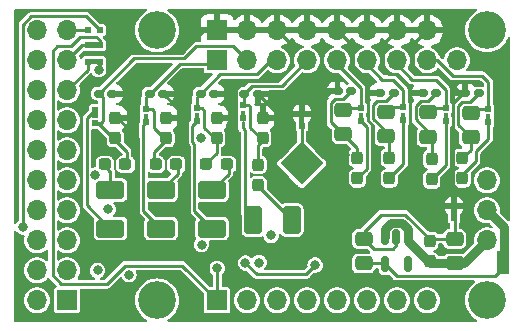
<source format=gbr>
%TF.GenerationSoftware,KiCad,Pcbnew,8.0.3*%
%TF.CreationDate,2024-06-12T16:29:16-04:00*%
%TF.ProjectId,tac5212_audio_board_single_ended,74616335-3231-4325-9f61-7564696f5f62,rev?*%
%TF.SameCoordinates,Original*%
%TF.FileFunction,Copper,L4,Bot*%
%TF.FilePolarity,Positive*%
%FSLAX46Y46*%
G04 Gerber Fmt 4.6, Leading zero omitted, Abs format (unit mm)*
G04 Created by KiCad (PCBNEW 8.0.3) date 2024-06-12 16:29:16*
%MOMM*%
%LPD*%
G01*
G04 APERTURE LIST*
G04 Aperture macros list*
%AMRoundRect*
0 Rectangle with rounded corners*
0 $1 Rounding radius*
0 $2 $3 $4 $5 $6 $7 $8 $9 X,Y pos of 4 corners*
0 Add a 4 corners polygon primitive as box body*
4,1,4,$2,$3,$4,$5,$6,$7,$8,$9,$2,$3,0*
0 Add four circle primitives for the rounded corners*
1,1,$1+$1,$2,$3*
1,1,$1+$1,$4,$5*
1,1,$1+$1,$6,$7*
1,1,$1+$1,$8,$9*
0 Add four rect primitives between the rounded corners*
20,1,$1+$1,$2,$3,$4,$5,0*
20,1,$1+$1,$4,$5,$6,$7,0*
20,1,$1+$1,$6,$7,$8,$9,0*
20,1,$1+$1,$8,$9,$2,$3,0*%
%AMRotRect*
0 Rectangle, with rotation*
0 The origin of the aperture is its center*
0 $1 length*
0 $2 width*
0 $3 Rotation angle, in degrees counterclockwise*
0 Add horizontal line*
21,1,$1,$2,0,0,$3*%
G04 Aperture macros list end*
%TA.AperFunction,EtchedComponent*%
%ADD10C,0.000000*%
%TD*%
%TA.AperFunction,ComponentPad*%
%ADD11R,1.700000X1.700000*%
%TD*%
%TA.AperFunction,ComponentPad*%
%ADD12O,1.700000X1.700000*%
%TD*%
%TA.AperFunction,ComponentPad*%
%ADD13C,3.200000*%
%TD*%
%TA.AperFunction,ComponentPad*%
%ADD14C,0.500000*%
%TD*%
%TA.AperFunction,SMDPad,CuDef*%
%ADD15RotRect,2.600000X2.600000X45.000000*%
%TD*%
%TA.AperFunction,SMDPad,CuDef*%
%ADD16RoundRect,0.250000X0.475000X-0.337500X0.475000X0.337500X-0.475000X0.337500X-0.475000X-0.337500X0*%
%TD*%
%TA.AperFunction,SMDPad,CuDef*%
%ADD17RoundRect,0.237500X-0.237500X0.300000X-0.237500X-0.300000X0.237500X-0.300000X0.237500X0.300000X0*%
%TD*%
%TA.AperFunction,SMDPad,CuDef*%
%ADD18R,0.500000X0.500000*%
%TD*%
%TA.AperFunction,SMDPad,CuDef*%
%ADD19R,0.450000X0.750000*%
%TD*%
%TA.AperFunction,ComponentPad*%
%ADD20R,0.500000X0.500000*%
%TD*%
%TA.AperFunction,SMDPad,CuDef*%
%ADD21RoundRect,0.160000X0.222500X0.160000X-0.222500X0.160000X-0.222500X-0.160000X0.222500X-0.160000X0*%
%TD*%
%TA.AperFunction,SMDPad,CuDef*%
%ADD22RoundRect,0.237500X-0.287500X-0.237500X0.287500X-0.237500X0.287500X0.237500X-0.287500X0.237500X0*%
%TD*%
%TA.AperFunction,SMDPad,CuDef*%
%ADD23RoundRect,0.237500X0.237500X-0.300000X0.237500X0.300000X-0.237500X0.300000X-0.237500X-0.300000X0*%
%TD*%
%TA.AperFunction,SMDPad,CuDef*%
%ADD24R,0.508000X0.500000*%
%TD*%
%TA.AperFunction,SMDPad,CuDef*%
%ADD25R,0.508000X0.508000*%
%TD*%
%TA.AperFunction,SMDPad,CuDef*%
%ADD26RoundRect,0.250001X0.924999X-0.499999X0.924999X0.499999X-0.924999X0.499999X-0.924999X-0.499999X0*%
%TD*%
%TA.AperFunction,SMDPad,CuDef*%
%ADD27R,1.000000X1.100000*%
%TD*%
%TA.AperFunction,SMDPad,CuDef*%
%ADD28R,0.500000X0.508000*%
%TD*%
%TA.AperFunction,SMDPad,CuDef*%
%ADD29RoundRect,0.250001X-0.499999X-0.924999X0.499999X-0.924999X0.499999X0.924999X-0.499999X0.924999X0*%
%TD*%
%TA.AperFunction,SMDPad,CuDef*%
%ADD30RoundRect,0.237500X0.287500X0.237500X-0.287500X0.237500X-0.287500X-0.237500X0.287500X-0.237500X0*%
%TD*%
%TA.AperFunction,SMDPad,CuDef*%
%ADD31RoundRect,0.160000X-0.222500X-0.160000X0.222500X-0.160000X0.222500X0.160000X-0.222500X0.160000X0*%
%TD*%
%TA.AperFunction,SMDPad,CuDef*%
%ADD32RoundRect,0.250000X-0.475000X0.337500X-0.475000X-0.337500X0.475000X-0.337500X0.475000X0.337500X0*%
%TD*%
%TA.AperFunction,SMDPad,CuDef*%
%ADD33RoundRect,0.150000X-0.150000X0.512500X-0.150000X-0.512500X0.150000X-0.512500X0.150000X0.512500X0*%
%TD*%
%TA.AperFunction,SMDPad,CuDef*%
%ADD34RoundRect,0.237500X-0.237500X0.287500X-0.237500X-0.287500X0.237500X-0.287500X0.237500X0.287500X0*%
%TD*%
%TA.AperFunction,SMDPad,CuDef*%
%ADD35R,0.475000X0.675000*%
%TD*%
%TA.AperFunction,ViaPad*%
%ADD36C,0.800000*%
%TD*%
%TA.AperFunction,Conductor*%
%ADD37C,0.250000*%
%TD*%
%TA.AperFunction,Conductor*%
%ADD38C,0.750000*%
%TD*%
G04 APERTURE END LIST*
%TA.AperFunction,EtchedComponent*%
%TO.C,GND1*%
G36*
X108971000Y-107004000D02*
G01*
X109429000Y-107004000D01*
X109429000Y-107579000D01*
X108971000Y-107579000D01*
X108971000Y-107004000D01*
G37*
%TD.AperFunction*%
D10*
%TA.AperFunction,EtchedComponent*%
%TO.C,3V3*%
G36*
X126400000Y-119675000D02*
G01*
X126000000Y-119675000D01*
X126000000Y-119125000D01*
X126400000Y-119125000D01*
X126400000Y-119675000D01*
G37*
%TD.AperFunction*%
%TA.AperFunction,EtchedComponent*%
%TO.C,SDA1001*%
G36*
X91896000Y-102171000D02*
G01*
X91321000Y-102171000D01*
X91321000Y-102629000D01*
X91896000Y-102629000D01*
X91896000Y-102171000D01*
G37*
%TD.AperFunction*%
%TA.AperFunction,EtchedComponent*%
%TO.C,SCL1001*%
G36*
X91896000Y-100771000D02*
G01*
X91321000Y-100771000D01*
X91321000Y-101229000D01*
X91896000Y-101229000D01*
X91896000Y-100771000D01*
G37*
%TD.AperFunction*%
%TA.AperFunction,EtchedComponent*%
%TO.C,G108*%
G36*
X121871000Y-114804000D02*
G01*
X122329000Y-114804000D01*
X122329000Y-115379000D01*
X121871000Y-115379000D01*
X121871000Y-114804000D01*
G37*
%TD.AperFunction*%
%TD*%
D11*
%TO.P,board_outline1,1,HELD_HIGH*%
%TO.N,unconnected-(board_outline1-HELD_HIGH-Pad1)*%
X89337500Y-122600000D03*
D12*
%TO.P,board_outline1,2,HELD_LOW*%
%TO.N,unconnected-(board_outline1-HELD_LOW-Pad2)*%
X86797500Y-122600000D03*
%TO.P,board_outline1,3,5V*%
%TO.N,Net-(5V1-B)*%
X89337500Y-120060000D03*
%TO.P,board_outline1,4,GNDD*%
%TO.N,GNDD*%
X86797500Y-120060000D03*
%TO.P,board_outline1,5,12V*%
%TO.N,unconnected-(board_outline1-12V-Pad5)*%
X89337500Y-117520000D03*
%TO.P,board_outline1,6,GNDD*%
%TO.N,GNDD*%
X86797500Y-117520000D03*
%TO.P,board_outline1,7,DSP_DOUT*%
%TO.N,5212_DOUT1+*%
X89337500Y-114980000D03*
%TO.P,board_outline1,8,GNDD*%
%TO.N,GNDD*%
X86797500Y-114980000D03*
%TO.P,board_outline1,9,DSP_DIN*%
%TO.N,5212_DIN1*%
X89337500Y-112440000D03*
%TO.P,board_outline1,10,GNDD*%
%TO.N,GNDD*%
X86797500Y-112440000D03*
%TO.P,board_outline1,11,BCLK*%
%TO.N,5212_BCLK1*%
X89337500Y-109900000D03*
%TO.P,board_outline1,12,GNDD*%
%TO.N,GNDD*%
X86797500Y-109900000D03*
%TO.P,board_outline1,13,LRCK*%
%TO.N,5212_LRCK1*%
X89337500Y-107360000D03*
%TO.P,board_outline1,14,GNDD*%
%TO.N,GNDD*%
X86797500Y-107360000D03*
%TO.P,board_outline1,15,SDA*%
%TO.N,DSP_SDA*%
X89337500Y-104820000D03*
%TO.P,board_outline1,16,GNDD*%
%TO.N,GNDD*%
X86797500Y-104820000D03*
%TO.P,board_outline1,17,SCL*%
%TO.N,DSP_SCL*%
X89337500Y-102280000D03*
%TO.P,board_outline1,18,GNDD*%
%TO.N,GNDD*%
X86797500Y-102280000D03*
%TO.P,board_outline1,19,MCLK*%
%TO.N,5212_MCLK1*%
X89337500Y-99740000D03*
%TO.P,board_outline1,20,GNDD*%
%TO.N,GNDD*%
X86797500Y-99740000D03*
D11*
%TO.P,board_outline1,21,OUTP*%
%TO.N,OUT1P+*%
X102047500Y-102285000D03*
%TO.P,board_outline1,22,AGND*%
%TO.N,Earth*%
X102047500Y-99745000D03*
D12*
%TO.P,board_outline1,23,OUT1M*%
%TO.N,OUT1M+*%
X104587500Y-102285000D03*
%TO.P,board_outline1,24,AGND*%
%TO.N,Earth*%
X104587500Y-99745000D03*
%TO.P,board_outline1,25,OUT2P*%
%TO.N,OUT2P+*%
X107127500Y-102285000D03*
%TO.P,board_outline1,26,AGND*%
%TO.N,Earth*%
X107127500Y-99745000D03*
%TO.P,board_outline1,27,OUT2M*%
%TO.N,OUT2M+*%
X109667500Y-102285000D03*
%TO.P,board_outline1,28,AGND*%
%TO.N,Earth*%
X109667500Y-99745000D03*
%TO.P,board_outline1,29,IN1P*%
%TO.N,IN1P+*%
X112207500Y-102285000D03*
%TO.P,board_outline1,30,AGND*%
%TO.N,Earth*%
X112207500Y-99745000D03*
%TO.P,board_outline1,31,IN1M*%
%TO.N,IN1M+*%
X114747500Y-102285000D03*
%TO.P,board_outline1,32,AGND*%
%TO.N,Earth*%
X114747500Y-99745000D03*
%TO.P,board_outline1,33,IN2P*%
%TO.N,IN2P+*%
X117287500Y-102285000D03*
%TO.P,board_outline1,34,AGND*%
%TO.N,Earth*%
X117287500Y-99745000D03*
%TO.P,board_outline1,35,IN2M*%
%TO.N,IN2M+*%
X119827500Y-102285000D03*
%TO.P,board_outline1,36,AGND*%
%TO.N,Earth*%
X119827500Y-99745000D03*
D11*
%TO.P,board_outline1,37,SCL*%
%TO.N,5212_SCL*%
X102047500Y-122605000D03*
D12*
%TO.P,board_outline1,38,SDA*%
%TO.N,5212_SDA*%
X104587500Y-122605000D03*
%TO.P,board_outline1,39,GNDD*%
%TO.N,GNDD*%
X107127500Y-122605000D03*
%TO.P,board_outline1,40,GPIO1*%
%TO.N,GPIO1*%
X109667500Y-122605000D03*
%TO.P,board_outline1,41,GPIO2*%
%TO.N,GPIO2*%
X112207500Y-122605000D03*
%TO.P,board_outline1,42,GPO1*%
%TO.N,GPO1*%
X114747500Y-122605000D03*
%TO.P,board_outline1,43,GPI1*%
%TO.N,GPI1*%
X117287500Y-122605000D03*
%TO.P,board_outline1,44,GNDD*%
%TO.N,GNDD*%
X119827500Y-122605000D03*
%TO.P,board_outline1,45,5V*%
%TO.N,5V*%
X124892500Y-117525000D03*
%TO.P,board_outline1,46,3.3V*%
%TO.N,3.3V_LDO*%
X124892500Y-114985000D03*
%TO.P,board_outline1,47,GNDD*%
%TO.N,GNDD*%
X124892500Y-112445000D03*
%TO.P,board_outline1,48,MIC_BIAS*%
%TO.N,MICBIAS*%
X122352500Y-102285000D03*
D13*
%TO.P,board_outline1,49,AGND*%
%TO.N,Net-(E1-B)*%
X96952500Y-99745000D03*
%TO.P,board_outline1,50,AGND*%
%TO.N,Net-(E2-B)*%
X124892500Y-99745000D03*
%TO.P,board_outline1,51,DGND*%
%TO.N,Net-(G1-A)*%
X96952500Y-122605000D03*
%TO.P,board_outline1,52,DGND*%
%TO.N,Net-(G2-A)*%
X124892500Y-122605000D03*
%TD*%
D14*
%TO.P,G4,1,1*%
%TO.N,Earth*%
X117100000Y-114000000D03*
%TD*%
%TO.P,G5,1,1*%
%TO.N,Earth*%
X99600000Y-118200000D03*
%TD*%
%TO.P,G6,1,1*%
%TO.N,Earth*%
X118400000Y-114000000D03*
%TD*%
%TO.P,G3,1,1*%
%TO.N,Earth*%
X92300000Y-118400000D03*
%TD*%
%TO.P,G7,1,1*%
%TO.N,Earth*%
X102600000Y-118400000D03*
%TD*%
%TO.P,J1002,25,VSS*%
%TO.N,GNDD*%
X107715076Y-111000000D03*
X108457538Y-111742462D03*
X109200000Y-112484924D03*
X108457538Y-110257538D03*
X109200000Y-111000000D03*
D15*
X109200000Y-111000000D03*
D14*
X109942462Y-111742462D03*
X109200000Y-109515076D03*
X109942462Y-110257538D03*
X110684924Y-111000000D03*
%TD*%
%TO.P,G9,1,1*%
%TO.N,Earth*%
X103200000Y-119300000D03*
%TD*%
%TO.P,G8,1,1*%
%TO.N,Earth*%
X123500000Y-113700000D03*
%TD*%
%TO.P,G10,1,1*%
%TO.N,Earth*%
X125900000Y-110200000D03*
%TD*%
%TO.P,G11,1,1*%
%TO.N,Earth*%
X115800000Y-114500000D03*
%TD*%
D16*
%TO.P,T\u002AC1,1*%
%TO.N,5V*%
X122134314Y-119475000D03*
%TO.P,T\u002AC1,2*%
%TO.N,Net-(G108-A)*%
X122134314Y-117400000D03*
%TD*%
D17*
%TO.P,C1011,1*%
%TO.N,Net-(C1011-Pad1)*%
X113900000Y-110537500D03*
%TO.P,C1011,2*%
%TO.N,IN1P*%
X113900000Y-112262500D03*
%TD*%
D18*
%TO.P,OP2,1,1*%
%TO.N,OUT2P+*%
X100300000Y-106325000D03*
D19*
%TO.P,OP2,2,2*%
%TO.N,OUT2P*%
X100300000Y-107100000D03*
D20*
X100300000Y-107425000D03*
%TD*%
D21*
%TO.P,D20,1,K*%
%TO.N,OUT2M+*%
X104327500Y-105100000D03*
%TO.P,D20,2,K*%
%TO.N,Earth*%
X105472500Y-105100000D03*
%TD*%
D22*
%TO.P,R17,1*%
%TO.N,OUT1P+*%
X96825000Y-111100000D03*
%TO.P,R17,2*%
%TO.N,Net-(C18-Pad2)*%
X98575000Y-111100000D03*
%TD*%
D18*
%TO.P,INP2,1,1*%
%TO.N,IN2P+*%
X121400000Y-106335000D03*
D19*
%TO.P,INP2,2,2*%
%TO.N,IN2P*%
X121400000Y-107110000D03*
D20*
X121400000Y-107435000D03*
%TD*%
D23*
%TO.P,T\u002AC2,1*%
%TO.N,5V*%
X120034314Y-119300000D03*
%TO.P,T\u002AC2,2*%
%TO.N,Net-(G108-A)*%
X120034314Y-117575000D03*
%TD*%
D17*
%TO.P,C1012,1*%
%TO.N,Net-(C1012-Pad1)*%
X122800000Y-110537500D03*
%TO.P,C1012,2*%
%TO.N,IN2M*%
X122800000Y-112262500D03*
%TD*%
D24*
%TO.P,GND1,1,A*%
%TO.N,GNDD*%
X109200000Y-107804000D03*
D25*
%TO.P,GND1,2,B*%
%TO.N,Earth*%
X109200000Y-106800000D03*
%TD*%
D17*
%TO.P,C1009,1*%
%TO.N,Net-(C1009-Pad1)*%
X120200000Y-110637500D03*
%TO.P,C1009,2*%
%TO.N,IN2P*%
X120200000Y-112362500D03*
%TD*%
D18*
%TO.P,INM2,1,1*%
%TO.N,IN2M+*%
X125000000Y-106382500D03*
D19*
%TO.P,INM2,2,2*%
%TO.N,IN2M*%
X125000000Y-107157500D03*
D20*
X125000000Y-107482500D03*
%TD*%
D26*
%TO.P,C19,1*%
%TO.N,OUT1M*%
X93000000Y-116525000D03*
%TO.P,C19,2*%
%TO.N,Net-(C19-Pad2)*%
X93000000Y-113275000D03*
%TD*%
D16*
%TO.P,T\u002AC3,1*%
%TO.N,3.3V_A*%
X114434314Y-119475000D03*
%TO.P,T\u002AC3,2*%
%TO.N,Net-(G108-A)*%
X114434314Y-117400000D03*
%TD*%
D18*
%TO.P,OM2,1,1*%
%TO.N,OUT2M+*%
X104200000Y-106100000D03*
D19*
%TO.P,OM2,2,2*%
%TO.N,OUT2M*%
X104200000Y-106875000D03*
D20*
X104200000Y-107200000D03*
%TD*%
D27*
%TO.P,3V3,1,A*%
%TO.N,3.3V_A*%
X126200000Y-119904000D03*
%TO.P,3V3,2,B*%
%TO.N,3.3V_LDO*%
X126200000Y-118900000D03*
%TD*%
D28*
%TO.P,SDA1001,1,A*%
%TO.N,DSP_SDA*%
X91096000Y-102400000D03*
D25*
%TO.P,SDA1001,2,B*%
%TO.N,5212_SDA*%
X92100000Y-102400000D03*
%TD*%
%TO.P,MCLK1,1,1*%
%TO.N,5212_MCLK1*%
X91100000Y-99700000D03*
%TO.P,MCLK1,2,2*%
%TO.N,GPI1*%
X92100000Y-99700000D03*
%TD*%
D29*
%TO.P,C21,1*%
%TO.N,OUT2M*%
X105100001Y-115800000D03*
%TO.P,C21,2*%
%TO.N,Net-(C21-Pad2)*%
X108350001Y-115800000D03*
%TD*%
D28*
%TO.P,SCL1001,1,A*%
%TO.N,DSP_SCL*%
X91096000Y-101000000D03*
D25*
%TO.P,SCL1001,2,B*%
%TO.N,5212_SCL*%
X92100000Y-101000000D03*
%TD*%
D30*
%TO.P,R18,1*%
%TO.N,OUT1M+*%
X94275000Y-111100000D03*
%TO.P,R18,2*%
%TO.N,Net-(C19-Pad2)*%
X92525000Y-111100000D03*
%TD*%
D31*
%TO.P,D1002,1,K*%
%TO.N,Net-(C1009-Pad1)*%
X120572500Y-105035000D03*
%TO.P,D1002,2,K*%
%TO.N,Earth*%
X119427500Y-105035000D03*
%TD*%
D32*
%TO.P,FB1003,1*%
%TO.N,IN1M+*%
X116300000Y-106625000D03*
%TO.P,FB1003,2*%
%TO.N,Net-(C1010-Pad1)*%
X116300000Y-108700000D03*
%TD*%
%TO.P,FB1004,1*%
%TO.N,IN1P+*%
X112700000Y-106462500D03*
%TO.P,FB1004,2*%
%TO.N,Net-(C1011-Pad1)*%
X112700000Y-108537500D03*
%TD*%
D22*
%TO.P,R19,1*%
%TO.N,OUT2P+*%
X101125000Y-111100000D03*
%TO.P,R19,2*%
%TO.N,Net-(C20-Pad2)*%
X102875000Y-111100000D03*
%TD*%
D31*
%TO.P,D1005,1,K*%
%TO.N,Net-(C1012-Pad1)*%
X124172500Y-105082500D03*
%TO.P,D1005,2,K*%
%TO.N,Earth*%
X123027500Y-105082500D03*
%TD*%
D23*
%TO.P,C25,1*%
%TO.N,OUT2M+*%
X105900000Y-108862500D03*
%TO.P,C25,2*%
%TO.N,Earth*%
X105900000Y-107137500D03*
%TD*%
D33*
%TO.P,U2,1,IN*%
%TO.N,5V*%
X116261814Y-117277500D03*
%TO.P,U2,2,GND*%
%TO.N,Net-(G108-A)*%
X117211814Y-117277500D03*
%TO.P,U2,3,EN*%
%TO.N,5V*%
X118161814Y-117277500D03*
%TO.P,U2,4,NC*%
%TO.N,unconnected-(U2-NC-Pad4)*%
X118161814Y-119552500D03*
%TO.P,U2,5,OUT*%
%TO.N,3.3V_A*%
X116261814Y-119552500D03*
%TD*%
D21*
%TO.P,D17,1,K*%
%TO.N,OUT1P+*%
X96327500Y-105100000D03*
%TO.P,D17,2,K*%
%TO.N,Earth*%
X97472500Y-105100000D03*
%TD*%
D23*
%TO.P,C22,1*%
%TO.N,OUT1P+*%
X97700000Y-108862500D03*
%TO.P,C22,2*%
%TO.N,Earth*%
X97700000Y-107137500D03*
%TD*%
D17*
%TO.P,C1010,1*%
%TO.N,Net-(C1010-Pad1)*%
X116600000Y-110537500D03*
%TO.P,C1010,2*%
%TO.N,IN1M*%
X116600000Y-112262500D03*
%TD*%
D21*
%TO.P,D19,1,K*%
%TO.N,OUT2P+*%
X100627500Y-105100000D03*
%TO.P,D19,2,K*%
%TO.N,Earth*%
X101772500Y-105100000D03*
%TD*%
D26*
%TO.P,C18,1*%
%TO.N,OUT1P*%
X97300000Y-116525000D03*
%TO.P,C18,2*%
%TO.N,Net-(C18-Pad2)*%
X97300000Y-113275000D03*
%TD*%
D21*
%TO.P,D18,1,K*%
%TO.N,OUT1M+*%
X92027500Y-105100000D03*
%TO.P,D18,2,K*%
%TO.N,Earth*%
X93172500Y-105100000D03*
%TD*%
D23*
%TO.P,C24,1*%
%TO.N,OUT2P+*%
X102000000Y-108862500D03*
%TO.P,C24,2*%
%TO.N,Earth*%
X102000000Y-107137500D03*
%TD*%
D26*
%TO.P,C20,1*%
%TO.N,OUT2P*%
X101600000Y-116525000D03*
%TO.P,C20,2*%
%TO.N,Net-(C20-Pad2)*%
X101600000Y-113275000D03*
%TD*%
D31*
%TO.P,D1003,1,K*%
%TO.N,Net-(C1010-Pad1)*%
X116972500Y-105035000D03*
%TO.P,D1003,2,K*%
%TO.N,Earth*%
X115827500Y-105035000D03*
%TD*%
D18*
%TO.P,OP1,1,1*%
%TO.N,OUT1P+*%
X96000000Y-106400000D03*
D19*
%TO.P,OP1,2,2*%
%TO.N,OUT1P*%
X96000000Y-107175000D03*
D20*
X96000000Y-107500000D03*
%TD*%
D34*
%TO.P,R20,1*%
%TO.N,OUT2M+*%
X105500000Y-111125000D03*
%TO.P,R20,2*%
%TO.N,Net-(C21-Pad2)*%
X105500000Y-112875000D03*
%TD*%
D18*
%TO.P,INM1,1,1*%
%TO.N,IN1M+*%
X117800000Y-106262500D03*
D19*
%TO.P,INM1,2,2*%
%TO.N,IN1M*%
X117800000Y-107037500D03*
D20*
X117800000Y-107362500D03*
%TD*%
D32*
%TO.P,FB1002,1*%
%TO.N,IN2P+*%
X119900000Y-106697500D03*
%TO.P,FB1002,2*%
%TO.N,Net-(C1009-Pad1)*%
X119900000Y-108772500D03*
%TD*%
D24*
%TO.P,G108,1,A*%
%TO.N,Net-(G108-A)*%
X122100000Y-115604000D03*
D25*
%TO.P,G108,2,B*%
%TO.N,Earth*%
X122100000Y-114600000D03*
%TD*%
D32*
%TO.P,FB1001,1*%
%TO.N,IN2M+*%
X123500000Y-106735000D03*
%TO.P,FB1001,2*%
%TO.N,Net-(C1012-Pad1)*%
X123500000Y-108810000D03*
%TD*%
D31*
%TO.P,D1004,1,K*%
%TO.N,Net-(C1011-Pad1)*%
X113372500Y-104900000D03*
%TO.P,D1004,2,K*%
%TO.N,Earth*%
X112227500Y-104900000D03*
%TD*%
D18*
%TO.P,OM1,1,1*%
%TO.N,OUT1M+*%
X91700000Y-107600000D03*
D35*
%TO.P,OM1,2,2*%
%TO.N,OUT1M*%
X91700000Y-106812500D03*
D20*
X91700000Y-106500000D03*
%TD*%
D23*
%TO.P,C23,1*%
%TO.N,OUT1M+*%
X93400000Y-108862500D03*
%TO.P,C23,2*%
%TO.N,Earth*%
X93400000Y-107137500D03*
%TD*%
D18*
%TO.P,INP1,1,1*%
%TO.N,IN1P+*%
X114200000Y-106325000D03*
D19*
%TO.P,INP1,2,2*%
%TO.N,IN1P*%
X114200000Y-107100000D03*
D20*
X114200000Y-107425000D03*
%TD*%
D36*
%TO.N,GNDD*%
X91719599Y-111998440D03*
X106600000Y-117100000D03*
X100718700Y-117875000D03*
%TO.N,5V*%
X94569964Y-120430000D03*
%TO.N,Earth*%
X103224739Y-107762663D03*
X112825000Y-110300000D03*
%TO.N,5212_SCL*%
X102047500Y-119900002D03*
%TO.N,5212_SDA*%
X91910027Y-120067151D03*
X92007954Y-103082209D03*
%TO.N,3.3V_LDO*%
X100675000Y-108873986D03*
X92800004Y-114900000D03*
X105600000Y-119400000D03*
%TO.N,GPI1*%
X85600000Y-116400000D03*
%TO.N,Net-(PU_EN1001-Pad1)*%
X110338844Y-119622742D03*
X104430004Y-119430004D03*
%TD*%
D37*
%TO.N,GNDD*%
X109200000Y-107804000D02*
X109200000Y-109515076D01*
D38*
%TO.N,5V*%
X117666274Y-116040000D02*
X118161814Y-116535540D01*
X116757354Y-116040000D02*
X117666274Y-116040000D01*
X122134314Y-119475000D02*
X122942500Y-119475000D01*
X116261815Y-117277500D02*
X116261815Y-116535539D01*
X118161814Y-117602500D02*
X120034314Y-119475000D01*
X122942500Y-119475000D02*
X124892500Y-117525000D01*
X118161814Y-116535540D02*
X118161814Y-117602500D01*
X122134316Y-119475000D02*
X120034314Y-119475000D01*
X116261815Y-116535539D02*
X116757354Y-116040000D01*
D37*
%TO.N,Earth*%
X114260799Y-104060799D02*
X114260799Y-103460000D01*
X103925000Y-108605000D02*
X103620000Y-108300000D01*
X115200000Y-107793996D02*
X114800000Y-107393996D01*
X104400000Y-118100000D02*
X108295101Y-118100000D01*
X114800000Y-107393996D02*
X114800000Y-104600000D01*
X116112500Y-100920000D02*
X117287500Y-99745000D01*
X119340799Y-103460000D02*
X118652500Y-102771701D01*
X92003681Y-103860249D02*
X92325930Y-103860249D01*
X125900000Y-110200000D02*
X125900000Y-104170799D01*
X103620000Y-104734672D02*
X104354672Y-104000000D01*
X121474201Y-99745000D02*
X119827500Y-99745000D01*
X122897924Y-113700000D02*
X122000000Y-112802076D01*
X122000000Y-112802076D02*
X122000000Y-105900000D01*
X117100000Y-114000000D02*
X116900000Y-114000000D01*
X114797924Y-114500000D02*
X112900000Y-112602076D01*
X99450000Y-107077500D02*
X97472500Y-105100000D01*
X104354672Y-104000000D02*
X107074201Y-104000000D01*
X118400000Y-114000000D02*
X118400000Y-112525000D01*
X111700000Y-104900000D02*
X112227500Y-104900000D01*
X118652500Y-100920000D02*
X119827500Y-99745000D01*
X122000000Y-105900000D02*
X122817500Y-105082500D01*
X109500000Y-113775000D02*
X106950000Y-111225000D01*
X106950000Y-106577500D02*
X105472500Y-105100000D01*
X112900000Y-110370100D02*
X111200000Y-108670100D01*
X116900000Y-114000000D02*
X115200000Y-112300000D01*
X116560000Y-103460000D02*
X116112500Y-103012500D01*
X90512500Y-105351430D02*
X92003681Y-103860249D01*
X103620000Y-108157924D02*
X103224739Y-107762663D01*
X108302500Y-100920000D02*
X107127500Y-99745000D01*
X122817500Y-105082500D02*
X123027500Y-105082500D01*
X99625000Y-109556398D02*
X99450000Y-109381398D01*
X108302500Y-102771701D02*
X108302500Y-100920000D01*
X125900000Y-104170799D02*
X121474201Y-99745000D01*
X113572500Y-101110000D02*
X112207500Y-99745000D01*
X123500000Y-113700000D02*
X122897924Y-113700000D01*
X99022500Y-101670000D02*
X100947500Y-99745000D01*
X90512500Y-116612500D02*
X90512500Y-105351430D01*
X118375000Y-112500000D02*
X118375000Y-104675000D01*
X115200000Y-112300000D02*
X115200000Y-107793996D01*
X122582500Y-105082500D02*
X120960000Y-103460000D01*
X112900000Y-112602076D02*
X112900000Y-110370100D01*
X99600000Y-118200000D02*
X99625000Y-118175000D01*
X95325000Y-116445100D02*
X95325000Y-108887500D01*
X103200000Y-119300000D02*
X104400000Y-118100000D01*
X100947500Y-99745000D02*
X102047500Y-99745000D01*
X99450000Y-109381398D02*
X99450000Y-107077500D01*
X102000000Y-107350000D02*
X102000000Y-106962500D01*
X118652500Y-102771701D02*
X118652500Y-100920000D01*
X95325000Y-108887500D02*
X93400000Y-106962500D01*
X107074201Y-104000000D02*
X108302500Y-102771701D01*
X111200000Y-105400000D02*
X111700000Y-104900000D01*
X115800000Y-114500000D02*
X114797924Y-114500000D01*
X106950000Y-111225000D02*
X106950000Y-106577500D01*
X92300000Y-118400000D02*
X90512500Y-116612500D01*
X109500000Y-116895101D02*
X109500000Y-113775000D01*
X118400000Y-112525000D02*
X118375000Y-112500000D01*
X103620000Y-108300000D02*
X103620000Y-104734672D01*
X93370100Y-118400000D02*
X95325000Y-116445100D01*
X92325930Y-103860249D02*
X94516179Y-101670000D01*
X92300000Y-118400000D02*
X93370100Y-118400000D01*
X114260799Y-103460000D02*
X113572500Y-102771701D01*
X116112500Y-103012500D02*
X116112500Y-100920000D01*
X103925000Y-117075000D02*
X103925000Y-108605000D01*
X114800000Y-104600000D02*
X114260799Y-104060799D01*
X123027500Y-105082500D02*
X122582500Y-105082500D01*
X117160000Y-103460000D02*
X116560000Y-103460000D01*
X113572500Y-102771701D02*
X113572500Y-101110000D01*
X103620000Y-108300000D02*
X103620000Y-108157924D01*
X111200000Y-108670100D02*
X111200000Y-105400000D01*
X99625000Y-118175000D02*
X99625000Y-109556398D01*
X102600000Y-118400000D02*
X103925000Y-117075000D01*
X94516179Y-101670000D02*
X99022500Y-101670000D01*
X108295101Y-118100000D02*
X109500000Y-116895101D01*
X120960000Y-103460000D02*
X119340799Y-103460000D01*
X118375000Y-104675000D02*
X117160000Y-103460000D01*
%TO.N,Net-(C1009-Pad1)*%
X119907501Y-105700000D02*
X120572501Y-105035000D01*
X119264900Y-105700000D02*
X119907501Y-105700000D01*
X118850000Y-106114900D02*
X119264900Y-105700000D01*
X120200000Y-110637500D02*
X120200000Y-109072500D01*
X120200000Y-109072500D02*
X119900000Y-108772500D01*
X118850000Y-107280100D02*
X118850000Y-106114900D01*
X119900000Y-108330100D02*
X118850000Y-107280100D01*
X119900000Y-108772500D02*
X119900000Y-108330100D01*
%TO.N,IN2P*%
X120200000Y-112362500D02*
X121400000Y-111162500D01*
X121400000Y-111162500D02*
X121400000Y-107435000D01*
%TO.N,Net-(C1010-Pad1)*%
X116300000Y-108700000D02*
X116300000Y-108257600D01*
X115250000Y-107207600D02*
X115250000Y-106042400D01*
X116600000Y-109000000D02*
X116300000Y-108700000D01*
X115250000Y-106042400D02*
X115592400Y-105700000D01*
X116600000Y-110537500D02*
X116600000Y-109000000D01*
X116307501Y-105700000D02*
X116972501Y-105035000D01*
X115592400Y-105700000D02*
X116307501Y-105700000D01*
X116300000Y-108257600D02*
X115250000Y-107207600D01*
%TO.N,IN1M*%
X116600000Y-112262500D02*
X117800000Y-111062500D01*
X117800000Y-111062500D02*
X117800000Y-107362500D01*
%TO.N,Net-(C1011-Pad1)*%
X111650000Y-107487500D02*
X111650000Y-105879900D01*
X112727501Y-105545000D02*
X113372501Y-104900000D01*
X111984900Y-105545000D02*
X112727501Y-105545000D01*
X113900000Y-110537500D02*
X113900000Y-109737500D01*
X111650000Y-105879900D02*
X111984900Y-105545000D01*
X112700000Y-108537500D02*
X111650000Y-107487500D01*
X113900000Y-109737500D02*
X112700000Y-108537500D01*
%TO.N,IN1P*%
X113900000Y-112262500D02*
X114700000Y-111462500D01*
X114700000Y-107930392D02*
X114200000Y-107430392D01*
X114200000Y-107430392D02*
X114200000Y-107425000D01*
X114700000Y-111462500D02*
X114700000Y-107930392D01*
%TO.N,Net-(C1012-Pad1)*%
X122450000Y-106152400D02*
X122779900Y-105822500D01*
X122779900Y-105822500D02*
X123432501Y-105822500D01*
X123500000Y-108810000D02*
X122450000Y-107760000D01*
X123432501Y-105822500D02*
X124172501Y-105082500D01*
X123500000Y-109837500D02*
X123500000Y-108810000D01*
X122450000Y-107760000D02*
X122450000Y-106152400D01*
X122800000Y-110537500D02*
X123500000Y-109837500D01*
%TO.N,IN2M*%
X123950000Y-109992600D02*
X125000000Y-108942600D01*
X122800000Y-112262500D02*
X122800000Y-111977076D01*
X123950000Y-110827076D02*
X123950000Y-109992600D01*
X122800000Y-111977076D02*
X123950000Y-110827076D01*
X125000000Y-108942600D02*
X125000000Y-107482500D01*
%TO.N,OUT1P*%
X95775000Y-115000000D02*
X95775000Y-107725000D01*
X97300000Y-116525000D02*
X95775000Y-115000000D01*
X95775000Y-107725000D02*
X96000000Y-107500000D01*
%TO.N,Net-(C18-Pad2)*%
X98700000Y-111100000D02*
X98700000Y-111875000D01*
X98700000Y-111875000D02*
X97300000Y-113275000D01*
%TO.N,OUT1M*%
X90994599Y-114519599D02*
X93000000Y-116525000D01*
X90994599Y-107205401D02*
X90994599Y-114519599D01*
X91700000Y-106500000D02*
X90994599Y-107205401D01*
%TO.N,Net-(C19-Pad2)*%
X93000000Y-113275000D02*
X93000000Y-111700000D01*
X93000000Y-111700000D02*
X92400000Y-111100000D01*
%TO.N,OUT2P*%
X100075000Y-115000000D02*
X100075000Y-109370002D01*
X99900000Y-107825000D02*
X100300000Y-107425000D01*
X99900000Y-109195002D02*
X99900000Y-107825000D01*
X101600000Y-116525000D02*
X100075000Y-115000000D01*
X100075000Y-109370002D02*
X99900000Y-109195002D01*
%TO.N,Net-(C20-Pad2)*%
X103000000Y-111875000D02*
X101600000Y-113275000D01*
X103000000Y-111100000D02*
X103000000Y-111875000D01*
%TO.N,OUT2M*%
X104200000Y-108000000D02*
X104200000Y-107500000D01*
X105100001Y-115800000D02*
X104400000Y-115099999D01*
X104400000Y-115099999D02*
X104400000Y-108200000D01*
X104400000Y-108200000D02*
X104200000Y-108000000D01*
%TO.N,Net-(C21-Pad2)*%
X105550001Y-113000000D02*
X108350001Y-115800000D01*
X105500000Y-113000000D02*
X105550001Y-113000000D01*
%TO.N,5212_SCL*%
X92668980Y-121235000D02*
X94248980Y-119655000D01*
X88100000Y-101500000D02*
X88100000Y-120484201D01*
X89634201Y-101105000D02*
X88495000Y-101105000D01*
X99097500Y-119655000D02*
X102047500Y-122605000D01*
X92100000Y-101000000D02*
X92100000Y-100600000D01*
X102047500Y-122605000D02*
X102047500Y-119900002D01*
X88850799Y-121235000D02*
X92668980Y-121235000D01*
X91800000Y-100300000D02*
X90439201Y-100300000D01*
X94248980Y-119655000D02*
X99097500Y-119655000D01*
X88100000Y-120484201D02*
X88850799Y-121235000D01*
X92100000Y-100600000D02*
X91800000Y-100300000D01*
X90439201Y-100300000D02*
X89634201Y-101105000D01*
X88495000Y-101105000D02*
X88100000Y-101500000D01*
%TO.N,5212_SDA*%
X92100000Y-102400000D02*
X92100000Y-102990163D01*
X92100000Y-102990163D02*
X92007954Y-103082209D01*
D38*
%TO.N,3.3V_LDO*%
X126317500Y-116410000D02*
X124892500Y-114985000D01*
X126317500Y-118782501D02*
X126317500Y-116410000D01*
X126200000Y-118900001D02*
X126317500Y-118782501D01*
D37*
%TO.N,5212_MCLK1*%
X89377500Y-99700000D02*
X89337500Y-99740000D01*
X91100000Y-99700000D02*
X89377500Y-99700000D01*
%TO.N,GPI1*%
X92100000Y-99700000D02*
X90965000Y-98565000D01*
X90965000Y-98565000D02*
X86310799Y-98565000D01*
X85600000Y-99275799D02*
X85600000Y-116400000D01*
X86310799Y-98565000D02*
X85600000Y-99275799D01*
%TO.N,DSP_SCL*%
X91096000Y-101000000D02*
X90617500Y-101000000D01*
X90617500Y-101000000D02*
X89337500Y-102280000D01*
%TO.N,DSP_SDA*%
X91096000Y-103061500D02*
X91096000Y-102400000D01*
X89337500Y-104820000D02*
X91096000Y-103061500D01*
%TO.N,OUT1M+*%
X91962500Y-107600000D02*
X93400000Y-109037500D01*
X94400000Y-110037500D02*
X93400000Y-109037500D01*
X92350000Y-107450000D02*
X92350000Y-105422500D01*
X95007500Y-102120000D02*
X92027500Y-105100000D01*
X91700000Y-107600000D02*
X92200000Y-107600000D01*
X103412500Y-101110000D02*
X100218896Y-101110000D01*
X91700000Y-107600000D02*
X91962500Y-107600000D01*
X92350000Y-105422500D02*
X92027500Y-105100000D01*
X92200000Y-107600000D02*
X92350000Y-107450000D01*
X104587500Y-102285000D02*
X103412500Y-101110000D01*
X100218896Y-101110000D02*
X99208896Y-102120000D01*
X99208896Y-102120000D02*
X95007500Y-102120000D01*
X94400000Y-111100000D02*
X94400000Y-110037500D01*
%TO.N,OUT2M+*%
X104327500Y-105100000D02*
X104972500Y-104455000D01*
X104850000Y-107987500D02*
X104850000Y-106250000D01*
X104327500Y-105972500D02*
X104200000Y-106100000D01*
X105500000Y-111000000D02*
X105500000Y-109437500D01*
X104972500Y-104455000D02*
X107497500Y-104455000D01*
X105900000Y-109037500D02*
X104850000Y-107987500D01*
X104700000Y-106100000D02*
X104200000Y-106100000D01*
X104327500Y-105100000D02*
X104327500Y-105972500D01*
X104850000Y-106250000D02*
X104700000Y-106100000D01*
X105500000Y-109437500D02*
X105900000Y-109037500D01*
X107497500Y-104455000D02*
X109667500Y-102285000D01*
%TO.N,OUT2P+*%
X100300000Y-105427500D02*
X100627500Y-105100000D01*
X100627500Y-105100000D02*
X102267500Y-103460000D01*
X102000000Y-109037500D02*
X100950000Y-107987500D01*
X100300000Y-106325000D02*
X100300000Y-105427500D01*
X102000000Y-110100000D02*
X101000000Y-111100000D01*
X100725000Y-106325000D02*
X100300000Y-106325000D01*
X102267500Y-103460000D02*
X105403276Y-103460000D01*
X105403276Y-103460000D02*
X106578276Y-102285000D01*
X106578276Y-102285000D02*
X107127500Y-102285000D01*
X100950000Y-106550000D02*
X100725000Y-106325000D01*
X100950000Y-107987500D02*
X100950000Y-106550000D01*
X102000000Y-109037500D02*
X102000000Y-110100000D01*
%TO.N,IN1M+*%
X115972500Y-103910000D02*
X114347500Y-102285000D01*
X116662500Y-106262500D02*
X117800000Y-106262500D01*
X116920328Y-103910000D02*
X115972500Y-103910000D01*
X117800000Y-106262500D02*
X117800000Y-104789672D01*
X116300000Y-106625000D02*
X116662500Y-106262500D01*
X117800000Y-104789672D02*
X116920328Y-103910000D01*
%TO.N,IN1P+*%
X114200000Y-106325000D02*
X114200000Y-104654671D01*
X114200000Y-104654671D02*
X111830329Y-102285000D01*
X112700000Y-106462500D02*
X112837500Y-106325000D01*
X112837500Y-106325000D02*
X114200000Y-106325000D01*
X112230329Y-102285000D02*
X112207500Y-102285000D01*
%TO.N,IN2P+*%
X120262500Y-106335000D02*
X121400000Y-106335000D01*
X121400000Y-104789672D02*
X120560328Y-103950000D01*
X118552500Y-103950000D02*
X116887500Y-102285000D01*
X120560328Y-103950000D02*
X118552500Y-103950000D01*
X119900000Y-106697500D02*
X120262500Y-106335000D01*
X121400000Y-106335000D02*
X121400000Y-104789672D01*
%TO.N,IN2M+*%
X120690799Y-102285000D02*
X122005799Y-103600000D01*
X124500000Y-103600000D02*
X125000000Y-104100000D01*
X123500000Y-106735000D02*
X123852500Y-106382500D01*
X123852500Y-106382500D02*
X125000000Y-106382500D01*
X125000000Y-104100000D02*
X125000000Y-106382500D01*
X119827500Y-102285000D02*
X120690799Y-102285000D01*
X122005799Y-103600000D02*
X124500000Y-103600000D01*
%TO.N,OUT1P+*%
X96500000Y-106400000D02*
X96000000Y-106400000D01*
X96650000Y-106550000D02*
X96500000Y-106400000D01*
X96700000Y-110037500D02*
X97700000Y-109037500D01*
X101762500Y-102570000D02*
X102047500Y-102285000D01*
X97700000Y-109037500D02*
X96650000Y-107987500D01*
X96650000Y-107987500D02*
X96650000Y-106550000D01*
X98857500Y-102570000D02*
X101762500Y-102570000D01*
X96000000Y-105427500D02*
X96327500Y-105100000D01*
X96000000Y-106400000D02*
X96000000Y-105427500D01*
X96700000Y-111100000D02*
X96700000Y-110037500D01*
X96327500Y-105100000D02*
X98857500Y-102570000D01*
%TO.N,3.3V_A*%
X114434314Y-119475000D02*
X116184314Y-119475000D01*
X116261814Y-119552500D02*
X117249314Y-120540000D01*
X117249314Y-120540000D02*
X125564000Y-120540000D01*
X125564000Y-120540000D02*
X126200000Y-119904000D01*
X116184314Y-119475000D02*
X116261814Y-119552500D01*
%TO.N,Net-(PU_EN1001-Pad1)*%
X110338844Y-119622742D02*
X109561586Y-120400000D01*
X109561586Y-120400000D02*
X105400000Y-120400000D01*
X105400000Y-120400000D02*
X104430004Y-119430004D01*
%TO.N,Net-(G108-A)*%
X122134314Y-117400000D02*
X122134314Y-115638314D01*
X117974314Y-115340000D02*
X120034314Y-117400000D01*
X114434314Y-117400000D02*
X114434314Y-116812500D01*
X115299314Y-118265000D02*
X116886813Y-118265000D01*
X122134314Y-117400000D02*
X120034314Y-117400000D01*
X114434314Y-116812500D02*
X115906814Y-115340000D01*
X114434314Y-117400000D02*
X115299314Y-118265000D01*
X117211814Y-117939999D02*
X117211814Y-117277500D01*
X122134314Y-115638314D02*
X122100000Y-115604000D01*
X115906814Y-115340000D02*
X117974314Y-115340000D01*
X116886813Y-118265000D02*
X117211814Y-117939999D01*
%TD*%
%TA.AperFunction,Conductor*%
%TO.N,Earth*%
G36*
X123998017Y-97963907D02*
G01*
X124033981Y-98013407D01*
X124033981Y-98074593D01*
X123998017Y-98124093D01*
X123987272Y-98130890D01*
X123889488Y-98184283D01*
X123677590Y-98342908D01*
X123490408Y-98530090D01*
X123331783Y-98741988D01*
X123204927Y-98974307D01*
X123204926Y-98974309D01*
X123112424Y-99222317D01*
X123056156Y-99480979D01*
X123037273Y-99745000D01*
X123056156Y-100009020D01*
X123056156Y-100009023D01*
X123056157Y-100009026D01*
X123098680Y-100204500D01*
X123112424Y-100267682D01*
X123204926Y-100515690D01*
X123204927Y-100515692D01*
X123331784Y-100748011D01*
X123331783Y-100748011D01*
X123490408Y-100959909D01*
X123490410Y-100959911D01*
X123490413Y-100959915D01*
X123677585Y-101147087D01*
X123677588Y-101147089D01*
X123677590Y-101147091D01*
X123889488Y-101305716D01*
X124062942Y-101400429D01*
X124121811Y-101432574D01*
X124369817Y-101525075D01*
X124369822Y-101525077D01*
X124628474Y-101581343D01*
X124892500Y-101600227D01*
X125156526Y-101581343D01*
X125415178Y-101525077D01*
X125663189Y-101432574D01*
X125895511Y-101305716D01*
X126107415Y-101147087D01*
X126294587Y-100959915D01*
X126453216Y-100748011D01*
X126580074Y-100515689D01*
X126640742Y-100353030D01*
X126678793Y-100305117D01*
X126737740Y-100288719D01*
X126795067Y-100310101D01*
X126828878Y-100361096D01*
X126832500Y-100387628D01*
X126832500Y-115801401D01*
X126813593Y-115859592D01*
X126764093Y-115895556D01*
X126702907Y-115895556D01*
X126663496Y-115871405D01*
X126011867Y-115219776D01*
X125984090Y-115165259D01*
X125983293Y-115140638D01*
X125997715Y-114985000D01*
X125978897Y-114781917D01*
X125923082Y-114585750D01*
X125832173Y-114403179D01*
X125709264Y-114240421D01*
X125558541Y-114103019D01*
X125385137Y-113995652D01*
X125194956Y-113921976D01*
X125194955Y-113921975D01*
X125194953Y-113921975D01*
X124994476Y-113884500D01*
X124790524Y-113884500D01*
X124590046Y-113921975D01*
X124520132Y-113949059D01*
X124399863Y-113995652D01*
X124242206Y-114093269D01*
X124226459Y-114103019D01*
X124099458Y-114218796D01*
X124075736Y-114240421D01*
X124052882Y-114270685D01*
X123952828Y-114403177D01*
X123952823Y-114403186D01*
X123861919Y-114585747D01*
X123861918Y-114585750D01*
X123806103Y-114781917D01*
X123787285Y-114985000D01*
X123806103Y-115188083D01*
X123861918Y-115384250D01*
X123952827Y-115566821D01*
X124075736Y-115729579D01*
X124226459Y-115866981D01*
X124399863Y-115974348D01*
X124590044Y-116048024D01*
X124790524Y-116085500D01*
X124994475Y-116085500D01*
X124994476Y-116085500D01*
X125039169Y-116077145D01*
X125099844Y-116085037D01*
X125127365Y-116104455D01*
X125336381Y-116313471D01*
X125364158Y-116367988D01*
X125354587Y-116428420D01*
X125311322Y-116471685D01*
X125250890Y-116481256D01*
X125230615Y-116475790D01*
X125194955Y-116461975D01*
X124994476Y-116424500D01*
X124790524Y-116424500D01*
X124590046Y-116461975D01*
X124542465Y-116480408D01*
X124399863Y-116535652D01*
X124265729Y-116618704D01*
X124226459Y-116643019D01*
X124187554Y-116678486D01*
X124075736Y-116780421D01*
X124070768Y-116787000D01*
X123952828Y-116943177D01*
X123952823Y-116943186D01*
X123861919Y-117125747D01*
X123861918Y-117125750D01*
X123821635Y-117267328D01*
X123806103Y-117321917D01*
X123787285Y-117525000D01*
X123801706Y-117680637D01*
X123788248Y-117740324D01*
X123773132Y-117759775D01*
X122887571Y-118645336D01*
X122833054Y-118673113D01*
X122782971Y-118668090D01*
X122716802Y-118643410D01*
X122716797Y-118643409D01*
X122716795Y-118643408D01*
X122716791Y-118643408D01*
X122685563Y-118640050D01*
X122657187Y-118637000D01*
X122657184Y-118637000D01*
X121611447Y-118637000D01*
X121611443Y-118637000D01*
X121611442Y-118637001D01*
X121604263Y-118637772D01*
X121551833Y-118643408D01*
X121551828Y-118643409D01*
X121416984Y-118693702D01*
X121301772Y-118779950D01*
X121301766Y-118779956D01*
X121296266Y-118787304D01*
X121279403Y-118809828D01*
X121229396Y-118845082D01*
X121200151Y-118849500D01*
X120805256Y-118849500D01*
X120747065Y-118830593D01*
X120712498Y-118785096D01*
X120704526Y-118763722D01*
X120620430Y-118651384D01*
X120609777Y-118643409D01*
X120508090Y-118567286D01*
X120408810Y-118530258D01*
X120360895Y-118492208D01*
X120344497Y-118433261D01*
X120365878Y-118375933D01*
X120408810Y-118344742D01*
X120508090Y-118307713D01*
X120508090Y-118307712D01*
X120508092Y-118307712D01*
X120620430Y-118223616D01*
X120704526Y-118111278D01*
X120718573Y-118073618D01*
X120753563Y-117979804D01*
X120753562Y-117979804D01*
X120753565Y-117979799D01*
X120759814Y-117921674D01*
X120759814Y-117874500D01*
X120778721Y-117816309D01*
X120828221Y-117780345D01*
X120858814Y-117775500D01*
X121070571Y-117775500D01*
X121128762Y-117794407D01*
X121163329Y-117839904D01*
X121215516Y-117979829D01*
X121254435Y-118031818D01*
X121301768Y-118095046D01*
X121301771Y-118095048D01*
X121301772Y-118095049D01*
X121416984Y-118181297D01*
X121551825Y-118231589D01*
X121551826Y-118231589D01*
X121551831Y-118231591D01*
X121611441Y-118238000D01*
X122657186Y-118237999D01*
X122716797Y-118231591D01*
X122788960Y-118204676D01*
X122851643Y-118181297D01*
X122851643Y-118181296D01*
X122851645Y-118181296D01*
X122966860Y-118095046D01*
X123053110Y-117979831D01*
X123075705Y-117919252D01*
X123103403Y-117844988D01*
X123103404Y-117844985D01*
X123103405Y-117844983D01*
X123109814Y-117785373D01*
X123109813Y-117014628D01*
X123103405Y-116955017D01*
X123097536Y-116939281D01*
X123053111Y-116820170D01*
X122966863Y-116704958D01*
X122966862Y-116704957D01*
X122966860Y-116704954D01*
X122966286Y-116704524D01*
X122851643Y-116618702D01*
X122716802Y-116568410D01*
X122716797Y-116568409D01*
X122716795Y-116568408D01*
X122716791Y-116568408D01*
X122685563Y-116565050D01*
X122657187Y-116562000D01*
X122657184Y-116562000D01*
X122608814Y-116562000D01*
X122550623Y-116543093D01*
X122514659Y-116493593D01*
X122509814Y-116463000D01*
X122509814Y-116100395D01*
X122528721Y-116042204D01*
X122532394Y-116037903D01*
X122534599Y-116034601D01*
X122534601Y-116034601D01*
X122589966Y-115951740D01*
X122604500Y-115878674D01*
X122604500Y-115340611D01*
X122623407Y-115282420D01*
X122644172Y-115261357D01*
X122711185Y-115211191D01*
X122711192Y-115211184D01*
X122797352Y-115096090D01*
X122797353Y-115096088D01*
X122847596Y-114961381D01*
X122847598Y-114961370D01*
X122854000Y-114901824D01*
X122854000Y-114850001D01*
X122853999Y-114850000D01*
X121346001Y-114850000D01*
X121346000Y-114850001D01*
X121346000Y-114901824D01*
X121345999Y-114901824D01*
X121352401Y-114961370D01*
X121352403Y-114961381D01*
X121402646Y-115096088D01*
X121402647Y-115096090D01*
X121488807Y-115211184D01*
X121488814Y-115211191D01*
X121555828Y-115261357D01*
X121591082Y-115311366D01*
X121595500Y-115340611D01*
X121595500Y-115878672D01*
X121595501Y-115878684D01*
X121610033Y-115951736D01*
X121610035Y-115951742D01*
X121665397Y-116034599D01*
X121665402Y-116034604D01*
X121714814Y-116067619D01*
X121752694Y-116115668D01*
X121758814Y-116149935D01*
X121758814Y-116463000D01*
X121739907Y-116521191D01*
X121690407Y-116557155D01*
X121659816Y-116562000D01*
X121611446Y-116562000D01*
X121611442Y-116562001D01*
X121551833Y-116568408D01*
X121551828Y-116568409D01*
X121416984Y-116618702D01*
X121301772Y-116704950D01*
X121301764Y-116704958D01*
X121215516Y-116820170D01*
X121177762Y-116921397D01*
X121165226Y-116955011D01*
X121163329Y-116960096D01*
X121125279Y-117008011D01*
X121070571Y-117024500D01*
X120743435Y-117024500D01*
X120685244Y-117005593D01*
X120664182Y-116984829D01*
X120620433Y-116926388D01*
X120620432Y-116926387D01*
X120620430Y-116926384D01*
X120615970Y-116923045D01*
X120508090Y-116842286D01*
X120376618Y-116793250D01*
X120376613Y-116793249D01*
X120376611Y-116793248D01*
X120376607Y-116793248D01*
X120350325Y-116790422D01*
X120318488Y-116787000D01*
X120318484Y-116787000D01*
X119993359Y-116787000D01*
X119935168Y-116768093D01*
X119923355Y-116758004D01*
X118204877Y-115039526D01*
X118204877Y-115039525D01*
X118119255Y-114990091D01*
X118119248Y-114990088D01*
X118071499Y-114977294D01*
X118071498Y-114977294D01*
X118023752Y-114964500D01*
X118023750Y-114964500D01*
X118023749Y-114964500D01*
X115956250Y-114964500D01*
X115857378Y-114964500D01*
X115809627Y-114977295D01*
X115809626Y-114977294D01*
X115761876Y-114990089D01*
X115761872Y-114990091D01*
X115676250Y-115039525D01*
X115676251Y-115039526D01*
X114182773Y-116533004D01*
X114128256Y-116560781D01*
X114112769Y-116562000D01*
X113911445Y-116562000D01*
X113911443Y-116562000D01*
X113911442Y-116562001D01*
X113904263Y-116562772D01*
X113851833Y-116568408D01*
X113851828Y-116568409D01*
X113716984Y-116618702D01*
X113601772Y-116704950D01*
X113601764Y-116704958D01*
X113515516Y-116820170D01*
X113465224Y-116955011D01*
X113465222Y-116955022D01*
X113462018Y-116984829D01*
X113459411Y-117009079D01*
X113458814Y-117014629D01*
X113458814Y-117785366D01*
X113458815Y-117785370D01*
X113465222Y-117844980D01*
X113465223Y-117844985D01*
X113515516Y-117979829D01*
X113554435Y-118031818D01*
X113601768Y-118095046D01*
X113601771Y-118095048D01*
X113601772Y-118095049D01*
X113716984Y-118181297D01*
X113851825Y-118231589D01*
X113851826Y-118231589D01*
X113851831Y-118231591D01*
X113911441Y-118238000D01*
X114700267Y-118237999D01*
X114758458Y-118256906D01*
X114770271Y-118266995D01*
X114971272Y-118467996D01*
X114999049Y-118522513D01*
X114989478Y-118582945D01*
X114946213Y-118626210D01*
X114901268Y-118637000D01*
X113911447Y-118637000D01*
X113911443Y-118637000D01*
X113911442Y-118637001D01*
X113904263Y-118637772D01*
X113851833Y-118643408D01*
X113851828Y-118643409D01*
X113716984Y-118693702D01*
X113601772Y-118779950D01*
X113601764Y-118779958D01*
X113515516Y-118895170D01*
X113465224Y-119030011D01*
X113465222Y-119030022D01*
X113458814Y-119089629D01*
X113458814Y-119860366D01*
X113458814Y-119860369D01*
X113458815Y-119860372D01*
X113459375Y-119865579D01*
X113465222Y-119919980D01*
X113465223Y-119919985D01*
X113515516Y-120054829D01*
X113601764Y-120170041D01*
X113601768Y-120170046D01*
X113601771Y-120170048D01*
X113601772Y-120170049D01*
X113716984Y-120256297D01*
X113851825Y-120306589D01*
X113851826Y-120306589D01*
X113851831Y-120306591D01*
X113911441Y-120313000D01*
X114957186Y-120312999D01*
X115016797Y-120306591D01*
X115102942Y-120274461D01*
X115151643Y-120256297D01*
X115151643Y-120256296D01*
X115151645Y-120256296D01*
X115266860Y-120170046D01*
X115353110Y-120054831D01*
X115403405Y-119919983D01*
X115403405Y-119919981D01*
X115405299Y-119914904D01*
X115443349Y-119866989D01*
X115498057Y-119850500D01*
X115612315Y-119850500D01*
X115670506Y-119869407D01*
X115706470Y-119918907D01*
X115711315Y-119949500D01*
X115711315Y-120096523D01*
X115726166Y-120190299D01*
X115726168Y-120190304D01*
X115783764Y-120303342D01*
X115873472Y-120393050D01*
X115986510Y-120450646D01*
X116080295Y-120465500D01*
X116443332Y-120465499D01*
X116443334Y-120465499D01*
X116443335Y-120465498D01*
X116490225Y-120458072D01*
X116537113Y-120450647D01*
X116537114Y-120450646D01*
X116537118Y-120450646D01*
X116537121Y-120450644D01*
X116544526Y-120448239D01*
X116545263Y-120450507D01*
X116594256Y-120442737D01*
X116648779Y-120470503D01*
X116648795Y-120470518D01*
X116948839Y-120770562D01*
X116948838Y-120770562D01*
X117018752Y-120840475D01*
X117104372Y-120889908D01*
X117104376Y-120889910D01*
X117152126Y-120902705D01*
X117152127Y-120902705D01*
X117199878Y-120915500D01*
X117199879Y-120915500D01*
X123764076Y-120915500D01*
X123822267Y-120934407D01*
X123858231Y-120983907D01*
X123858231Y-121045093D01*
X123823404Y-121093754D01*
X123677590Y-121202908D01*
X123490408Y-121390090D01*
X123331783Y-121601988D01*
X123204927Y-121834307D01*
X123204926Y-121834309D01*
X123112424Y-122082317D01*
X123056156Y-122340979D01*
X123037273Y-122605000D01*
X123056156Y-122869020D01*
X123056156Y-122869023D01*
X123056157Y-122869026D01*
X123112423Y-123127678D01*
X123112424Y-123127682D01*
X123204926Y-123375690D01*
X123204927Y-123375692D01*
X123331784Y-123608011D01*
X123331783Y-123608011D01*
X123490408Y-123819909D01*
X123490410Y-123819911D01*
X123490413Y-123819915D01*
X123677585Y-124007087D01*
X123677588Y-124007089D01*
X123677590Y-124007091D01*
X123889488Y-124165716D01*
X123987272Y-124219110D01*
X124029283Y-124263592D01*
X124037125Y-124324273D01*
X124007802Y-124377974D01*
X123952514Y-124404184D01*
X123939826Y-124405000D01*
X97905174Y-124405000D01*
X97846983Y-124386093D01*
X97811019Y-124336593D01*
X97811019Y-124275407D01*
X97846983Y-124225907D01*
X97857728Y-124219110D01*
X97955511Y-124165716D01*
X98167415Y-124007087D01*
X98354587Y-123819915D01*
X98513216Y-123608011D01*
X98640074Y-123375689D01*
X98732577Y-123127678D01*
X98788843Y-122869026D01*
X98807727Y-122605000D01*
X98788843Y-122340974D01*
X98732577Y-122082322D01*
X98640074Y-121834311D01*
X98513216Y-121601989D01*
X98513215Y-121601988D01*
X98513216Y-121601988D01*
X98354591Y-121390090D01*
X98354589Y-121390088D01*
X98354587Y-121390085D01*
X98167415Y-121202913D01*
X98167411Y-121202910D01*
X98167409Y-121202908D01*
X97955511Y-121044283D01*
X97723192Y-120917427D01*
X97723190Y-120917426D01*
X97475181Y-120824924D01*
X97475183Y-120824924D01*
X97417459Y-120812367D01*
X97216526Y-120768657D01*
X97216523Y-120768656D01*
X97216520Y-120768656D01*
X96952500Y-120749773D01*
X96688479Y-120768656D01*
X96688474Y-120768656D01*
X96688474Y-120768657D01*
X96585337Y-120791093D01*
X96429817Y-120824924D01*
X96181809Y-120917426D01*
X96181807Y-120917427D01*
X95949488Y-121044283D01*
X95737590Y-121202908D01*
X95550408Y-121390090D01*
X95391783Y-121601988D01*
X95264927Y-121834307D01*
X95264926Y-121834309D01*
X95172424Y-122082317D01*
X95116156Y-122340979D01*
X95097273Y-122605000D01*
X95116156Y-122869020D01*
X95116156Y-122869023D01*
X95116157Y-122869026D01*
X95172423Y-123127678D01*
X95172424Y-123127682D01*
X95264926Y-123375690D01*
X95264927Y-123375692D01*
X95391784Y-123608011D01*
X95391783Y-123608011D01*
X95550408Y-123819909D01*
X95550410Y-123819911D01*
X95550413Y-123819915D01*
X95737585Y-124007087D01*
X95737588Y-124007089D01*
X95737590Y-124007091D01*
X95949488Y-124165716D01*
X96047272Y-124219110D01*
X96089283Y-124263592D01*
X96097125Y-124324273D01*
X96067802Y-124377974D01*
X96012514Y-124404184D01*
X95999826Y-124405000D01*
X84931500Y-124405000D01*
X84873309Y-124386093D01*
X84837345Y-124336593D01*
X84832500Y-124306000D01*
X84832500Y-122600000D01*
X85692285Y-122600000D01*
X85711103Y-122803083D01*
X85766918Y-122999250D01*
X85857827Y-123181821D01*
X85980736Y-123344579D01*
X86131459Y-123481981D01*
X86304863Y-123589348D01*
X86495044Y-123663024D01*
X86695524Y-123700500D01*
X86899476Y-123700500D01*
X87099956Y-123663024D01*
X87290137Y-123589348D01*
X87463541Y-123481981D01*
X87614264Y-123344579D01*
X87737173Y-123181821D01*
X87828082Y-122999250D01*
X87883897Y-122803083D01*
X87902715Y-122600000D01*
X87883897Y-122396917D01*
X87828082Y-122200750D01*
X87737173Y-122018179D01*
X87614264Y-121855421D01*
X87463541Y-121718019D01*
X87290137Y-121610652D01*
X87099956Y-121536976D01*
X87099955Y-121536975D01*
X87099953Y-121536975D01*
X86899476Y-121499500D01*
X86695524Y-121499500D01*
X86495046Y-121536975D01*
X86482140Y-121541975D01*
X86304863Y-121610652D01*
X86229584Y-121657263D01*
X86131459Y-121718019D01*
X85980737Y-121855420D01*
X85857828Y-122018177D01*
X85857823Y-122018186D01*
X85766919Y-122200747D01*
X85766918Y-122200750D01*
X85711103Y-122396917D01*
X85692285Y-122600000D01*
X84832500Y-122600000D01*
X84832500Y-116749349D01*
X84851407Y-116691158D01*
X84900907Y-116655194D01*
X84962093Y-116655194D01*
X85011593Y-116691158D01*
X85019161Y-116703342D01*
X85019778Y-116704519D01*
X85019780Y-116704523D01*
X85023486Y-116709892D01*
X85109515Y-116834528D01*
X85109516Y-116834529D01*
X85109517Y-116834530D01*
X85227760Y-116939283D01*
X85367635Y-117012696D01*
X85521015Y-117050500D01*
X85521018Y-117050500D01*
X85655809Y-117050500D01*
X85714000Y-117069407D01*
X85749964Y-117118907D01*
X85751029Y-117176590D01*
X85711103Y-117316917D01*
X85692285Y-117520000D01*
X85711103Y-117723083D01*
X85766918Y-117919250D01*
X85857827Y-118101821D01*
X85980736Y-118264579D01*
X86131459Y-118401981D01*
X86304863Y-118509348D01*
X86495044Y-118583024D01*
X86695524Y-118620500D01*
X86899476Y-118620500D01*
X87099956Y-118583024D01*
X87290137Y-118509348D01*
X87463541Y-118401981D01*
X87558807Y-118315134D01*
X87614545Y-118289906D01*
X87674471Y-118302258D01*
X87715691Y-118347475D01*
X87724500Y-118388298D01*
X87724500Y-119191701D01*
X87705593Y-119249892D01*
X87656093Y-119285856D01*
X87594907Y-119285856D01*
X87558804Y-119264863D01*
X87463541Y-119178019D01*
X87290137Y-119070652D01*
X87099956Y-118996976D01*
X87099955Y-118996975D01*
X87099953Y-118996975D01*
X86899476Y-118959500D01*
X86695524Y-118959500D01*
X86495046Y-118996975D01*
X86425132Y-119024059D01*
X86304863Y-119070652D01*
X86219065Y-119123776D01*
X86131459Y-119178019D01*
X85992069Y-119305090D01*
X85980736Y-119315421D01*
X85951206Y-119354525D01*
X85857828Y-119478177D01*
X85857823Y-119478186D01*
X85766919Y-119660747D01*
X85766918Y-119660750D01*
X85711103Y-119856917D01*
X85692285Y-120060000D01*
X85711103Y-120263083D01*
X85766918Y-120459250D01*
X85857827Y-120641821D01*
X85980736Y-120804579D01*
X86131459Y-120941981D01*
X86304863Y-121049348D01*
X86495044Y-121123024D01*
X86695524Y-121160500D01*
X86899476Y-121160500D01*
X87099956Y-121123024D01*
X87290137Y-121049348D01*
X87463541Y-120941981D01*
X87614264Y-120804579D01*
X87664057Y-120738641D01*
X87714209Y-120703601D01*
X87775384Y-120704730D01*
X87813062Y-120728300D01*
X88433147Y-121348385D01*
X88460924Y-121402902D01*
X88451353Y-121463334D01*
X88408088Y-121506599D01*
X88398594Y-121509892D01*
X88398765Y-121510305D01*
X88389757Y-121514035D01*
X88306900Y-121569397D01*
X88306897Y-121569400D01*
X88251535Y-121652257D01*
X88251533Y-121652263D01*
X88237001Y-121725315D01*
X88237000Y-121725327D01*
X88237000Y-123474672D01*
X88237001Y-123474684D01*
X88251533Y-123547736D01*
X88251535Y-123547742D01*
X88306897Y-123630599D01*
X88306900Y-123630602D01*
X88355424Y-123663024D01*
X88389760Y-123685966D01*
X88445308Y-123697015D01*
X88462815Y-123700498D01*
X88462820Y-123700498D01*
X88462826Y-123700500D01*
X88462827Y-123700500D01*
X90212173Y-123700500D01*
X90212174Y-123700500D01*
X90285240Y-123685966D01*
X90368101Y-123630601D01*
X90423466Y-123547740D01*
X90438000Y-123474674D01*
X90438000Y-121725326D01*
X90437999Y-121725325D01*
X90437523Y-121720482D01*
X90439705Y-121720267D01*
X90445886Y-121668052D01*
X90487419Y-121623123D01*
X90535792Y-121610500D01*
X92718416Y-121610500D01*
X92766166Y-121597705D01*
X92766167Y-121597705D01*
X92813914Y-121584911D01*
X92813913Y-121584911D01*
X92813918Y-121584910D01*
X92899542Y-121535475D01*
X92949424Y-121485593D01*
X92969456Y-121465562D01*
X93801936Y-120633080D01*
X93856453Y-120605302D01*
X93916885Y-120614873D01*
X93960150Y-120658138D01*
X93964503Y-120667968D01*
X93982956Y-120716624D01*
X93989744Y-120734523D01*
X94079479Y-120864528D01*
X94079480Y-120864529D01*
X94079481Y-120864530D01*
X94197724Y-120969283D01*
X94337599Y-121042696D01*
X94490979Y-121080500D01*
X94490982Y-121080500D01*
X94648946Y-121080500D01*
X94648949Y-121080500D01*
X94802329Y-121042696D01*
X94942204Y-120969283D01*
X95060447Y-120864530D01*
X95150184Y-120734523D01*
X95206201Y-120586818D01*
X95223027Y-120448239D01*
X95225242Y-120430001D01*
X95225242Y-120429998D01*
X95206201Y-120273183D01*
X95206201Y-120273182D01*
X95165022Y-120164604D01*
X95162067Y-120103492D01*
X95195598Y-120052312D01*
X95252807Y-120030616D01*
X95257590Y-120030500D01*
X98900955Y-120030500D01*
X98959146Y-120049407D01*
X98970959Y-120059496D01*
X100918004Y-122006541D01*
X100945781Y-122061058D01*
X100947000Y-122076545D01*
X100947000Y-123479672D01*
X100947001Y-123479684D01*
X100961533Y-123552736D01*
X100961535Y-123552742D01*
X101016897Y-123635599D01*
X101016899Y-123635601D01*
X101099760Y-123690966D01*
X101147680Y-123700498D01*
X101172815Y-123705498D01*
X101172820Y-123705498D01*
X101172826Y-123705500D01*
X101172827Y-123705500D01*
X102922173Y-123705500D01*
X102922174Y-123705500D01*
X102995240Y-123690966D01*
X103078101Y-123635601D01*
X103133466Y-123552740D01*
X103148000Y-123479674D01*
X103148000Y-122605000D01*
X103482285Y-122605000D01*
X103501103Y-122808083D01*
X103556918Y-123004250D01*
X103647827Y-123186821D01*
X103770736Y-123349579D01*
X103921459Y-123486981D01*
X104094863Y-123594348D01*
X104285044Y-123668024D01*
X104485524Y-123705500D01*
X104689476Y-123705500D01*
X104889956Y-123668024D01*
X105080137Y-123594348D01*
X105253541Y-123486981D01*
X105404264Y-123349579D01*
X105527173Y-123186821D01*
X105618082Y-123004250D01*
X105673897Y-122808083D01*
X105692715Y-122605000D01*
X106022285Y-122605000D01*
X106041103Y-122808083D01*
X106096918Y-123004250D01*
X106187827Y-123186821D01*
X106310736Y-123349579D01*
X106461459Y-123486981D01*
X106634863Y-123594348D01*
X106825044Y-123668024D01*
X107025524Y-123705500D01*
X107229476Y-123705500D01*
X107429956Y-123668024D01*
X107620137Y-123594348D01*
X107793541Y-123486981D01*
X107944264Y-123349579D01*
X108067173Y-123186821D01*
X108158082Y-123004250D01*
X108213897Y-122808083D01*
X108232715Y-122605000D01*
X108562285Y-122605000D01*
X108581103Y-122808083D01*
X108636918Y-123004250D01*
X108727827Y-123186821D01*
X108850736Y-123349579D01*
X109001459Y-123486981D01*
X109174863Y-123594348D01*
X109365044Y-123668024D01*
X109565524Y-123705500D01*
X109769476Y-123705500D01*
X109969956Y-123668024D01*
X110160137Y-123594348D01*
X110333541Y-123486981D01*
X110484264Y-123349579D01*
X110607173Y-123186821D01*
X110698082Y-123004250D01*
X110753897Y-122808083D01*
X110772715Y-122605000D01*
X111102285Y-122605000D01*
X111121103Y-122808083D01*
X111176918Y-123004250D01*
X111267827Y-123186821D01*
X111390736Y-123349579D01*
X111541459Y-123486981D01*
X111714863Y-123594348D01*
X111905044Y-123668024D01*
X112105524Y-123705500D01*
X112309476Y-123705500D01*
X112509956Y-123668024D01*
X112700137Y-123594348D01*
X112873541Y-123486981D01*
X113024264Y-123349579D01*
X113147173Y-123186821D01*
X113238082Y-123004250D01*
X113293897Y-122808083D01*
X113312715Y-122605000D01*
X113642285Y-122605000D01*
X113661103Y-122808083D01*
X113716918Y-123004250D01*
X113807827Y-123186821D01*
X113930736Y-123349579D01*
X114081459Y-123486981D01*
X114254863Y-123594348D01*
X114445044Y-123668024D01*
X114645524Y-123705500D01*
X114849476Y-123705500D01*
X115049956Y-123668024D01*
X115240137Y-123594348D01*
X115413541Y-123486981D01*
X115564264Y-123349579D01*
X115687173Y-123186821D01*
X115778082Y-123004250D01*
X115833897Y-122808083D01*
X115852715Y-122605000D01*
X116182285Y-122605000D01*
X116201103Y-122808083D01*
X116256918Y-123004250D01*
X116347827Y-123186821D01*
X116470736Y-123349579D01*
X116621459Y-123486981D01*
X116794863Y-123594348D01*
X116985044Y-123668024D01*
X117185524Y-123705500D01*
X117389476Y-123705500D01*
X117589956Y-123668024D01*
X117780137Y-123594348D01*
X117953541Y-123486981D01*
X118104264Y-123349579D01*
X118227173Y-123186821D01*
X118318082Y-123004250D01*
X118373897Y-122808083D01*
X118392715Y-122605000D01*
X118722285Y-122605000D01*
X118741103Y-122808083D01*
X118796918Y-123004250D01*
X118887827Y-123186821D01*
X119010736Y-123349579D01*
X119161459Y-123486981D01*
X119334863Y-123594348D01*
X119525044Y-123668024D01*
X119725524Y-123705500D01*
X119929476Y-123705500D01*
X120129956Y-123668024D01*
X120320137Y-123594348D01*
X120493541Y-123486981D01*
X120644264Y-123349579D01*
X120767173Y-123186821D01*
X120858082Y-123004250D01*
X120913897Y-122808083D01*
X120932715Y-122605000D01*
X120913897Y-122401917D01*
X120858082Y-122205750D01*
X120767173Y-122023179D01*
X120644264Y-121860421D01*
X120493541Y-121723019D01*
X120320137Y-121615652D01*
X120129956Y-121541976D01*
X120129955Y-121541975D01*
X120129953Y-121541975D01*
X119929476Y-121504500D01*
X119725524Y-121504500D01*
X119525046Y-121541975D01*
X119455132Y-121569059D01*
X119334863Y-121615652D01*
X119267664Y-121657260D01*
X119161459Y-121723019D01*
X119010737Y-121860420D01*
X118887828Y-122023177D01*
X118887823Y-122023186D01*
X118796919Y-122205747D01*
X118796918Y-122205750D01*
X118741103Y-122401917D01*
X118722285Y-122605000D01*
X118392715Y-122605000D01*
X118373897Y-122401917D01*
X118318082Y-122205750D01*
X118227173Y-122023179D01*
X118104264Y-121860421D01*
X117953541Y-121723019D01*
X117780137Y-121615652D01*
X117589956Y-121541976D01*
X117589955Y-121541975D01*
X117589953Y-121541975D01*
X117389476Y-121504500D01*
X117185524Y-121504500D01*
X116985046Y-121541975D01*
X116915132Y-121569059D01*
X116794863Y-121615652D01*
X116727664Y-121657260D01*
X116621459Y-121723019D01*
X116470737Y-121860420D01*
X116347828Y-122023177D01*
X116347823Y-122023186D01*
X116256919Y-122205747D01*
X116256918Y-122205750D01*
X116201103Y-122401917D01*
X116182285Y-122605000D01*
X115852715Y-122605000D01*
X115833897Y-122401917D01*
X115778082Y-122205750D01*
X115687173Y-122023179D01*
X115564264Y-121860421D01*
X115413541Y-121723019D01*
X115240137Y-121615652D01*
X115049956Y-121541976D01*
X115049955Y-121541975D01*
X115049953Y-121541975D01*
X114849476Y-121504500D01*
X114645524Y-121504500D01*
X114445046Y-121541975D01*
X114375132Y-121569059D01*
X114254863Y-121615652D01*
X114187664Y-121657260D01*
X114081459Y-121723019D01*
X113930737Y-121860420D01*
X113807828Y-122023177D01*
X113807823Y-122023186D01*
X113716919Y-122205747D01*
X113716918Y-122205750D01*
X113661103Y-122401917D01*
X113642285Y-122605000D01*
X113312715Y-122605000D01*
X113293897Y-122401917D01*
X113238082Y-122205750D01*
X113147173Y-122023179D01*
X113024264Y-121860421D01*
X112873541Y-121723019D01*
X112700137Y-121615652D01*
X112509956Y-121541976D01*
X112509955Y-121541975D01*
X112509953Y-121541975D01*
X112309476Y-121504500D01*
X112105524Y-121504500D01*
X111905046Y-121541975D01*
X111835132Y-121569059D01*
X111714863Y-121615652D01*
X111647664Y-121657260D01*
X111541459Y-121723019D01*
X111390737Y-121860420D01*
X111267828Y-122023177D01*
X111267823Y-122023186D01*
X111176919Y-122205747D01*
X111176918Y-122205750D01*
X111121103Y-122401917D01*
X111102285Y-122605000D01*
X110772715Y-122605000D01*
X110753897Y-122401917D01*
X110698082Y-122205750D01*
X110607173Y-122023179D01*
X110484264Y-121860421D01*
X110333541Y-121723019D01*
X110160137Y-121615652D01*
X109969956Y-121541976D01*
X109969955Y-121541975D01*
X109969953Y-121541975D01*
X109769476Y-121504500D01*
X109565524Y-121504500D01*
X109365046Y-121541975D01*
X109295132Y-121569059D01*
X109174863Y-121615652D01*
X109107664Y-121657260D01*
X109001459Y-121723019D01*
X108850737Y-121860420D01*
X108727828Y-122023177D01*
X108727823Y-122023186D01*
X108636919Y-122205747D01*
X108636918Y-122205750D01*
X108581103Y-122401917D01*
X108562285Y-122605000D01*
X108232715Y-122605000D01*
X108213897Y-122401917D01*
X108158082Y-122205750D01*
X108067173Y-122023179D01*
X107944264Y-121860421D01*
X107793541Y-121723019D01*
X107620137Y-121615652D01*
X107429956Y-121541976D01*
X107429955Y-121541975D01*
X107429953Y-121541975D01*
X107229476Y-121504500D01*
X107025524Y-121504500D01*
X106825046Y-121541975D01*
X106755132Y-121569059D01*
X106634863Y-121615652D01*
X106567664Y-121657260D01*
X106461459Y-121723019D01*
X106310737Y-121860420D01*
X106187828Y-122023177D01*
X106187823Y-122023186D01*
X106096919Y-122205747D01*
X106096918Y-122205750D01*
X106041103Y-122401917D01*
X106022285Y-122605000D01*
X105692715Y-122605000D01*
X105673897Y-122401917D01*
X105618082Y-122205750D01*
X105527173Y-122023179D01*
X105404264Y-121860421D01*
X105253541Y-121723019D01*
X105080137Y-121615652D01*
X104889956Y-121541976D01*
X104889955Y-121541975D01*
X104889953Y-121541975D01*
X104689476Y-121504500D01*
X104485524Y-121504500D01*
X104285046Y-121541975D01*
X104215132Y-121569059D01*
X104094863Y-121615652D01*
X104027664Y-121657260D01*
X103921459Y-121723019D01*
X103770737Y-121860420D01*
X103647828Y-122023177D01*
X103647823Y-122023186D01*
X103556919Y-122205747D01*
X103556918Y-122205750D01*
X103501103Y-122401917D01*
X103482285Y-122605000D01*
X103148000Y-122605000D01*
X103148000Y-121730326D01*
X103147005Y-121725326D01*
X103144515Y-121712808D01*
X103133466Y-121657260D01*
X103096535Y-121601988D01*
X103078102Y-121574400D01*
X103078099Y-121574397D01*
X102995242Y-121519035D01*
X102995240Y-121519034D01*
X102995237Y-121519033D01*
X102995236Y-121519033D01*
X102922184Y-121504501D01*
X102922174Y-121504500D01*
X102922173Y-121504500D01*
X102522000Y-121504500D01*
X102463809Y-121485593D01*
X102427845Y-121436093D01*
X102423000Y-121405500D01*
X102423000Y-120480952D01*
X102441907Y-120422761D01*
X102456345Y-120406854D01*
X102537983Y-120334532D01*
X102627720Y-120204525D01*
X102683737Y-120056820D01*
X102700969Y-119914904D01*
X102702778Y-119900003D01*
X102702778Y-119900000D01*
X102683737Y-119743185D01*
X102683737Y-119743184D01*
X102627720Y-119595479D01*
X102537983Y-119465472D01*
X102497945Y-119430002D01*
X103774726Y-119430002D01*
X103774726Y-119430005D01*
X103793766Y-119586820D01*
X103793767Y-119586822D01*
X103838405Y-119704523D01*
X103849784Y-119734527D01*
X103939519Y-119864532D01*
X103939520Y-119864533D01*
X103939521Y-119864534D01*
X104057764Y-119969287D01*
X104197639Y-120042700D01*
X104351019Y-120080504D01*
X104351022Y-120080504D01*
X104508459Y-120080504D01*
X104566650Y-120099411D01*
X104578463Y-120109500D01*
X105099525Y-120630562D01*
X105099524Y-120630562D01*
X105169438Y-120700475D01*
X105255058Y-120749908D01*
X105255062Y-120749910D01*
X105302812Y-120762705D01*
X105302813Y-120762705D01*
X105350564Y-120775500D01*
X105350565Y-120775500D01*
X109611022Y-120775500D01*
X109658772Y-120762705D01*
X109658773Y-120762705D01*
X109706520Y-120749911D01*
X109706519Y-120749911D01*
X109706524Y-120749910D01*
X109792148Y-120700475D01*
X109862061Y-120630562D01*
X109862060Y-120630562D01*
X110190385Y-120302238D01*
X110244901Y-120274461D01*
X110260388Y-120273242D01*
X110417826Y-120273242D01*
X110417829Y-120273242D01*
X110571209Y-120235438D01*
X110711084Y-120162025D01*
X110829327Y-120057272D01*
X110919064Y-119927265D01*
X110975081Y-119779560D01*
X110992922Y-119632622D01*
X110994122Y-119622743D01*
X110994122Y-119622740D01*
X110975081Y-119465925D01*
X110975081Y-119465924D01*
X110919064Y-119318219D01*
X110867270Y-119243182D01*
X110829328Y-119188213D01*
X110817824Y-119178021D01*
X110711084Y-119083459D01*
X110609249Y-119030011D01*
X110571208Y-119010045D01*
X110417831Y-118972242D01*
X110417829Y-118972242D01*
X110259859Y-118972242D01*
X110259856Y-118972242D01*
X110106479Y-119010045D01*
X109966602Y-119083460D01*
X109848359Y-119188213D01*
X109758624Y-119318218D01*
X109702607Y-119465924D01*
X109702606Y-119465925D01*
X109683566Y-119622740D01*
X109683566Y-119622745D01*
X109691207Y-119685679D01*
X109679451Y-119745724D01*
X109662933Y-119767614D01*
X109435046Y-119995503D01*
X109380529Y-120023281D01*
X109365042Y-120024500D01*
X106137093Y-120024500D01*
X106078902Y-120005593D01*
X106042938Y-119956093D01*
X106042938Y-119894907D01*
X106071443Y-119851398D01*
X106074853Y-119848376D01*
X106090483Y-119834530D01*
X106180220Y-119704523D01*
X106236237Y-119556818D01*
X106255278Y-119400000D01*
X106250508Y-119360719D01*
X106241594Y-119287305D01*
X106236237Y-119243182D01*
X106180220Y-119095477D01*
X106122714Y-119012165D01*
X106090484Y-118965471D01*
X105972241Y-118860718D01*
X105972240Y-118860717D01*
X105889530Y-118817307D01*
X105832364Y-118787303D01*
X105678987Y-118749500D01*
X105678985Y-118749500D01*
X105521015Y-118749500D01*
X105521012Y-118749500D01*
X105367635Y-118787303D01*
X105227758Y-118860718D01*
X105109515Y-118965471D01*
X105086123Y-118999362D01*
X105037506Y-119036512D01*
X104976339Y-119037990D01*
X104925984Y-119003233D01*
X104923172Y-118999363D01*
X104920489Y-118995476D01*
X104802245Y-118890722D01*
X104802244Y-118890721D01*
X104715287Y-118845082D01*
X104662368Y-118817307D01*
X104508991Y-118779504D01*
X104508989Y-118779504D01*
X104351019Y-118779504D01*
X104351016Y-118779504D01*
X104197639Y-118817307D01*
X104057762Y-118890722D01*
X103939519Y-118995475D01*
X103849784Y-119125480D01*
X103793767Y-119273186D01*
X103793766Y-119273187D01*
X103774726Y-119430002D01*
X102497945Y-119430002D01*
X102419740Y-119360719D01*
X102333431Y-119315420D01*
X102279864Y-119287305D01*
X102126487Y-119249502D01*
X102126485Y-119249502D01*
X101968515Y-119249502D01*
X101968512Y-119249502D01*
X101815135Y-119287305D01*
X101675258Y-119360720D01*
X101557015Y-119465473D01*
X101467280Y-119595478D01*
X101411263Y-119743184D01*
X101411262Y-119743185D01*
X101392222Y-119900000D01*
X101392222Y-119900003D01*
X101411262Y-120056818D01*
X101411263Y-120056820D01*
X101431242Y-120109500D01*
X101467280Y-120204525D01*
X101557015Y-120334530D01*
X101557016Y-120334531D01*
X101557017Y-120334532D01*
X101638649Y-120406850D01*
X101669667Y-120459588D01*
X101672000Y-120480952D01*
X101672000Y-121405500D01*
X101653093Y-121463691D01*
X101603593Y-121499655D01*
X101573000Y-121504500D01*
X101519045Y-121504500D01*
X101460854Y-121485593D01*
X101449041Y-121475504D01*
X99328063Y-119354526D01*
X99328063Y-119354525D01*
X99242441Y-119305091D01*
X99242434Y-119305088D01*
X99194685Y-119292294D01*
X99194684Y-119292294D01*
X99146938Y-119279500D01*
X99146936Y-119279500D01*
X99146935Y-119279500D01*
X94298416Y-119279500D01*
X94199544Y-119279500D01*
X94151793Y-119292295D01*
X94151792Y-119292294D01*
X94104042Y-119305089D01*
X94104038Y-119305091D01*
X94018416Y-119354525D01*
X94018417Y-119354526D01*
X92542439Y-120830504D01*
X92487922Y-120858281D01*
X92472435Y-120859500D01*
X92201750Y-120859500D01*
X92143559Y-120840593D01*
X92107595Y-120791093D01*
X92107595Y-120729907D01*
X92143559Y-120680407D01*
X92155738Y-120672841D01*
X92282267Y-120606434D01*
X92400510Y-120501681D01*
X92490247Y-120371674D01*
X92546264Y-120223969D01*
X92561791Y-120096093D01*
X92565305Y-120067152D01*
X92565305Y-120067149D01*
X92546264Y-119910334D01*
X92546264Y-119910333D01*
X92490247Y-119762628D01*
X92437133Y-119685679D01*
X92400511Y-119632622D01*
X92389357Y-119622740D01*
X92282267Y-119527868D01*
X92187590Y-119478177D01*
X92142391Y-119454454D01*
X91989014Y-119416651D01*
X91989012Y-119416651D01*
X91831042Y-119416651D01*
X91831039Y-119416651D01*
X91677662Y-119454454D01*
X91537785Y-119527869D01*
X91419542Y-119632622D01*
X91329807Y-119762627D01*
X91273790Y-119910333D01*
X91273789Y-119910334D01*
X91254749Y-120067149D01*
X91254749Y-120067152D01*
X91273789Y-120223967D01*
X91273790Y-120223969D01*
X91303892Y-120303342D01*
X91329807Y-120371674D01*
X91419542Y-120501679D01*
X91419543Y-120501680D01*
X91419544Y-120501681D01*
X91537787Y-120606434D01*
X91664312Y-120672840D01*
X91707050Y-120716624D01*
X91715891Y-120777168D01*
X91687456Y-120831345D01*
X91632608Y-120858461D01*
X91618304Y-120859500D01*
X90311608Y-120859500D01*
X90253417Y-120840593D01*
X90217453Y-120791093D01*
X90217453Y-120729907D01*
X90232602Y-120700842D01*
X90277173Y-120641821D01*
X90368082Y-120459250D01*
X90423897Y-120263083D01*
X90442715Y-120060000D01*
X90423897Y-119856917D01*
X90368082Y-119660750D01*
X90277173Y-119478179D01*
X90154264Y-119315421D01*
X90003541Y-119178019D01*
X89830137Y-119070652D01*
X89639956Y-118996976D01*
X89639955Y-118996975D01*
X89639953Y-118996975D01*
X89439476Y-118959500D01*
X89235524Y-118959500D01*
X89035046Y-118996975D01*
X88965132Y-119024059D01*
X88844863Y-119070652D01*
X88679131Y-119173269D01*
X88671456Y-119178021D01*
X88641195Y-119205608D01*
X88585454Y-119230838D01*
X88525529Y-119218486D01*
X88484309Y-119173269D01*
X88475500Y-119132446D01*
X88475500Y-118447553D01*
X88494407Y-118389362D01*
X88543907Y-118353398D01*
X88605093Y-118353398D01*
X88641192Y-118374389D01*
X88671459Y-118401981D01*
X88844863Y-118509348D01*
X89035044Y-118583024D01*
X89235524Y-118620500D01*
X89439476Y-118620500D01*
X89639956Y-118583024D01*
X89830137Y-118509348D01*
X90003541Y-118401981D01*
X90154264Y-118264579D01*
X90277173Y-118101821D01*
X90368082Y-117919250D01*
X90423897Y-117723083D01*
X90442715Y-117520000D01*
X90423897Y-117316917D01*
X90368082Y-117120750D01*
X90277173Y-116938179D01*
X90154264Y-116775421D01*
X90003541Y-116638019D01*
X89830137Y-116530652D01*
X89639956Y-116456976D01*
X89639955Y-116456975D01*
X89639953Y-116456975D01*
X89439476Y-116419500D01*
X89235524Y-116419500D01*
X89035046Y-116456975D01*
X88986479Y-116475790D01*
X88844863Y-116530652D01*
X88702657Y-116618702D01*
X88671456Y-116638021D01*
X88641195Y-116665608D01*
X88585454Y-116690838D01*
X88525529Y-116678486D01*
X88484309Y-116633269D01*
X88475500Y-116592446D01*
X88475500Y-115907553D01*
X88494407Y-115849362D01*
X88543907Y-115813398D01*
X88605093Y-115813398D01*
X88641192Y-115834389D01*
X88671459Y-115861981D01*
X88844863Y-115969348D01*
X89035044Y-116043024D01*
X89235524Y-116080500D01*
X89439476Y-116080500D01*
X89639956Y-116043024D01*
X89830137Y-115969348D01*
X90003541Y-115861981D01*
X90154264Y-115724579D01*
X90277173Y-115561821D01*
X90368082Y-115379250D01*
X90423897Y-115183083D01*
X90442715Y-114980000D01*
X90423897Y-114776917D01*
X90368082Y-114580750D01*
X90277173Y-114398179D01*
X90154264Y-114235421D01*
X90003541Y-114098019D01*
X89830137Y-113990652D01*
X89639956Y-113916976D01*
X89639955Y-113916975D01*
X89639953Y-113916975D01*
X89439476Y-113879500D01*
X89235524Y-113879500D01*
X89035046Y-113916975D01*
X89022140Y-113921975D01*
X88844863Y-113990652D01*
X88679131Y-114093269D01*
X88671456Y-114098021D01*
X88641195Y-114125608D01*
X88585454Y-114150838D01*
X88525529Y-114138486D01*
X88484309Y-114093269D01*
X88475500Y-114052446D01*
X88475500Y-113367553D01*
X88494407Y-113309362D01*
X88543907Y-113273398D01*
X88605093Y-113273398D01*
X88641192Y-113294389D01*
X88671459Y-113321981D01*
X88844863Y-113429348D01*
X89035044Y-113503024D01*
X89235524Y-113540500D01*
X89439476Y-113540500D01*
X89639956Y-113503024D01*
X89830137Y-113429348D01*
X90003541Y-113321981D01*
X90154264Y-113184579D01*
X90277173Y-113021821D01*
X90368082Y-112839250D01*
X90423897Y-112643083D01*
X90423897Y-112643078D01*
X90424878Y-112639632D01*
X90458989Y-112588837D01*
X90516441Y-112567793D01*
X90575291Y-112584537D01*
X90613059Y-112632674D01*
X90619099Y-112666725D01*
X90619099Y-114569037D01*
X90626183Y-114595476D01*
X90644688Y-114664536D01*
X90644690Y-114664540D01*
X90694124Y-114750162D01*
X90694125Y-114750162D01*
X91612504Y-115668541D01*
X91640281Y-115723058D01*
X91631990Y-115775405D01*
X91633678Y-115776035D01*
X91580910Y-115917512D01*
X91580908Y-115917523D01*
X91577230Y-115951736D01*
X91574500Y-115977128D01*
X91574500Y-117072872D01*
X91576488Y-117091361D01*
X91580908Y-117132476D01*
X91580910Y-117132487D01*
X91631202Y-117267328D01*
X91707942Y-117369840D01*
X91717454Y-117382546D01*
X91717457Y-117382548D01*
X91717458Y-117382549D01*
X91832671Y-117468797D01*
X91967512Y-117519089D01*
X91967513Y-117519089D01*
X91967518Y-117519091D01*
X92027128Y-117525500D01*
X92027131Y-117525500D01*
X93972869Y-117525500D01*
X93972872Y-117525500D01*
X94032482Y-117519091D01*
X94079304Y-117501627D01*
X94167328Y-117468797D01*
X94167328Y-117468796D01*
X94167330Y-117468796D01*
X94282546Y-117382546D01*
X94368796Y-117267330D01*
X94372718Y-117256816D01*
X94419089Y-117132487D01*
X94419088Y-117132487D01*
X94419091Y-117132482D01*
X94425500Y-117072872D01*
X94425500Y-115977128D01*
X94419091Y-115917518D01*
X94419089Y-115917512D01*
X94368797Y-115782671D01*
X94282549Y-115667458D01*
X94282548Y-115667457D01*
X94282546Y-115667454D01*
X94278835Y-115664676D01*
X94167328Y-115581202D01*
X94032487Y-115530910D01*
X94032482Y-115530909D01*
X94032480Y-115530908D01*
X94032476Y-115530908D01*
X94001248Y-115527550D01*
X93972872Y-115524500D01*
X93972869Y-115524500D01*
X93337097Y-115524500D01*
X93278906Y-115505593D01*
X93242942Y-115456093D01*
X93242942Y-115394907D01*
X93271447Y-115351398D01*
X93274857Y-115348376D01*
X93290487Y-115334530D01*
X93380224Y-115204523D01*
X93436241Y-115056818D01*
X93455282Y-114900000D01*
X93436241Y-114743182D01*
X93380224Y-114595477D01*
X93290487Y-114465470D01*
X93271447Y-114448602D01*
X93240429Y-114395862D01*
X93246335Y-114334962D01*
X93286908Y-114289165D01*
X93337097Y-114275500D01*
X93972869Y-114275500D01*
X93972872Y-114275500D01*
X94032482Y-114269091D01*
X94104168Y-114242354D01*
X94167328Y-114218797D01*
X94167328Y-114218796D01*
X94167330Y-114218796D01*
X94282546Y-114132546D01*
X94368796Y-114017330D01*
X94368929Y-114016975D01*
X94419089Y-113882487D01*
X94419088Y-113882487D01*
X94419091Y-113882482D01*
X94425500Y-113822872D01*
X94425500Y-112727128D01*
X94419091Y-112667518D01*
X94419011Y-112667304D01*
X94368797Y-112532671D01*
X94282549Y-112417458D01*
X94282548Y-112417457D01*
X94282546Y-112417454D01*
X94282541Y-112417450D01*
X94167328Y-112331202D01*
X94032487Y-112280910D01*
X94032482Y-112280909D01*
X94032480Y-112280908D01*
X94032476Y-112280908D01*
X94001248Y-112277550D01*
X93972872Y-112274500D01*
X93972869Y-112274500D01*
X93474500Y-112274500D01*
X93416309Y-112255593D01*
X93380345Y-112206093D01*
X93375500Y-112175500D01*
X93375500Y-111650566D01*
X93374653Y-111644133D01*
X93376991Y-111643825D01*
X93379647Y-111593020D01*
X93413325Y-111551420D01*
X93387440Y-111554203D01*
X93334379Y-111523736D01*
X93322058Y-111506820D01*
X93308918Y-111484062D01*
X93296195Y-111424214D01*
X93300500Y-111384174D01*
X93300500Y-110815826D01*
X93294251Y-110757701D01*
X93288569Y-110742467D01*
X93245213Y-110626223D01*
X93161119Y-110513888D01*
X93161118Y-110513887D01*
X93161116Y-110513884D01*
X93140702Y-110498602D01*
X93048776Y-110429786D01*
X92917304Y-110380750D01*
X92917299Y-110380749D01*
X92917297Y-110380748D01*
X92917293Y-110380748D01*
X92891011Y-110377922D01*
X92859174Y-110374500D01*
X92190826Y-110374500D01*
X92162823Y-110377510D01*
X92132706Y-110380748D01*
X92132695Y-110380750D01*
X92001223Y-110429786D01*
X91888888Y-110513880D01*
X91888880Y-110513888D01*
X91804786Y-110626223D01*
X91755750Y-110757695D01*
X91755748Y-110757706D01*
X91749500Y-110815829D01*
X91749500Y-111248940D01*
X91730593Y-111307131D01*
X91681093Y-111343095D01*
X91650500Y-111347940D01*
X91640610Y-111347940D01*
X91492791Y-111384374D01*
X91431766Y-111379942D01*
X91385001Y-111340487D01*
X91370099Y-111288251D01*
X91370099Y-108199500D01*
X91389006Y-108141309D01*
X91438506Y-108105345D01*
X91469099Y-108100500D01*
X91890955Y-108100500D01*
X91949146Y-108119407D01*
X91960959Y-108129496D01*
X92645504Y-108814041D01*
X92673281Y-108868558D01*
X92674500Y-108884045D01*
X92674500Y-109209170D01*
X92674499Y-109209170D01*
X92680748Y-109267293D01*
X92680750Y-109267304D01*
X92729786Y-109398776D01*
X92806122Y-109500747D01*
X92813884Y-109511116D01*
X92813887Y-109511118D01*
X92813888Y-109511119D01*
X92926223Y-109595213D01*
X93057695Y-109644249D01*
X93057696Y-109644249D01*
X93057701Y-109644251D01*
X93115826Y-109650500D01*
X93440955Y-109650500D01*
X93499146Y-109669407D01*
X93510959Y-109679496D01*
X93995504Y-110164041D01*
X94023281Y-110218558D01*
X94024500Y-110234045D01*
X94024500Y-110276577D01*
X94005593Y-110334768D01*
X93956093Y-110370732D01*
X93936082Y-110375010D01*
X93882706Y-110380748D01*
X93882695Y-110380750D01*
X93751223Y-110429786D01*
X93638888Y-110513880D01*
X93638880Y-110513888D01*
X93554786Y-110626223D01*
X93505750Y-110757695D01*
X93505748Y-110757706D01*
X93499500Y-110815829D01*
X93499500Y-111384170D01*
X93499499Y-111384170D01*
X93506226Y-111446736D01*
X93493647Y-111506614D01*
X93464412Y-111533062D01*
X93477245Y-111529622D01*
X93534369Y-111551542D01*
X93551329Y-111569158D01*
X93612271Y-111650566D01*
X93638884Y-111686116D01*
X93638887Y-111686118D01*
X93638888Y-111686119D01*
X93751223Y-111770213D01*
X93882695Y-111819249D01*
X93882696Y-111819249D01*
X93882701Y-111819251D01*
X93940826Y-111825500D01*
X93940830Y-111825500D01*
X94609170Y-111825500D01*
X94609174Y-111825500D01*
X94667299Y-111819251D01*
X94732911Y-111794779D01*
X94798776Y-111770213D01*
X94798776Y-111770212D01*
X94798778Y-111770212D01*
X94911116Y-111686116D01*
X94995212Y-111573778D01*
X94999767Y-111561567D01*
X95039271Y-111455652D01*
X95044251Y-111442299D01*
X95050500Y-111384174D01*
X95050500Y-110815826D01*
X95044251Y-110757701D01*
X95038569Y-110742467D01*
X94995213Y-110626223D01*
X94911119Y-110513888D01*
X94911118Y-110513887D01*
X94911116Y-110513884D01*
X94890702Y-110498602D01*
X94815171Y-110442059D01*
X94779918Y-110392050D01*
X94775500Y-110362806D01*
X94775500Y-109988066D01*
X94775500Y-109988065D01*
X94774455Y-109984165D01*
X94749911Y-109892563D01*
X94749908Y-109892557D01*
X94700478Y-109806942D01*
X94700477Y-109806941D01*
X94700476Y-109806940D01*
X94700475Y-109806938D01*
X94154496Y-109260959D01*
X94126719Y-109206442D01*
X94125500Y-109190955D01*
X94125500Y-108515829D01*
X94125500Y-108515826D01*
X94119251Y-108457701D01*
X94114155Y-108444037D01*
X94070213Y-108326223D01*
X94016908Y-108255017D01*
X93987066Y-108215153D01*
X93967330Y-108157240D01*
X93985404Y-108098786D01*
X94014347Y-108071565D01*
X94098038Y-108019943D01*
X94219946Y-107898035D01*
X94310451Y-107751306D01*
X94364681Y-107587648D01*
X94375000Y-107486655D01*
X94375000Y-107387501D01*
X94374999Y-107387500D01*
X93249000Y-107387500D01*
X93190809Y-107368593D01*
X93154845Y-107319093D01*
X93150000Y-107288500D01*
X93150000Y-106986500D01*
X93168907Y-106928309D01*
X93218407Y-106892345D01*
X93249000Y-106887500D01*
X94374998Y-106887500D01*
X94374999Y-106887499D01*
X94374999Y-106788345D01*
X94364682Y-106687357D01*
X94364679Y-106687345D01*
X94310451Y-106523693D01*
X94219946Y-106376964D01*
X94098035Y-106255053D01*
X93951306Y-106164548D01*
X93787648Y-106110318D01*
X93686655Y-106100000D01*
X93568281Y-106100000D01*
X93510090Y-106081093D01*
X93474126Y-106031593D01*
X93474126Y-105970407D01*
X93510090Y-105920907D01*
X93538828Y-105906483D01*
X93667855Y-105866276D01*
X93667867Y-105866271D01*
X93805020Y-105783359D01*
X93918359Y-105670020D01*
X94001271Y-105532867D01*
X94001276Y-105532855D01*
X94048956Y-105379844D01*
X94051668Y-105350000D01*
X93021500Y-105350000D01*
X92963309Y-105331093D01*
X92927345Y-105281593D01*
X92922500Y-105251000D01*
X92922500Y-104949000D01*
X92941407Y-104890809D01*
X92990907Y-104854845D01*
X93021500Y-104850000D01*
X94051668Y-104850000D01*
X94051668Y-104849999D01*
X94048956Y-104820155D01*
X94001276Y-104667144D01*
X94001271Y-104667132D01*
X93918359Y-104529979D01*
X93805020Y-104416640D01*
X93667867Y-104333728D01*
X93667855Y-104333723D01*
X93562663Y-104300944D01*
X93512732Y-104265581D01*
X93493123Y-104207623D01*
X93511326Y-104149208D01*
X93522104Y-104136431D01*
X95134041Y-102524496D01*
X95188558Y-102496719D01*
X95204045Y-102495500D01*
X98161955Y-102495500D01*
X98220146Y-102514407D01*
X98256110Y-102563907D01*
X98256110Y-102625093D01*
X98231959Y-102664504D01*
X96395957Y-104500504D01*
X96341440Y-104528281D01*
X96325953Y-104529500D01*
X96072691Y-104529500D01*
X95976567Y-104544725D01*
X95976560Y-104544727D01*
X95860708Y-104603757D01*
X95768757Y-104695708D01*
X95709726Y-104811563D01*
X95709725Y-104811565D01*
X95694500Y-104907691D01*
X95694500Y-105179113D01*
X95681237Y-105228612D01*
X95650090Y-105282560D01*
X95641440Y-105314844D01*
X95628713Y-105362344D01*
X95624500Y-105378066D01*
X95624500Y-105879665D01*
X95605593Y-105937856D01*
X95580502Y-105961980D01*
X95569402Y-105969396D01*
X95569397Y-105969401D01*
X95514035Y-106052257D01*
X95514033Y-106052263D01*
X95499501Y-106125315D01*
X95499500Y-106125327D01*
X95499500Y-106674672D01*
X95499501Y-106674684D01*
X95510553Y-106730240D01*
X95514034Y-106747740D01*
X95514035Y-106747742D01*
X95516965Y-106754815D01*
X95524500Y-106792699D01*
X95524500Y-107107300D01*
X95516966Y-107145182D01*
X95514033Y-107152263D01*
X95499501Y-107225315D01*
X95499500Y-107225327D01*
X95499500Y-107428455D01*
X95480593Y-107486646D01*
X95478392Y-107489224D01*
X95478476Y-107489288D01*
X95474525Y-107494436D01*
X95425091Y-107580058D01*
X95425090Y-107580060D01*
X95414980Y-107617790D01*
X95409784Y-107637184D01*
X95404850Y-107655600D01*
X95399500Y-107675565D01*
X95399500Y-115049435D01*
X95423938Y-115140638D01*
X95425091Y-115144940D01*
X95436822Y-115165259D01*
X95449999Y-115188082D01*
X95473333Y-115228496D01*
X95473333Y-115228499D01*
X95474521Y-115230555D01*
X95474526Y-115230563D01*
X95474529Y-115230566D01*
X95912504Y-115668542D01*
X95940281Y-115723058D01*
X95931990Y-115775405D01*
X95933678Y-115776035D01*
X95880910Y-115917512D01*
X95880908Y-115917523D01*
X95877230Y-115951736D01*
X95874500Y-115977128D01*
X95874500Y-117072872D01*
X95876488Y-117091361D01*
X95880908Y-117132476D01*
X95880910Y-117132487D01*
X95931202Y-117267328D01*
X96007942Y-117369840D01*
X96017454Y-117382546D01*
X96017457Y-117382548D01*
X96017458Y-117382549D01*
X96132671Y-117468797D01*
X96267512Y-117519089D01*
X96267513Y-117519089D01*
X96267518Y-117519091D01*
X96327128Y-117525500D01*
X96327131Y-117525500D01*
X98272869Y-117525500D01*
X98272872Y-117525500D01*
X98332482Y-117519091D01*
X98379304Y-117501627D01*
X98467328Y-117468797D01*
X98467328Y-117468796D01*
X98467330Y-117468796D01*
X98582546Y-117382546D01*
X98668796Y-117267330D01*
X98672718Y-117256816D01*
X98719089Y-117132487D01*
X98719088Y-117132487D01*
X98719091Y-117132482D01*
X98725500Y-117072872D01*
X98725500Y-115977128D01*
X98719091Y-115917518D01*
X98719089Y-115917512D01*
X98668797Y-115782671D01*
X98582549Y-115667458D01*
X98582548Y-115667457D01*
X98582546Y-115667454D01*
X98578835Y-115664676D01*
X98467328Y-115581202D01*
X98332487Y-115530910D01*
X98332482Y-115530909D01*
X98332480Y-115530908D01*
X98332476Y-115530908D01*
X98301248Y-115527550D01*
X98272872Y-115524500D01*
X98272869Y-115524500D01*
X96871546Y-115524500D01*
X96813355Y-115505593D01*
X96801542Y-115495504D01*
X96179496Y-114873458D01*
X96151719Y-114818941D01*
X96150500Y-114803454D01*
X96150500Y-114366559D01*
X96169407Y-114308368D01*
X96218907Y-114272404D01*
X96261117Y-114270685D01*
X96261360Y-114268429D01*
X96267518Y-114269091D01*
X96327128Y-114275500D01*
X96327131Y-114275500D01*
X98272869Y-114275500D01*
X98272872Y-114275500D01*
X98332482Y-114269091D01*
X98404168Y-114242354D01*
X98467328Y-114218797D01*
X98467328Y-114218796D01*
X98467330Y-114218796D01*
X98582546Y-114132546D01*
X98668796Y-114017330D01*
X98668929Y-114016975D01*
X98719089Y-113882487D01*
X98719088Y-113882487D01*
X98719091Y-113882482D01*
X98725500Y-113822872D01*
X98725500Y-112727128D01*
X98719091Y-112667518D01*
X98719011Y-112667304D01*
X98666322Y-112526035D01*
X98668581Y-112525192D01*
X98659315Y-112475861D01*
X98685521Y-112420572D01*
X98687496Y-112418540D01*
X99000475Y-112105563D01*
X99000474Y-112105563D01*
X99000475Y-112105562D01*
X99032061Y-112050853D01*
X99049908Y-112019942D01*
X99049908Y-112019940D01*
X99049910Y-112019938D01*
X99075500Y-111924435D01*
X99075500Y-111837193D01*
X99094407Y-111779002D01*
X99115171Y-111757940D01*
X99118667Y-111755323D01*
X99211116Y-111686116D01*
X99295212Y-111573778D01*
X99299767Y-111561567D01*
X99339271Y-111455652D01*
X99344251Y-111442299D01*
X99350500Y-111384174D01*
X99350500Y-110815826D01*
X99344251Y-110757701D01*
X99338569Y-110742467D01*
X99295213Y-110626223D01*
X99211119Y-110513888D01*
X99211118Y-110513887D01*
X99211116Y-110513884D01*
X99190702Y-110498602D01*
X99098776Y-110429786D01*
X98967304Y-110380750D01*
X98967299Y-110380749D01*
X98967297Y-110380748D01*
X98967293Y-110380748D01*
X98941011Y-110377922D01*
X98909174Y-110374500D01*
X98240826Y-110374500D01*
X98212823Y-110377510D01*
X98182706Y-110380748D01*
X98182695Y-110380750D01*
X98051223Y-110429786D01*
X97938888Y-110513880D01*
X97938880Y-110513888D01*
X97854786Y-110626223D01*
X97805750Y-110757695D01*
X97805748Y-110757706D01*
X97799500Y-110815829D01*
X97799500Y-111384170D01*
X97799499Y-111384170D01*
X97805748Y-111442293D01*
X97805750Y-111442304D01*
X97854786Y-111573776D01*
X97912271Y-111650566D01*
X97938884Y-111686116D01*
X98051222Y-111770212D01*
X98068961Y-111776828D01*
X98116877Y-111814877D01*
X98133276Y-111873824D01*
X98111896Y-111931152D01*
X98104371Y-111939590D01*
X97798460Y-112245503D01*
X97743943Y-112273281D01*
X97728456Y-112274500D01*
X96327128Y-112274500D01*
X96274503Y-112280157D01*
X96261360Y-112281571D01*
X96261069Y-112278865D01*
X96211288Y-112274768D01*
X96164905Y-112234866D01*
X96150500Y-112183440D01*
X96150500Y-111854767D01*
X96169407Y-111796576D01*
X96218907Y-111760612D01*
X96280093Y-111760612D01*
X96296949Y-111767878D01*
X96301217Y-111770208D01*
X96301222Y-111770212D01*
X96301226Y-111770213D01*
X96301229Y-111770215D01*
X96432695Y-111819249D01*
X96432696Y-111819249D01*
X96432701Y-111819251D01*
X96490826Y-111825500D01*
X96490830Y-111825500D01*
X97159170Y-111825500D01*
X97159174Y-111825500D01*
X97217299Y-111819251D01*
X97282911Y-111794779D01*
X97348776Y-111770213D01*
X97348776Y-111770212D01*
X97348778Y-111770212D01*
X97461116Y-111686116D01*
X97545212Y-111573778D01*
X97549767Y-111561567D01*
X97589271Y-111455652D01*
X97594251Y-111442299D01*
X97600500Y-111384174D01*
X97600500Y-110815826D01*
X97594251Y-110757701D01*
X97588569Y-110742467D01*
X97545213Y-110626223D01*
X97461119Y-110513888D01*
X97461118Y-110513887D01*
X97461116Y-110513884D01*
X97440702Y-110498602D01*
X97348776Y-110429786D01*
X97217304Y-110380750D01*
X97217299Y-110380749D01*
X97217297Y-110380748D01*
X97217293Y-110380748D01*
X97163918Y-110375010D01*
X97108081Y-110349991D01*
X97077615Y-110296930D01*
X97075500Y-110276577D01*
X97075500Y-110234045D01*
X97094407Y-110175854D01*
X97104496Y-110164041D01*
X97589041Y-109679496D01*
X97643558Y-109651719D01*
X97659045Y-109650500D01*
X97984170Y-109650500D01*
X97984174Y-109650500D01*
X98042299Y-109644251D01*
X98120770Y-109614983D01*
X98173776Y-109595213D01*
X98173776Y-109595212D01*
X98173778Y-109595212D01*
X98286116Y-109511116D01*
X98370212Y-109398778D01*
X98374209Y-109388063D01*
X98409755Y-109292759D01*
X98419251Y-109267299D01*
X98425500Y-109209174D01*
X98425500Y-108515826D01*
X98419251Y-108457701D01*
X98414155Y-108444037D01*
X98370213Y-108326223D01*
X98316908Y-108255017D01*
X98287066Y-108215153D01*
X98267330Y-108157240D01*
X98285404Y-108098786D01*
X98314347Y-108071565D01*
X98398038Y-108019943D01*
X98519946Y-107898035D01*
X98610451Y-107751306D01*
X98664681Y-107587648D01*
X98675000Y-107486655D01*
X98675000Y-107387501D01*
X98674999Y-107387500D01*
X97549000Y-107387500D01*
X97490809Y-107368593D01*
X97454845Y-107319093D01*
X97450000Y-107288500D01*
X97450000Y-106986500D01*
X97468907Y-106928309D01*
X97518407Y-106892345D01*
X97549000Y-106887500D01*
X98674998Y-106887500D01*
X98674999Y-106887499D01*
X98674999Y-106788345D01*
X98664682Y-106687357D01*
X98664679Y-106687345D01*
X98610451Y-106523693D01*
X98519946Y-106376964D01*
X98398035Y-106255053D01*
X98251306Y-106164548D01*
X98087648Y-106110318D01*
X97986655Y-106100000D01*
X97868281Y-106100000D01*
X97810090Y-106081093D01*
X97774126Y-106031593D01*
X97774126Y-105970407D01*
X97810090Y-105920907D01*
X97838828Y-105906483D01*
X97967855Y-105866276D01*
X97967867Y-105866271D01*
X98105020Y-105783359D01*
X98218359Y-105670020D01*
X98301271Y-105532867D01*
X98301276Y-105532855D01*
X98348956Y-105379844D01*
X98351668Y-105350000D01*
X97321500Y-105350000D01*
X97263309Y-105331093D01*
X97227345Y-105281593D01*
X97222500Y-105251000D01*
X97222500Y-104949000D01*
X97241407Y-104890809D01*
X97290907Y-104854845D01*
X97321500Y-104850000D01*
X98351668Y-104850000D01*
X98351668Y-104849999D01*
X98348956Y-104820155D01*
X98301276Y-104667144D01*
X98301271Y-104667132D01*
X98218359Y-104529979D01*
X98105020Y-104416640D01*
X97967867Y-104333728D01*
X97967855Y-104333723D01*
X97862663Y-104300944D01*
X97812732Y-104265581D01*
X97793123Y-104207623D01*
X97811326Y-104149208D01*
X97822104Y-104136432D01*
X98984041Y-102974496D01*
X99038558Y-102946719D01*
X99054045Y-102945500D01*
X100848000Y-102945500D01*
X100906191Y-102964407D01*
X100942155Y-103013907D01*
X100947000Y-103044500D01*
X100947000Y-103159672D01*
X100947001Y-103159684D01*
X100961533Y-103232736D01*
X100961535Y-103232742D01*
X101016897Y-103315599D01*
X101016900Y-103315602D01*
X101057941Y-103343024D01*
X101099760Y-103370966D01*
X101147690Y-103380500D01*
X101172815Y-103385498D01*
X101172820Y-103385498D01*
X101172826Y-103385500D01*
X101571955Y-103385500D01*
X101630146Y-103404407D01*
X101666110Y-103453907D01*
X101666110Y-103515093D01*
X101641958Y-103554504D01*
X100695956Y-104500504D01*
X100641440Y-104528281D01*
X100625953Y-104529500D01*
X100372691Y-104529500D01*
X100276567Y-104544725D01*
X100276560Y-104544727D01*
X100160708Y-104603757D01*
X100068757Y-104695708D01*
X100009726Y-104811563D01*
X100009725Y-104811565D01*
X99994500Y-104907691D01*
X99994500Y-105179113D01*
X99981237Y-105228612D01*
X99950090Y-105282560D01*
X99941440Y-105314844D01*
X99928713Y-105362344D01*
X99924500Y-105378066D01*
X99924500Y-105804665D01*
X99905593Y-105862856D01*
X99880502Y-105886980D01*
X99869402Y-105894396D01*
X99869397Y-105894401D01*
X99814035Y-105977257D01*
X99814033Y-105977263D01*
X99799501Y-106050315D01*
X99799500Y-106050327D01*
X99799500Y-106599672D01*
X99799501Y-106599684D01*
X99814033Y-106672736D01*
X99814034Y-106672740D01*
X99814035Y-106672742D01*
X99816965Y-106679815D01*
X99824500Y-106717699D01*
X99824500Y-107032300D01*
X99816966Y-107070182D01*
X99814033Y-107077263D01*
X99799501Y-107150315D01*
X99799500Y-107150327D01*
X99799500Y-107353455D01*
X99780593Y-107411646D01*
X99770504Y-107423459D01*
X99669438Y-107524525D01*
X99669437Y-107524524D01*
X99599524Y-107594438D01*
X99550091Y-107680059D01*
X99550090Y-107680061D01*
X99542003Y-107710239D01*
X99542004Y-107710240D01*
X99524746Y-107774648D01*
X99524738Y-107774675D01*
X99524500Y-107775558D01*
X99524500Y-109244440D01*
X99533983Y-109279829D01*
X99533983Y-109279830D01*
X99533984Y-109279830D01*
X99533984Y-109279831D01*
X99550090Y-109339940D01*
X99597704Y-109422410D01*
X99597707Y-109422415D01*
X99597706Y-109422415D01*
X99599523Y-109425561D01*
X99599524Y-109425562D01*
X99599526Y-109425565D01*
X99670505Y-109496544D01*
X99698281Y-109551059D01*
X99699500Y-109566546D01*
X99699500Y-115049435D01*
X99723938Y-115140638D01*
X99725091Y-115144940D01*
X99736822Y-115165259D01*
X99749999Y-115188082D01*
X99773333Y-115228496D01*
X99773333Y-115228499D01*
X99774521Y-115230555D01*
X99774526Y-115230563D01*
X99774529Y-115230566D01*
X100212504Y-115668542D01*
X100240281Y-115723058D01*
X100231990Y-115775405D01*
X100233678Y-115776035D01*
X100180910Y-115917512D01*
X100180908Y-115917523D01*
X100177230Y-115951736D01*
X100174500Y-115977128D01*
X100174500Y-117072872D01*
X100176488Y-117091361D01*
X100180908Y-117132476D01*
X100180910Y-117132487D01*
X100231202Y-117267328D01*
X100253310Y-117296861D01*
X100273046Y-117354776D01*
X100254971Y-117413231D01*
X100239707Y-117430290D01*
X100228216Y-117440470D01*
X100138480Y-117570476D01*
X100082463Y-117718182D01*
X100082462Y-117718183D01*
X100063422Y-117874998D01*
X100063422Y-117875001D01*
X100082462Y-118031816D01*
X100082463Y-118031818D01*
X100115376Y-118118602D01*
X100138480Y-118179523D01*
X100228215Y-118309528D01*
X100228216Y-118309529D01*
X100228217Y-118309530D01*
X100346460Y-118414283D01*
X100486335Y-118487696D01*
X100639715Y-118525500D01*
X100639718Y-118525500D01*
X100797682Y-118525500D01*
X100797685Y-118525500D01*
X100951065Y-118487696D01*
X101090940Y-118414283D01*
X101209183Y-118309530D01*
X101298920Y-118179523D01*
X101354937Y-118031818D01*
X101373978Y-117875000D01*
X101373917Y-117874500D01*
X101358861Y-117750499D01*
X101354937Y-117718182D01*
X101332722Y-117659605D01*
X101329766Y-117598491D01*
X101363297Y-117547312D01*
X101420506Y-117525616D01*
X101425289Y-117525500D01*
X102572869Y-117525500D01*
X102572872Y-117525500D01*
X102632482Y-117519091D01*
X102679304Y-117501627D01*
X102767328Y-117468797D01*
X102767328Y-117468796D01*
X102767330Y-117468796D01*
X102882546Y-117382546D01*
X102968796Y-117267330D01*
X102972718Y-117256816D01*
X103019089Y-117132487D01*
X103019088Y-117132487D01*
X103019091Y-117132482D01*
X103025500Y-117072872D01*
X103025500Y-115977128D01*
X103019091Y-115917518D01*
X103019089Y-115917512D01*
X102968797Y-115782671D01*
X102882549Y-115667458D01*
X102882548Y-115667457D01*
X102882546Y-115667454D01*
X102878835Y-115664676D01*
X102767328Y-115581202D01*
X102632487Y-115530910D01*
X102632482Y-115530909D01*
X102632480Y-115530908D01*
X102632476Y-115530908D01*
X102601248Y-115527550D01*
X102572872Y-115524500D01*
X102572869Y-115524500D01*
X101171546Y-115524500D01*
X101113355Y-115505593D01*
X101101542Y-115495504D01*
X100479496Y-114873458D01*
X100451719Y-114818941D01*
X100450500Y-114803454D01*
X100450500Y-114366559D01*
X100469407Y-114308368D01*
X100518907Y-114272404D01*
X100561117Y-114270685D01*
X100561360Y-114268429D01*
X100567518Y-114269091D01*
X100627128Y-114275500D01*
X100627131Y-114275500D01*
X102572869Y-114275500D01*
X102572872Y-114275500D01*
X102632482Y-114269091D01*
X102704168Y-114242354D01*
X102767328Y-114218797D01*
X102767328Y-114218796D01*
X102767330Y-114218796D01*
X102882546Y-114132546D01*
X102968796Y-114017330D01*
X102968929Y-114016975D01*
X103019089Y-113882487D01*
X103019088Y-113882487D01*
X103019091Y-113882482D01*
X103025500Y-113822872D01*
X103025500Y-112727128D01*
X103019091Y-112667518D01*
X103019011Y-112667304D01*
X102966322Y-112526035D01*
X102968581Y-112525192D01*
X102959315Y-112475861D01*
X102985521Y-112420572D01*
X102987496Y-112418540D01*
X103300475Y-112105563D01*
X103300474Y-112105563D01*
X103300475Y-112105562D01*
X103332061Y-112050853D01*
X103349908Y-112019942D01*
X103349908Y-112019940D01*
X103349910Y-112019938D01*
X103375500Y-111924435D01*
X103375500Y-111837193D01*
X103394407Y-111779002D01*
X103415171Y-111757940D01*
X103418667Y-111755323D01*
X103511116Y-111686116D01*
X103595212Y-111573778D01*
X103599767Y-111561567D01*
X103639271Y-111455652D01*
X103644251Y-111442299D01*
X103650500Y-111384174D01*
X103650500Y-110815826D01*
X103644251Y-110757701D01*
X103638569Y-110742467D01*
X103595213Y-110626223D01*
X103511119Y-110513888D01*
X103511118Y-110513887D01*
X103511116Y-110513884D01*
X103490702Y-110498602D01*
X103398776Y-110429786D01*
X103267304Y-110380750D01*
X103267299Y-110380749D01*
X103267297Y-110380748D01*
X103267293Y-110380748D01*
X103241011Y-110377922D01*
X103209174Y-110374500D01*
X102540826Y-110374500D01*
X102512823Y-110377510D01*
X102482706Y-110380748D01*
X102482699Y-110380749D01*
X102474309Y-110383878D01*
X102471566Y-110384902D01*
X102410438Y-110387521D01*
X102359444Y-110353709D01*
X102338063Y-110296381D01*
X102349040Y-110251603D01*
X102347427Y-110250935D01*
X102349909Y-110244942D01*
X102349909Y-110244939D01*
X102349911Y-110244937D01*
X102375500Y-110149436D01*
X102375500Y-110050564D01*
X102375500Y-109700604D01*
X102394407Y-109642413D01*
X102439903Y-109607846D01*
X102473778Y-109595212D01*
X102586116Y-109511116D01*
X102670212Y-109398778D01*
X102674209Y-109388063D01*
X102709755Y-109292759D01*
X102719251Y-109267299D01*
X102725500Y-109209174D01*
X102725500Y-108515826D01*
X102719251Y-108457701D01*
X102714155Y-108444037D01*
X102670213Y-108326223D01*
X102616908Y-108255017D01*
X102587066Y-108215153D01*
X102567330Y-108157240D01*
X102585404Y-108098786D01*
X102614347Y-108071565D01*
X102698038Y-108019943D01*
X102819946Y-107898035D01*
X102910451Y-107751306D01*
X102964681Y-107587648D01*
X102975000Y-107486655D01*
X102975000Y-107387501D01*
X102974999Y-107387500D01*
X101849000Y-107387500D01*
X101790809Y-107368593D01*
X101754845Y-107319093D01*
X101750000Y-107288500D01*
X101750000Y-106986500D01*
X101768907Y-106928309D01*
X101818407Y-106892345D01*
X101849000Y-106887500D01*
X102974998Y-106887500D01*
X102974999Y-106887499D01*
X102974999Y-106788345D01*
X102964682Y-106687357D01*
X102964679Y-106687345D01*
X102910451Y-106523693D01*
X102819946Y-106376964D01*
X102698035Y-106255053D01*
X102551306Y-106164548D01*
X102387648Y-106110318D01*
X102286655Y-106100000D01*
X102168281Y-106100000D01*
X102110090Y-106081093D01*
X102074126Y-106031593D01*
X102074126Y-105970407D01*
X102110090Y-105920907D01*
X102138828Y-105906483D01*
X102267855Y-105866276D01*
X102267867Y-105866271D01*
X102405020Y-105783359D01*
X102518359Y-105670020D01*
X102601271Y-105532867D01*
X102601276Y-105532855D01*
X102648956Y-105379844D01*
X102651668Y-105350000D01*
X101621500Y-105350000D01*
X101563309Y-105331093D01*
X101527345Y-105281593D01*
X101522500Y-105251000D01*
X101522500Y-104949000D01*
X101541407Y-104890809D01*
X101590907Y-104854845D01*
X101621500Y-104850000D01*
X102651668Y-104850000D01*
X102651668Y-104849999D01*
X102648956Y-104820155D01*
X102601276Y-104667144D01*
X102601271Y-104667132D01*
X102518359Y-104529979D01*
X102405020Y-104416640D01*
X102267867Y-104333728D01*
X102267855Y-104333723D01*
X102162664Y-104300944D01*
X102112733Y-104265581D01*
X102093124Y-104207623D01*
X102111327Y-104149208D01*
X102122114Y-104136423D01*
X102394042Y-103864496D01*
X102448558Y-103836719D01*
X102464045Y-103835500D01*
X105452712Y-103835500D01*
X105500462Y-103822705D01*
X105500463Y-103822705D01*
X105548210Y-103809911D01*
X105548209Y-103809911D01*
X105548214Y-103809910D01*
X105633838Y-103760475D01*
X105674813Y-103719500D01*
X105703752Y-103690562D01*
X106272141Y-103122171D01*
X106326658Y-103094393D01*
X106387090Y-103103964D01*
X106408835Y-103119008D01*
X106461459Y-103166981D01*
X106634863Y-103274348D01*
X106825044Y-103348024D01*
X107025524Y-103385500D01*
X107229476Y-103385500D01*
X107429956Y-103348024D01*
X107620137Y-103274348D01*
X107793541Y-103166981D01*
X107944264Y-103029579D01*
X108067173Y-102866821D01*
X108158082Y-102684250D01*
X108213897Y-102488083D01*
X108232715Y-102285000D01*
X108213897Y-102081917D01*
X108158082Y-101885750D01*
X108067173Y-101703179D01*
X107944264Y-101540421D01*
X107793541Y-101403019D01*
X107620137Y-101295652D01*
X107467840Y-101236652D01*
X107420410Y-101198001D01*
X107404756Y-101138852D01*
X107426859Y-101081799D01*
X107477981Y-101048711D01*
X107590990Y-101018430D01*
X107805077Y-100918600D01*
X107998573Y-100783113D01*
X108165613Y-100616073D01*
X108301101Y-100422576D01*
X108301102Y-100422574D01*
X108307775Y-100408265D01*
X108349503Y-100363516D01*
X108409564Y-100351841D01*
X108465017Y-100377698D01*
X108487225Y-100408265D01*
X108493897Y-100422574D01*
X108493898Y-100422576D01*
X108629386Y-100616073D01*
X108796426Y-100783113D01*
X108989922Y-100918600D01*
X109204009Y-101018430D01*
X109317018Y-101048711D01*
X109368332Y-101082035D01*
X109390259Y-101139156D01*
X109374424Y-101198257D01*
X109327157Y-101236653D01*
X109174863Y-101295652D01*
X109078911Y-101355063D01*
X109001459Y-101403019D01*
X108890140Y-101504500D01*
X108850736Y-101540421D01*
X108821144Y-101579607D01*
X108727828Y-101703177D01*
X108727823Y-101703186D01*
X108639407Y-101880751D01*
X108636918Y-101885750D01*
X108581103Y-102081917D01*
X108562285Y-102285000D01*
X108581103Y-102488083D01*
X108602677Y-102563907D01*
X108636919Y-102684254D01*
X108638506Y-102687440D01*
X108647519Y-102747958D01*
X108619889Y-102801572D01*
X107370959Y-104050504D01*
X107316442Y-104078281D01*
X107300955Y-104079500D01*
X105021936Y-104079500D01*
X104923064Y-104079500D01*
X104859396Y-104096559D01*
X104827562Y-104105089D01*
X104775196Y-104135323D01*
X104751147Y-104149208D01*
X104741934Y-104154527D01*
X104395956Y-104500504D01*
X104341440Y-104528281D01*
X104325953Y-104529500D01*
X104072691Y-104529500D01*
X103976567Y-104544725D01*
X103976560Y-104544727D01*
X103860708Y-104603757D01*
X103768757Y-104695708D01*
X103709726Y-104811563D01*
X103709725Y-104811565D01*
X103694500Y-104907691D01*
X103694500Y-105292308D01*
X103709725Y-105388432D01*
X103709727Y-105388439D01*
X103768757Y-105504291D01*
X103768759Y-105504294D01*
X103782690Y-105518225D01*
X103810466Y-105572740D01*
X103800895Y-105633172D01*
X103775518Y-105661728D01*
X103776294Y-105662504D01*
X103769397Y-105669400D01*
X103714035Y-105752257D01*
X103714033Y-105752263D01*
X103699501Y-105825315D01*
X103699500Y-105825327D01*
X103699500Y-106374672D01*
X103699501Y-106374684D01*
X103714033Y-106447736D01*
X103714034Y-106447740D01*
X103714035Y-106447742D01*
X103716965Y-106454815D01*
X103724500Y-106492699D01*
X103724500Y-106807300D01*
X103716966Y-106845182D01*
X103714033Y-106852263D01*
X103699501Y-106925315D01*
X103699500Y-106925327D01*
X103699500Y-107474672D01*
X103699501Y-107474684D01*
X103714033Y-107547736D01*
X103714035Y-107547742D01*
X103730911Y-107572999D01*
X103769399Y-107630601D01*
X103780499Y-107638017D01*
X103818380Y-107686065D01*
X103824500Y-107720334D01*
X103824500Y-108049435D01*
X103833134Y-108081658D01*
X103833133Y-108081658D01*
X103850089Y-108144937D01*
X103850091Y-108144941D01*
X103899525Y-108230563D01*
X103899526Y-108230563D01*
X103995504Y-108326541D01*
X104023281Y-108381058D01*
X104024500Y-108396545D01*
X104024500Y-115149437D01*
X104030920Y-115173398D01*
X104050089Y-115244936D01*
X104050089Y-115244937D01*
X104086237Y-115307545D01*
X104099501Y-115357046D01*
X104099501Y-116772869D01*
X104105909Y-116832476D01*
X104105911Y-116832487D01*
X104156203Y-116967328D01*
X104232407Y-117069124D01*
X104242455Y-117082546D01*
X104242458Y-117082548D01*
X104242459Y-117082549D01*
X104357672Y-117168797D01*
X104492513Y-117219089D01*
X104492514Y-117219089D01*
X104492519Y-117219091D01*
X104552129Y-117225500D01*
X104552132Y-117225500D01*
X105647870Y-117225500D01*
X105647873Y-117225500D01*
X105707483Y-117219091D01*
X105753066Y-117202089D01*
X105830548Y-117173191D01*
X105891677Y-117170571D01*
X105942671Y-117204382D01*
X105962181Y-117251042D01*
X105962331Y-117251006D01*
X105962567Y-117251963D01*
X105963421Y-117254006D01*
X105963762Y-117256812D01*
X105963763Y-117256818D01*
X106006627Y-117369840D01*
X106019780Y-117404523D01*
X106109515Y-117534528D01*
X106109516Y-117534529D01*
X106109517Y-117534530D01*
X106227760Y-117639283D01*
X106367635Y-117712696D01*
X106521015Y-117750500D01*
X106521018Y-117750500D01*
X106678982Y-117750500D01*
X106678985Y-117750500D01*
X106832365Y-117712696D01*
X106972240Y-117639283D01*
X107090483Y-117534530D01*
X107180220Y-117404523D01*
X107236237Y-117256818D01*
X107255278Y-117100000D01*
X107251528Y-117069120D01*
X107263282Y-117009079D01*
X107308085Y-116967409D01*
X107368824Y-116960033D01*
X107422299Y-116989767D01*
X107429059Y-116997860D01*
X107482407Y-117069124D01*
X107492455Y-117082546D01*
X107492458Y-117082548D01*
X107492459Y-117082549D01*
X107607672Y-117168797D01*
X107742513Y-117219089D01*
X107742514Y-117219089D01*
X107742519Y-117219091D01*
X107802129Y-117225500D01*
X107802132Y-117225500D01*
X108897870Y-117225500D01*
X108897873Y-117225500D01*
X108957483Y-117219091D01*
X109004305Y-117201627D01*
X109092329Y-117168797D01*
X109092329Y-117168796D01*
X109092331Y-117168796D01*
X109207547Y-117082546D01*
X109293797Y-116967330D01*
X109298390Y-116955017D01*
X109336424Y-116853041D01*
X109344092Y-116832482D01*
X109350501Y-116772872D01*
X109350501Y-114827128D01*
X109344092Y-114767518D01*
X109337619Y-114750162D01*
X109293798Y-114632671D01*
X109207550Y-114517458D01*
X109207549Y-114517457D01*
X109207547Y-114517454D01*
X109207542Y-114517450D01*
X109092329Y-114431202D01*
X108957488Y-114380910D01*
X108957483Y-114380909D01*
X108957481Y-114380908D01*
X108957477Y-114380908D01*
X108926249Y-114377550D01*
X108897873Y-114374500D01*
X107802129Y-114374500D01*
X107777638Y-114377133D01*
X107742524Y-114380908D01*
X107742513Y-114380910D01*
X107601036Y-114433678D01*
X107600193Y-114431419D01*
X107550851Y-114440683D01*
X107495565Y-114414470D01*
X107493542Y-114412504D01*
X107379213Y-114298175D01*
X121346000Y-114298175D01*
X121346000Y-114349999D01*
X121346001Y-114350000D01*
X121849999Y-114350000D01*
X121850000Y-114349999D01*
X121850000Y-113846001D01*
X122350000Y-113846001D01*
X122350000Y-114349999D01*
X122350001Y-114350000D01*
X122853999Y-114350000D01*
X122854000Y-114349999D01*
X122854000Y-114298175D01*
X122847598Y-114238629D01*
X122847596Y-114238618D01*
X122797353Y-114103911D01*
X122797352Y-114103909D01*
X122711192Y-113988815D01*
X122711184Y-113988807D01*
X122596090Y-113902647D01*
X122596088Y-113902646D01*
X122461381Y-113852403D01*
X122461370Y-113852401D01*
X122401824Y-113846000D01*
X122350001Y-113846000D01*
X122350000Y-113846001D01*
X121850000Y-113846001D01*
X121849999Y-113846000D01*
X121798176Y-113846000D01*
X121738629Y-113852401D01*
X121738618Y-113852403D01*
X121603911Y-113902646D01*
X121603909Y-113902647D01*
X121488815Y-113988807D01*
X121488807Y-113988815D01*
X121402647Y-114103909D01*
X121402646Y-114103911D01*
X121352403Y-114238618D01*
X121352401Y-114238629D01*
X121346000Y-114298175D01*
X107379213Y-114298175D01*
X106254496Y-113173458D01*
X106226719Y-113118941D01*
X106225500Y-113103454D01*
X106225500Y-112540829D01*
X106224500Y-112531524D01*
X106219251Y-112482701D01*
X106216700Y-112475861D01*
X106170213Y-112351223D01*
X106086119Y-112238888D01*
X106086118Y-112238887D01*
X106086116Y-112238884D01*
X106086111Y-112238880D01*
X105973776Y-112154786D01*
X105842304Y-112105750D01*
X105842299Y-112105749D01*
X105842297Y-112105748D01*
X105842293Y-112105748D01*
X105816011Y-112102922D01*
X105784174Y-112099500D01*
X105215826Y-112099500D01*
X105187823Y-112102510D01*
X105157706Y-112105748D01*
X105157695Y-112105750D01*
X105026223Y-112154786D01*
X104933829Y-112223953D01*
X104875914Y-112243690D01*
X104817459Y-112225616D01*
X104780792Y-112176634D01*
X104775500Y-112144700D01*
X104775500Y-111855299D01*
X104794407Y-111797108D01*
X104843907Y-111761144D01*
X104905093Y-111761144D01*
X104933825Y-111776044D01*
X104975928Y-111807562D01*
X105026223Y-111845213D01*
X105157695Y-111894249D01*
X105157696Y-111894249D01*
X105157701Y-111894251D01*
X105215826Y-111900500D01*
X105215830Y-111900500D01*
X105784170Y-111900500D01*
X105784174Y-111900500D01*
X105842299Y-111894251D01*
X105925588Y-111863186D01*
X105973776Y-111845213D01*
X105973776Y-111845212D01*
X105973778Y-111845212D01*
X106086116Y-111761116D01*
X106170212Y-111648778D01*
X106171945Y-111644133D01*
X106219249Y-111517304D01*
X106219248Y-111517304D01*
X106219251Y-111517299D01*
X106225500Y-111459174D01*
X106225500Y-111000000D01*
X107106114Y-111000000D01*
X107125557Y-111097741D01*
X107145475Y-111127550D01*
X107166944Y-111159682D01*
X107346037Y-111338776D01*
X107350853Y-111343949D01*
X107383947Y-111382142D01*
X107383948Y-111382143D01*
X107390259Y-111386199D01*
X107406742Y-111399480D01*
X108088499Y-112081237D01*
X108093315Y-112086411D01*
X108126409Y-112124604D01*
X108126410Y-112124605D01*
X108132721Y-112128661D01*
X108149204Y-112141942D01*
X108830961Y-112823699D01*
X108835777Y-112828873D01*
X108868871Y-112867066D01*
X108868872Y-112867067D01*
X108875183Y-112871123D01*
X108891665Y-112884404D01*
X109002474Y-112995212D01*
X109040317Y-113033055D01*
X109102259Y-113074443D01*
X109200000Y-113093886D01*
X109297741Y-113074443D01*
X109359683Y-113033055D01*
X109508333Y-112884403D01*
X109524806Y-112871129D01*
X109531128Y-112867067D01*
X109564236Y-112828856D01*
X109569025Y-112823711D01*
X110250797Y-112141939D01*
X110267273Y-112128664D01*
X110273590Y-112124605D01*
X110306698Y-112086394D01*
X110311487Y-112081249D01*
X110993259Y-111399477D01*
X111009735Y-111386202D01*
X111016052Y-111382143D01*
X111049167Y-111343924D01*
X111053961Y-111338776D01*
X111233055Y-111159683D01*
X111274443Y-111097741D01*
X111293886Y-111000000D01*
X111274443Y-110902259D01*
X111233055Y-110840317D01*
X111147130Y-110754392D01*
X111053968Y-110661229D01*
X111049153Y-110656057D01*
X111016053Y-110617858D01*
X111016051Y-110617856D01*
X111009734Y-110613796D01*
X110993256Y-110600518D01*
X110311506Y-109918768D01*
X110306691Y-109913595D01*
X110273591Y-109875396D01*
X110273589Y-109875394D01*
X110267272Y-109871334D01*
X110250794Y-109858056D01*
X109604496Y-109211758D01*
X109576719Y-109157241D01*
X109575500Y-109141754D01*
X109575500Y-108327007D01*
X109594407Y-108268816D01*
X109619496Y-108244692D01*
X109634601Y-108234601D01*
X109689966Y-108151740D01*
X109704500Y-108078674D01*
X109704500Y-107540611D01*
X109723407Y-107482420D01*
X109744172Y-107461357D01*
X109811185Y-107411191D01*
X109811192Y-107411184D01*
X109897352Y-107296090D01*
X109897353Y-107296088D01*
X109947596Y-107161381D01*
X109947598Y-107161370D01*
X109954000Y-107101824D01*
X109954000Y-107050001D01*
X109953999Y-107050000D01*
X108446001Y-107050000D01*
X108446000Y-107050001D01*
X108446000Y-107101824D01*
X108445999Y-107101824D01*
X108452401Y-107161370D01*
X108452403Y-107161381D01*
X108502646Y-107296088D01*
X108502647Y-107296090D01*
X108588807Y-107411184D01*
X108588814Y-107411191D01*
X108655828Y-107461357D01*
X108691082Y-107511366D01*
X108695500Y-107540611D01*
X108695500Y-108078672D01*
X108695501Y-108078684D01*
X108710033Y-108151736D01*
X108710035Y-108151742D01*
X108765397Y-108234599D01*
X108765398Y-108234599D01*
X108765399Y-108234601D01*
X108780501Y-108244691D01*
X108818380Y-108292739D01*
X108824500Y-108327007D01*
X108824500Y-109141753D01*
X108805593Y-109199944D01*
X108795504Y-109211757D01*
X108149203Y-109858057D01*
X108132732Y-109871331D01*
X108126410Y-109875394D01*
X108126409Y-109875395D01*
X108093307Y-109913596D01*
X108088493Y-109918767D01*
X107406741Y-110600519D01*
X107390270Y-110613793D01*
X107383948Y-110617856D01*
X107383947Y-110617857D01*
X107350839Y-110656065D01*
X107346025Y-110661235D01*
X107166944Y-110840317D01*
X107125558Y-110902257D01*
X107125557Y-110902259D01*
X107106114Y-111000000D01*
X106225500Y-111000000D01*
X106225500Y-110790826D01*
X106219251Y-110732701D01*
X106216763Y-110726030D01*
X106170213Y-110601223D01*
X106086119Y-110488888D01*
X106086118Y-110488887D01*
X106086116Y-110488884D01*
X106086111Y-110488880D01*
X105973776Y-110404786D01*
X105939901Y-110392151D01*
X105891988Y-110354100D01*
X105875500Y-110299394D01*
X105875500Y-109749500D01*
X105894407Y-109691309D01*
X105943907Y-109655345D01*
X105974500Y-109650500D01*
X106184170Y-109650500D01*
X106184174Y-109650500D01*
X106242299Y-109644251D01*
X106320770Y-109614983D01*
X106373776Y-109595213D01*
X106373776Y-109595212D01*
X106373778Y-109595212D01*
X106486116Y-109511116D01*
X106570212Y-109398778D01*
X106574209Y-109388063D01*
X106609755Y-109292759D01*
X106619251Y-109267299D01*
X106625500Y-109209174D01*
X106625500Y-108515826D01*
X106619251Y-108457701D01*
X106614155Y-108444037D01*
X106570213Y-108326223D01*
X106516908Y-108255017D01*
X106487066Y-108215153D01*
X106467330Y-108157240D01*
X106485404Y-108098786D01*
X106514347Y-108071565D01*
X106598038Y-108019943D01*
X106719946Y-107898035D01*
X106810451Y-107751306D01*
X106864681Y-107587648D01*
X106875000Y-107486655D01*
X106875000Y-107387501D01*
X106874999Y-107387500D01*
X105749000Y-107387500D01*
X105690809Y-107368593D01*
X105654845Y-107319093D01*
X105650000Y-107288500D01*
X105650000Y-106100001D01*
X106150000Y-106100001D01*
X106150000Y-106887499D01*
X106150001Y-106887500D01*
X106874998Y-106887500D01*
X106874999Y-106887499D01*
X106874999Y-106788345D01*
X106864682Y-106687357D01*
X106864679Y-106687345D01*
X106810451Y-106523693D01*
X106794711Y-106498175D01*
X108446000Y-106498175D01*
X108446000Y-106549999D01*
X108446001Y-106550000D01*
X108949999Y-106550000D01*
X108950000Y-106549999D01*
X108950000Y-106046001D01*
X109450000Y-106046001D01*
X109450000Y-106549999D01*
X109450001Y-106550000D01*
X109953999Y-106550000D01*
X109954000Y-106549999D01*
X109954000Y-106498175D01*
X109947598Y-106438629D01*
X109947596Y-106438618D01*
X109897353Y-106303911D01*
X109897352Y-106303909D01*
X109811192Y-106188815D01*
X109811184Y-106188807D01*
X109696090Y-106102647D01*
X109696088Y-106102646D01*
X109561381Y-106052403D01*
X109561370Y-106052401D01*
X109501824Y-106046000D01*
X109450001Y-106046000D01*
X109450000Y-106046001D01*
X108950000Y-106046001D01*
X108949999Y-106046000D01*
X108898176Y-106046000D01*
X108838629Y-106052401D01*
X108838618Y-106052403D01*
X108703911Y-106102646D01*
X108703909Y-106102647D01*
X108588815Y-106188807D01*
X108588807Y-106188815D01*
X108502647Y-106303909D01*
X108502646Y-106303911D01*
X108452403Y-106438618D01*
X108452401Y-106438629D01*
X108446000Y-106498175D01*
X106794711Y-106498175D01*
X106719946Y-106376964D01*
X106598035Y-106255053D01*
X106451306Y-106164548D01*
X106287648Y-106110318D01*
X106186655Y-106100000D01*
X106150001Y-106100000D01*
X106150000Y-106100001D01*
X105650000Y-106100001D01*
X105650000Y-106099999D01*
X105649999Y-106099999D01*
X105613358Y-106100000D01*
X105613351Y-106100001D01*
X105512357Y-106110317D01*
X105512345Y-106110320D01*
X105348692Y-106164548D01*
X105347867Y-106165058D01*
X105347309Y-106165193D01*
X105343465Y-106166986D01*
X105343105Y-106166215D01*
X105288413Y-106179510D01*
X105231819Y-106156256D01*
X105203039Y-106110788D01*
X105202393Y-106111056D01*
X105200847Y-106107325D01*
X105200274Y-106106419D01*
X105199910Y-106105063D01*
X105199908Y-106105058D01*
X105178424Y-106067846D01*
X105165702Y-106007998D01*
X105190588Y-105952102D01*
X105194157Y-105948342D01*
X105222500Y-105919999D01*
X105222500Y-105350001D01*
X105722500Y-105350001D01*
X105722500Y-105919999D01*
X105722501Y-105920000D01*
X105748334Y-105920000D01*
X105748345Y-105919999D01*
X105814841Y-105913957D01*
X105814847Y-105913955D01*
X105967855Y-105866276D01*
X105967867Y-105866271D01*
X106105020Y-105783359D01*
X106218359Y-105670020D01*
X106301271Y-105532867D01*
X106301276Y-105532855D01*
X106348956Y-105379844D01*
X106351668Y-105350000D01*
X105722501Y-105350000D01*
X105722500Y-105350001D01*
X105222500Y-105350001D01*
X105222500Y-104949000D01*
X105241407Y-104890809D01*
X105290907Y-104854845D01*
X105321500Y-104850000D01*
X106362464Y-104850000D01*
X106393240Y-104832520D01*
X106413138Y-104830500D01*
X107546936Y-104830500D01*
X107594686Y-104817705D01*
X107594687Y-104817705D01*
X107642434Y-104804911D01*
X107642433Y-104804911D01*
X107642438Y-104804910D01*
X107728062Y-104755475D01*
X107797975Y-104685562D01*
X107833538Y-104649999D01*
X111348331Y-104649999D01*
X111348332Y-104650000D01*
X111977499Y-104650000D01*
X111977500Y-104649999D01*
X111977500Y-104080001D01*
X111977499Y-104080000D01*
X111951654Y-104080000D01*
X111885158Y-104086042D01*
X111885152Y-104086044D01*
X111732144Y-104133723D01*
X111732132Y-104133728D01*
X111594979Y-104216640D01*
X111481640Y-104329979D01*
X111398728Y-104467132D01*
X111398723Y-104467144D01*
X111351043Y-104620155D01*
X111348331Y-104649999D01*
X107833538Y-104649999D01*
X109153991Y-103329544D01*
X109208506Y-103301769D01*
X109259755Y-103307234D01*
X109365044Y-103348024D01*
X109565524Y-103385500D01*
X109769476Y-103385500D01*
X109969956Y-103348024D01*
X110160137Y-103274348D01*
X110333541Y-103166981D01*
X110484264Y-103029579D01*
X110607173Y-102866821D01*
X110698082Y-102684250D01*
X110753897Y-102488083D01*
X110772715Y-102285000D01*
X110753897Y-102081917D01*
X110698082Y-101885750D01*
X110607173Y-101703179D01*
X110484264Y-101540421D01*
X110333541Y-101403019D01*
X110160137Y-101295652D01*
X110007840Y-101236652D01*
X109960410Y-101198001D01*
X109944756Y-101138852D01*
X109966859Y-101081799D01*
X110017981Y-101048711D01*
X110130990Y-101018430D01*
X110345077Y-100918600D01*
X110538573Y-100783113D01*
X110705613Y-100616073D01*
X110841101Y-100422576D01*
X110841102Y-100422574D01*
X110847775Y-100408265D01*
X110889503Y-100363516D01*
X110949564Y-100351841D01*
X111005017Y-100377698D01*
X111027225Y-100408265D01*
X111033897Y-100422574D01*
X111033898Y-100422576D01*
X111169386Y-100616073D01*
X111336426Y-100783113D01*
X111529922Y-100918600D01*
X111744009Y-101018430D01*
X111857018Y-101048711D01*
X111908332Y-101082035D01*
X111930259Y-101139156D01*
X111914424Y-101198257D01*
X111867157Y-101236653D01*
X111714863Y-101295652D01*
X111618911Y-101355063D01*
X111541459Y-101403019D01*
X111430140Y-101504500D01*
X111390736Y-101540421D01*
X111361144Y-101579607D01*
X111267828Y-101703177D01*
X111267823Y-101703186D01*
X111179407Y-101880751D01*
X111176918Y-101885750D01*
X111121103Y-102081917D01*
X111102285Y-102285000D01*
X111121103Y-102488083D01*
X111176918Y-102684250D01*
X111267827Y-102866821D01*
X111390736Y-103029579D01*
X111541459Y-103166981D01*
X111714863Y-103274348D01*
X111905044Y-103348024D01*
X112105524Y-103385500D01*
X112309471Y-103385500D01*
X112309476Y-103385500D01*
X112334272Y-103380864D01*
X112394940Y-103388755D01*
X112422465Y-103408174D01*
X113175487Y-104161196D01*
X113203264Y-104215713D01*
X113193693Y-104276145D01*
X113150428Y-104319410D01*
X113120969Y-104328981D01*
X113042501Y-104341408D01*
X112982069Y-104331836D01*
X112957011Y-104313631D01*
X112860020Y-104216640D01*
X112722867Y-104133728D01*
X112722855Y-104133723D01*
X112569847Y-104086044D01*
X112569841Y-104086042D01*
X112503345Y-104080000D01*
X112477501Y-104080000D01*
X112477500Y-104080001D01*
X112477500Y-105051000D01*
X112458593Y-105109191D01*
X112409093Y-105145155D01*
X112378500Y-105150000D01*
X111348331Y-105150000D01*
X111351043Y-105179844D01*
X111398723Y-105332855D01*
X111398725Y-105332860D01*
X111459299Y-105433062D01*
X111473222Y-105492642D01*
X111449466Y-105549027D01*
X111444581Y-105554280D01*
X111419439Y-105579423D01*
X111349524Y-105649338D01*
X111300091Y-105734958D01*
X111300090Y-105734961D01*
X111295454Y-105752259D01*
X111295455Y-105752260D01*
X111275278Y-105827563D01*
X111275276Y-105827569D01*
X111274500Y-105830461D01*
X111274500Y-107536936D01*
X111279423Y-107555307D01*
X111279424Y-107555311D01*
X111300091Y-107632442D01*
X111346659Y-107713099D01*
X111346660Y-107713099D01*
X111349525Y-107718061D01*
X111349527Y-107718064D01*
X111696744Y-108065282D01*
X111724521Y-108119798D01*
X111725173Y-108145863D01*
X111724500Y-108152120D01*
X111724500Y-108922866D01*
X111724501Y-108922870D01*
X111730908Y-108982480D01*
X111730909Y-108982485D01*
X111781202Y-109117329D01*
X111856178Y-109217483D01*
X111867454Y-109232546D01*
X111867457Y-109232548D01*
X111867458Y-109232549D01*
X111982670Y-109318797D01*
X112117511Y-109369089D01*
X112117512Y-109369089D01*
X112117517Y-109369091D01*
X112177127Y-109375500D01*
X112965954Y-109375499D01*
X113024145Y-109394406D01*
X113035958Y-109404495D01*
X113351169Y-109719706D01*
X113378946Y-109774223D01*
X113369375Y-109834655D01*
X113340495Y-109868962D01*
X113313889Y-109888879D01*
X113313880Y-109888888D01*
X113229786Y-110001223D01*
X113180750Y-110132695D01*
X113180748Y-110132706D01*
X113174500Y-110190829D01*
X113174500Y-110884170D01*
X113174499Y-110884170D01*
X113180748Y-110942293D01*
X113180750Y-110942304D01*
X113229786Y-111073776D01*
X113294096Y-111159683D01*
X113313884Y-111186116D01*
X113313887Y-111186118D01*
X113313888Y-111186119D01*
X113426223Y-111270213D01*
X113525503Y-111307242D01*
X113573418Y-111345292D01*
X113589816Y-111404239D01*
X113568434Y-111461567D01*
X113525503Y-111492758D01*
X113426223Y-111529786D01*
X113313888Y-111613880D01*
X113313880Y-111613888D01*
X113229786Y-111726223D01*
X113180750Y-111857695D01*
X113180748Y-111857706D01*
X113174500Y-111915829D01*
X113174500Y-112609170D01*
X113174499Y-112609170D01*
X113180748Y-112667293D01*
X113180750Y-112667304D01*
X113229786Y-112798776D01*
X113293887Y-112884404D01*
X113313884Y-112911116D01*
X113313887Y-112911118D01*
X113313888Y-112911119D01*
X113426223Y-112995213D01*
X113557695Y-113044249D01*
X113557696Y-113044249D01*
X113557701Y-113044251D01*
X113615826Y-113050500D01*
X113615830Y-113050500D01*
X114184170Y-113050500D01*
X114184174Y-113050500D01*
X114242299Y-113044251D01*
X114331151Y-113011111D01*
X114373776Y-112995213D01*
X114373776Y-112995212D01*
X114373778Y-112995212D01*
X114486116Y-112911116D01*
X114570212Y-112798778D01*
X114619251Y-112667299D01*
X114625500Y-112609174D01*
X114625500Y-112109044D01*
X114644407Y-112050853D01*
X114654497Y-112039040D01*
X114799630Y-111893907D01*
X115000475Y-111693063D01*
X115046188Y-111613884D01*
X115049910Y-111607438D01*
X115063944Y-111555062D01*
X115075500Y-111511936D01*
X115075500Y-111413064D01*
X115075500Y-107880957D01*
X115075500Y-107880956D01*
X115055162Y-107805053D01*
X115058364Y-107743956D01*
X115096869Y-107696406D01*
X115155970Y-107680570D01*
X115213091Y-107702496D01*
X115220793Y-107709430D01*
X115427714Y-107916351D01*
X115455491Y-107970868D01*
X115445920Y-108031300D01*
X115436963Y-108045684D01*
X115381202Y-108120170D01*
X115330910Y-108255011D01*
X115330908Y-108255022D01*
X115324500Y-108314629D01*
X115324500Y-109085366D01*
X115324500Y-109085369D01*
X115324501Y-109085372D01*
X115324987Y-109089892D01*
X115330908Y-109144980D01*
X115330909Y-109144985D01*
X115381202Y-109279829D01*
X115463550Y-109389831D01*
X115467454Y-109395046D01*
X115467457Y-109395048D01*
X115467458Y-109395049D01*
X115582670Y-109481297D01*
X115717511Y-109531589D01*
X115717512Y-109531589D01*
X115717517Y-109531591D01*
X115777127Y-109538000D01*
X116125500Y-109537999D01*
X116183691Y-109556906D01*
X116219655Y-109606406D01*
X116224500Y-109636999D01*
X116224500Y-109699394D01*
X116205593Y-109757585D01*
X116160099Y-109792151D01*
X116126223Y-109804786D01*
X116013888Y-109888880D01*
X116013880Y-109888888D01*
X115929786Y-110001223D01*
X115880750Y-110132695D01*
X115880748Y-110132706D01*
X115874500Y-110190829D01*
X115874500Y-110884170D01*
X115874499Y-110884170D01*
X115880748Y-110942293D01*
X115880750Y-110942304D01*
X115929786Y-111073776D01*
X115994096Y-111159683D01*
X116013884Y-111186116D01*
X116013887Y-111186118D01*
X116013888Y-111186119D01*
X116126223Y-111270213D01*
X116225503Y-111307242D01*
X116273418Y-111345292D01*
X116289816Y-111404239D01*
X116268434Y-111461567D01*
X116225503Y-111492758D01*
X116126223Y-111529786D01*
X116013888Y-111613880D01*
X116013880Y-111613888D01*
X115929786Y-111726223D01*
X115880750Y-111857695D01*
X115880748Y-111857706D01*
X115874500Y-111915829D01*
X115874500Y-112609170D01*
X115874499Y-112609170D01*
X115880748Y-112667293D01*
X115880750Y-112667304D01*
X115929786Y-112798776D01*
X115993887Y-112884404D01*
X116013884Y-112911116D01*
X116013887Y-112911118D01*
X116013888Y-112911119D01*
X116126223Y-112995213D01*
X116257695Y-113044249D01*
X116257696Y-113044249D01*
X116257701Y-113044251D01*
X116315826Y-113050500D01*
X116315830Y-113050500D01*
X116884170Y-113050500D01*
X116884174Y-113050500D01*
X116942299Y-113044251D01*
X117031151Y-113011111D01*
X117073776Y-112995213D01*
X117073776Y-112995212D01*
X117073778Y-112995212D01*
X117186116Y-112911116D01*
X117270212Y-112798778D01*
X117319251Y-112667299D01*
X117325500Y-112609174D01*
X117325500Y-112109044D01*
X117344407Y-112050854D01*
X117354496Y-112039041D01*
X117707426Y-111686111D01*
X118100474Y-111293063D01*
X118104485Y-111286116D01*
X118149910Y-111207438D01*
X118162706Y-111159683D01*
X118171317Y-111127550D01*
X118173876Y-111117995D01*
X118175500Y-111111936D01*
X118175500Y-111013064D01*
X118175500Y-107882834D01*
X118194407Y-107824643D01*
X118219499Y-107800518D01*
X118230601Y-107793101D01*
X118285966Y-107710240D01*
X118300500Y-107637174D01*
X118300500Y-107432137D01*
X118319407Y-107373946D01*
X118368907Y-107337982D01*
X118430093Y-107337982D01*
X118479593Y-107373946D01*
X118495125Y-107406511D01*
X118496378Y-107411184D01*
X118500091Y-107425042D01*
X118549525Y-107510663D01*
X118549526Y-107510663D01*
X119027714Y-107988851D01*
X119055491Y-108043368D01*
X119045920Y-108103800D01*
X119036963Y-108118184D01*
X118981202Y-108192670D01*
X118930910Y-108327511D01*
X118930908Y-108327522D01*
X118924500Y-108387129D01*
X118924500Y-109157866D01*
X118924501Y-109157870D01*
X118930908Y-109217480D01*
X118930909Y-109217485D01*
X118981202Y-109352329D01*
X119067450Y-109467541D01*
X119067454Y-109467546D01*
X119067457Y-109467548D01*
X119067458Y-109467549D01*
X119182670Y-109553797D01*
X119317511Y-109604089D01*
X119317512Y-109604089D01*
X119317517Y-109604091D01*
X119377127Y-109610500D01*
X119725500Y-109610499D01*
X119783691Y-109629406D01*
X119819655Y-109678906D01*
X119824500Y-109709499D01*
X119824500Y-109799394D01*
X119805593Y-109857585D01*
X119760099Y-109892151D01*
X119726223Y-109904786D01*
X119613888Y-109988880D01*
X119613880Y-109988888D01*
X119529786Y-110101223D01*
X119480750Y-110232695D01*
X119480748Y-110232706D01*
X119474500Y-110290829D01*
X119474500Y-110984170D01*
X119474499Y-110984170D01*
X119480748Y-111042293D01*
X119480750Y-111042304D01*
X119529786Y-111173776D01*
X119580826Y-111241956D01*
X119613884Y-111286116D01*
X119613887Y-111286118D01*
X119613888Y-111286119D01*
X119726223Y-111370213D01*
X119825503Y-111407242D01*
X119873418Y-111445292D01*
X119889816Y-111504239D01*
X119868434Y-111561567D01*
X119825503Y-111592758D01*
X119726223Y-111629786D01*
X119613888Y-111713880D01*
X119613880Y-111713888D01*
X119529786Y-111826223D01*
X119480750Y-111957695D01*
X119480748Y-111957706D01*
X119474500Y-112015829D01*
X119474500Y-112709170D01*
X119474499Y-112709170D01*
X119480748Y-112767293D01*
X119480750Y-112767304D01*
X119529786Y-112898776D01*
X119539020Y-112911111D01*
X119613884Y-113011116D01*
X119613887Y-113011118D01*
X119613888Y-113011119D01*
X119726223Y-113095213D01*
X119857695Y-113144249D01*
X119857696Y-113144249D01*
X119857701Y-113144251D01*
X119915826Y-113150500D01*
X119915830Y-113150500D01*
X120484170Y-113150500D01*
X120484174Y-113150500D01*
X120542299Y-113144251D01*
X120610158Y-113118941D01*
X120673776Y-113095213D01*
X120673776Y-113095212D01*
X120673778Y-113095212D01*
X120786116Y-113011116D01*
X120870212Y-112898778D01*
X120880527Y-112871124D01*
X120919249Y-112767304D01*
X120919248Y-112767304D01*
X120919251Y-112767299D01*
X120925500Y-112709174D01*
X120925500Y-112209044D01*
X120944407Y-112150853D01*
X120954490Y-112139046D01*
X121700474Y-111393063D01*
X121713667Y-111370212D01*
X121749910Y-111307438D01*
X121767454Y-111241962D01*
X121775500Y-111211936D01*
X121775500Y-111113064D01*
X121775500Y-107955334D01*
X121794407Y-107897143D01*
X121819499Y-107873018D01*
X121830601Y-107865601D01*
X121885966Y-107782740D01*
X121885965Y-107782740D01*
X121891383Y-107774633D01*
X121893015Y-107775724D01*
X121924700Y-107738620D01*
X121984193Y-107724331D01*
X122040723Y-107747741D01*
X122072698Y-107799907D01*
X122074384Y-107809005D01*
X122079102Y-107826612D01*
X122079102Y-107826613D01*
X122100089Y-107904937D01*
X122117158Y-107934500D01*
X122146871Y-107985965D01*
X122146873Y-107985970D01*
X122146874Y-107985970D01*
X122149524Y-107990560D01*
X122149525Y-107990562D01*
X122496744Y-108337782D01*
X122524521Y-108392298D01*
X122525173Y-108418363D01*
X122524500Y-108424620D01*
X122524500Y-109195366D01*
X122524500Y-109195369D01*
X122524501Y-109195372D01*
X122525691Y-109206442D01*
X122530908Y-109254980D01*
X122530909Y-109254985D01*
X122581202Y-109389829D01*
X122664236Y-109500747D01*
X122667454Y-109505046D01*
X122667457Y-109505048D01*
X122667458Y-109505049D01*
X122755887Y-109571247D01*
X122791140Y-109621255D01*
X122790266Y-109682435D01*
X122753599Y-109731416D01*
X122696558Y-109749500D01*
X122515826Y-109749500D01*
X122487823Y-109752510D01*
X122457706Y-109755748D01*
X122457695Y-109755750D01*
X122326223Y-109804786D01*
X122213888Y-109888880D01*
X122213880Y-109888888D01*
X122129786Y-110001223D01*
X122080750Y-110132695D01*
X122080748Y-110132706D01*
X122074500Y-110190829D01*
X122074500Y-110884170D01*
X122074499Y-110884170D01*
X122080748Y-110942293D01*
X122080750Y-110942304D01*
X122129786Y-111073776D01*
X122194096Y-111159683D01*
X122213884Y-111186116D01*
X122213887Y-111186118D01*
X122213888Y-111186119D01*
X122326223Y-111270213D01*
X122425503Y-111307242D01*
X122473418Y-111345292D01*
X122489816Y-111404239D01*
X122468434Y-111461567D01*
X122425503Y-111492758D01*
X122326223Y-111529786D01*
X122213888Y-111613880D01*
X122213880Y-111613888D01*
X122129786Y-111726223D01*
X122080750Y-111857695D01*
X122080748Y-111857706D01*
X122074500Y-111915829D01*
X122074500Y-112609170D01*
X122074499Y-112609170D01*
X122080748Y-112667293D01*
X122080750Y-112667304D01*
X122129786Y-112798776D01*
X122193887Y-112884404D01*
X122213884Y-112911116D01*
X122213887Y-112911118D01*
X122213888Y-112911119D01*
X122326223Y-112995213D01*
X122457695Y-113044249D01*
X122457696Y-113044249D01*
X122457701Y-113044251D01*
X122515826Y-113050500D01*
X122515830Y-113050500D01*
X123084170Y-113050500D01*
X123084174Y-113050500D01*
X123142299Y-113044251D01*
X123231151Y-113011111D01*
X123273776Y-112995213D01*
X123273776Y-112995212D01*
X123273778Y-112995212D01*
X123386116Y-112911116D01*
X123470212Y-112798778D01*
X123519251Y-112667299D01*
X123525500Y-112609174D01*
X123525500Y-112445000D01*
X123787285Y-112445000D01*
X123806103Y-112648083D01*
X123861918Y-112844250D01*
X123952827Y-113026821D01*
X124075736Y-113189579D01*
X124226459Y-113326981D01*
X124399863Y-113434348D01*
X124590044Y-113508024D01*
X124790524Y-113545500D01*
X124994476Y-113545500D01*
X125194956Y-113508024D01*
X125385137Y-113434348D01*
X125558541Y-113326981D01*
X125709264Y-113189579D01*
X125832173Y-113026821D01*
X125923082Y-112844250D01*
X125978897Y-112648083D01*
X125997715Y-112445000D01*
X125978897Y-112241917D01*
X125923082Y-112045750D01*
X125832173Y-111863179D01*
X125709264Y-111700421D01*
X125558541Y-111563019D01*
X125385137Y-111455652D01*
X125194956Y-111381976D01*
X125194955Y-111381975D01*
X125194953Y-111381975D01*
X124994476Y-111344500D01*
X124790524Y-111344500D01*
X124590046Y-111381975D01*
X124544855Y-111399482D01*
X124399863Y-111455652D01*
X124239310Y-111555062D01*
X124226459Y-111563019D01*
X124091425Y-111686119D01*
X124075736Y-111700421D01*
X124065572Y-111713880D01*
X123952828Y-111863177D01*
X123952823Y-111863186D01*
X123861919Y-112045747D01*
X123861918Y-112045750D01*
X123806103Y-112241917D01*
X123787285Y-112445000D01*
X123525500Y-112445000D01*
X123525500Y-111915826D01*
X123519251Y-111857701D01*
X123519248Y-111857695D01*
X123518792Y-111855759D01*
X123518900Y-111854439D01*
X123518589Y-111851543D01*
X123519143Y-111851483D01*
X123523804Y-111794779D01*
X123545129Y-111762982D01*
X124250475Y-111057638D01*
X124250478Y-111057633D01*
X124299909Y-110972017D01*
X124299909Y-110972015D01*
X124299911Y-110972013D01*
X124325500Y-110876512D01*
X124325500Y-110777640D01*
X124325500Y-110189145D01*
X124344407Y-110130954D01*
X124354496Y-110119141D01*
X124825638Y-109647999D01*
X125300474Y-109173163D01*
X125309302Y-109157873D01*
X125316408Y-109145566D01*
X125349907Y-109087543D01*
X125349906Y-109087543D01*
X125349910Y-109087538D01*
X125372545Y-109003063D01*
X125372545Y-109003062D01*
X125372546Y-109003062D01*
X125372547Y-109003054D01*
X125375500Y-108992037D01*
X125375500Y-108002834D01*
X125394407Y-107944643D01*
X125419499Y-107920518D01*
X125430601Y-107913101D01*
X125485966Y-107830240D01*
X125500500Y-107757174D01*
X125500500Y-107207826D01*
X125485966Y-107134760D01*
X125485962Y-107134755D01*
X125483034Y-107127682D01*
X125475500Y-107089800D01*
X125475500Y-106775199D01*
X125483036Y-106737313D01*
X125485962Y-106730244D01*
X125485966Y-106730240D01*
X125500500Y-106657174D01*
X125500500Y-106107826D01*
X125500400Y-106107325D01*
X125492856Y-106069397D01*
X125485966Y-106034760D01*
X125430601Y-105951899D01*
X125419498Y-105944480D01*
X125381619Y-105896430D01*
X125375500Y-105862165D01*
X125375500Y-104050565D01*
X125375162Y-104049304D01*
X125349911Y-103955063D01*
X125300475Y-103869437D01*
X124730563Y-103299526D01*
X124730563Y-103299525D01*
X124644941Y-103250091D01*
X124644937Y-103250089D01*
X124567863Y-103229437D01*
X124567862Y-103229437D01*
X124549438Y-103224500D01*
X124549436Y-103224500D01*
X124549435Y-103224500D01*
X123210994Y-103224500D01*
X123152803Y-103205593D01*
X123116839Y-103156093D01*
X123116839Y-103094907D01*
X123144298Y-103052339D01*
X123155418Y-103042201D01*
X123169264Y-103029579D01*
X123292173Y-102866821D01*
X123383082Y-102684250D01*
X123438897Y-102488083D01*
X123457715Y-102285000D01*
X123438897Y-102081917D01*
X123383082Y-101885750D01*
X123292173Y-101703179D01*
X123169264Y-101540421D01*
X123018541Y-101403019D01*
X122845137Y-101295652D01*
X122654956Y-101221976D01*
X122654955Y-101221975D01*
X122654953Y-101221975D01*
X122454476Y-101184500D01*
X122250524Y-101184500D01*
X122050046Y-101221975D01*
X122012158Y-101236653D01*
X121859863Y-101295652D01*
X121763911Y-101355063D01*
X121686459Y-101403019D01*
X121575140Y-101504500D01*
X121535736Y-101540421D01*
X121506144Y-101579607D01*
X121412828Y-101703177D01*
X121412823Y-101703186D01*
X121324407Y-101880751D01*
X121321918Y-101885750D01*
X121273260Y-102056763D01*
X121266102Y-102081921D01*
X121264584Y-102098301D01*
X121240386Y-102154498D01*
X121187778Y-102185740D01*
X121126854Y-102180092D01*
X121096003Y-102159167D01*
X120921362Y-101984526D01*
X120921362Y-101984525D01*
X120914014Y-101980283D01*
X120873073Y-101934814D01*
X120868293Y-101921639D01*
X120865825Y-101912965D01*
X120858082Y-101885750D01*
X120767173Y-101703179D01*
X120644264Y-101540421D01*
X120493541Y-101403019D01*
X120320137Y-101295652D01*
X120167840Y-101236652D01*
X120120410Y-101198001D01*
X120104756Y-101138852D01*
X120126859Y-101081799D01*
X120177981Y-101048711D01*
X120290990Y-101018430D01*
X120505077Y-100918600D01*
X120698573Y-100783113D01*
X120865613Y-100616073D01*
X121001100Y-100422577D01*
X121100930Y-100208489D01*
X121158136Y-99995000D01*
X120260512Y-99995000D01*
X120293425Y-99937993D01*
X120327500Y-99810826D01*
X120327500Y-99679174D01*
X120293425Y-99552007D01*
X120260512Y-99495000D01*
X121158136Y-99495000D01*
X121100929Y-99281505D01*
X121001105Y-99067432D01*
X121001101Y-99067424D01*
X120865613Y-98873926D01*
X120698573Y-98706886D01*
X120505077Y-98571399D01*
X120290989Y-98471569D01*
X120077500Y-98414364D01*
X120077500Y-99311988D01*
X120020493Y-99279075D01*
X119893326Y-99245000D01*
X119761674Y-99245000D01*
X119634507Y-99279075D01*
X119577500Y-99311988D01*
X119577500Y-98414364D01*
X119364005Y-98471570D01*
X119149932Y-98571394D01*
X119149924Y-98571398D01*
X118956426Y-98706886D01*
X118789386Y-98873926D01*
X118653898Y-99067424D01*
X118653896Y-99067428D01*
X118647224Y-99081737D01*
X118605495Y-99126485D01*
X118545434Y-99138159D01*
X118489981Y-99112300D01*
X118467776Y-99081737D01*
X118461103Y-99067428D01*
X118461101Y-99067424D01*
X118325613Y-98873926D01*
X118158573Y-98706886D01*
X117965077Y-98571399D01*
X117750989Y-98471569D01*
X117537500Y-98414364D01*
X117537500Y-99311988D01*
X117480493Y-99279075D01*
X117353326Y-99245000D01*
X117221674Y-99245000D01*
X117094507Y-99279075D01*
X117037500Y-99311988D01*
X117037500Y-98414364D01*
X116824005Y-98471570D01*
X116609932Y-98571394D01*
X116609924Y-98571398D01*
X116416426Y-98706886D01*
X116249386Y-98873926D01*
X116113898Y-99067424D01*
X116113896Y-99067428D01*
X116107224Y-99081737D01*
X116065495Y-99126485D01*
X116005434Y-99138159D01*
X115949981Y-99112300D01*
X115927776Y-99081737D01*
X115921103Y-99067428D01*
X115921101Y-99067424D01*
X115785613Y-98873926D01*
X115618573Y-98706886D01*
X115425077Y-98571399D01*
X115210989Y-98471569D01*
X114997500Y-98414364D01*
X114997500Y-99311988D01*
X114940493Y-99279075D01*
X114813326Y-99245000D01*
X114681674Y-99245000D01*
X114554507Y-99279075D01*
X114497500Y-99311988D01*
X114497500Y-98414364D01*
X114284005Y-98471570D01*
X114069932Y-98571394D01*
X114069924Y-98571398D01*
X113876426Y-98706886D01*
X113709386Y-98873926D01*
X113573898Y-99067424D01*
X113573896Y-99067428D01*
X113567224Y-99081737D01*
X113525495Y-99126485D01*
X113465434Y-99138159D01*
X113409981Y-99112300D01*
X113387776Y-99081737D01*
X113381103Y-99067428D01*
X113381101Y-99067424D01*
X113245613Y-98873926D01*
X113078573Y-98706886D01*
X112885077Y-98571399D01*
X112670989Y-98471569D01*
X112457500Y-98414364D01*
X112457500Y-99311988D01*
X112400493Y-99279075D01*
X112273326Y-99245000D01*
X112141674Y-99245000D01*
X112014507Y-99279075D01*
X111957500Y-99311988D01*
X111957500Y-98414364D01*
X111744005Y-98471570D01*
X111529932Y-98571394D01*
X111529924Y-98571398D01*
X111336426Y-98706886D01*
X111169386Y-98873926D01*
X111033898Y-99067424D01*
X111033896Y-99067428D01*
X111027224Y-99081737D01*
X110985495Y-99126485D01*
X110925434Y-99138159D01*
X110869981Y-99112300D01*
X110847776Y-99081737D01*
X110841103Y-99067428D01*
X110841101Y-99067424D01*
X110705613Y-98873926D01*
X110538573Y-98706886D01*
X110345077Y-98571399D01*
X110130989Y-98471569D01*
X109917500Y-98414364D01*
X109917500Y-99311988D01*
X109860493Y-99279075D01*
X109733326Y-99245000D01*
X109601674Y-99245000D01*
X109474507Y-99279075D01*
X109417500Y-99311988D01*
X109417500Y-98414364D01*
X109204005Y-98471570D01*
X108989932Y-98571394D01*
X108989924Y-98571398D01*
X108796426Y-98706886D01*
X108629386Y-98873926D01*
X108493898Y-99067424D01*
X108493896Y-99067428D01*
X108487224Y-99081737D01*
X108445495Y-99126485D01*
X108385434Y-99138159D01*
X108329981Y-99112300D01*
X108307776Y-99081737D01*
X108301103Y-99067428D01*
X108301101Y-99067424D01*
X108165613Y-98873926D01*
X107998573Y-98706886D01*
X107805077Y-98571399D01*
X107590989Y-98471569D01*
X107377500Y-98414364D01*
X107377500Y-99311988D01*
X107320493Y-99279075D01*
X107193326Y-99245000D01*
X107061674Y-99245000D01*
X106934507Y-99279075D01*
X106877500Y-99311988D01*
X106877500Y-98414364D01*
X106664005Y-98471570D01*
X106449932Y-98571394D01*
X106449924Y-98571398D01*
X106256426Y-98706886D01*
X106089386Y-98873926D01*
X105953898Y-99067424D01*
X105953896Y-99067428D01*
X105947224Y-99081737D01*
X105905495Y-99126485D01*
X105845434Y-99138159D01*
X105789981Y-99112300D01*
X105767776Y-99081737D01*
X105761103Y-99067428D01*
X105761101Y-99067424D01*
X105625613Y-98873926D01*
X105458573Y-98706886D01*
X105265077Y-98571399D01*
X105050989Y-98471569D01*
X104837500Y-98414364D01*
X104837500Y-99311988D01*
X104780493Y-99279075D01*
X104653326Y-99245000D01*
X104521674Y-99245000D01*
X104394507Y-99279075D01*
X104337500Y-99311988D01*
X104337500Y-98414364D01*
X104124005Y-98471570D01*
X103909932Y-98571394D01*
X103909924Y-98571398D01*
X103716425Y-98706887D01*
X103716421Y-98706890D01*
X103561158Y-98862153D01*
X103506642Y-98889930D01*
X103446210Y-98880359D01*
X103402945Y-98837094D01*
X103392722Y-98802731D01*
X103391098Y-98787629D01*
X103391096Y-98787618D01*
X103340853Y-98652911D01*
X103340852Y-98652909D01*
X103254692Y-98537815D01*
X103254684Y-98537807D01*
X103139590Y-98451647D01*
X103139588Y-98451646D01*
X103004881Y-98401403D01*
X103004870Y-98401401D01*
X102945324Y-98395000D01*
X102297501Y-98395000D01*
X102297500Y-98395001D01*
X102297500Y-99311988D01*
X102240493Y-99279075D01*
X102113326Y-99245000D01*
X101981674Y-99245000D01*
X101854507Y-99279075D01*
X101797500Y-99311988D01*
X101797500Y-98395001D01*
X101797499Y-98395000D01*
X101149676Y-98395000D01*
X101090129Y-98401401D01*
X101090118Y-98401403D01*
X100955411Y-98451646D01*
X100955409Y-98451647D01*
X100840315Y-98537807D01*
X100840307Y-98537815D01*
X100754147Y-98652909D01*
X100754146Y-98652911D01*
X100703903Y-98787618D01*
X100703901Y-98787629D01*
X100697500Y-98847175D01*
X100697500Y-99494999D01*
X100697501Y-99495000D01*
X101614488Y-99495000D01*
X101581575Y-99552007D01*
X101547500Y-99679174D01*
X101547500Y-99810826D01*
X101581575Y-99937993D01*
X101614488Y-99995000D01*
X100697501Y-99995000D01*
X100697500Y-99995001D01*
X100697500Y-100635500D01*
X100678593Y-100693691D01*
X100629093Y-100729655D01*
X100598500Y-100734500D01*
X100268332Y-100734500D01*
X100169460Y-100734500D01*
X100105792Y-100751559D01*
X100073958Y-100760089D01*
X99988333Y-100809525D01*
X99528421Y-101269438D01*
X99082355Y-101715504D01*
X99027838Y-101743281D01*
X99012351Y-101744500D01*
X97387341Y-101744500D01*
X97329150Y-101725593D01*
X97293186Y-101676093D01*
X97293186Y-101614907D01*
X97329150Y-101565407D01*
X97366294Y-101548762D01*
X97475178Y-101525077D01*
X97723189Y-101432574D01*
X97955511Y-101305716D01*
X98167415Y-101147087D01*
X98354587Y-100959915D01*
X98513216Y-100748011D01*
X98640074Y-100515689D01*
X98732577Y-100267678D01*
X98788843Y-100009026D01*
X98807727Y-99745000D01*
X98788843Y-99480974D01*
X98732577Y-99222322D01*
X98640074Y-98974311D01*
X98513216Y-98741989D01*
X98513215Y-98741988D01*
X98513216Y-98741988D01*
X98354591Y-98530090D01*
X98354589Y-98530088D01*
X98354587Y-98530085D01*
X98167415Y-98342913D01*
X98167411Y-98342910D01*
X98167409Y-98342908D01*
X97955511Y-98184283D01*
X97857728Y-98130890D01*
X97815717Y-98086408D01*
X97807875Y-98025727D01*
X97837198Y-97972026D01*
X97892486Y-97945816D01*
X97905174Y-97945000D01*
X123939826Y-97945000D01*
X123998017Y-97963907D01*
G37*
%TD.AperFunction*%
%TA.AperFunction,Conductor*%
G36*
X96058017Y-97963907D02*
G01*
X96093981Y-98013407D01*
X96093981Y-98074593D01*
X96058017Y-98124093D01*
X96047272Y-98130890D01*
X95949488Y-98184283D01*
X95737590Y-98342908D01*
X95550408Y-98530090D01*
X95391783Y-98741988D01*
X95264927Y-98974307D01*
X95264926Y-98974309D01*
X95172424Y-99222317D01*
X95116156Y-99480979D01*
X95097273Y-99745000D01*
X95116156Y-100009020D01*
X95116156Y-100009023D01*
X95116157Y-100009026D01*
X95158680Y-100204500D01*
X95172424Y-100267682D01*
X95264926Y-100515690D01*
X95264927Y-100515692D01*
X95391784Y-100748011D01*
X95391783Y-100748011D01*
X95550408Y-100959909D01*
X95550410Y-100959911D01*
X95550413Y-100959915D01*
X95737585Y-101147087D01*
X95737588Y-101147089D01*
X95737590Y-101147091D01*
X95949488Y-101305716D01*
X96122942Y-101400429D01*
X96181811Y-101432574D01*
X96429817Y-101525075D01*
X96429822Y-101525077D01*
X96538704Y-101548762D01*
X96591545Y-101579607D01*
X96616165Y-101635620D01*
X96603159Y-101695407D01*
X96557495Y-101736132D01*
X96517659Y-101744500D01*
X95056936Y-101744500D01*
X94958064Y-101744500D01*
X94910313Y-101757295D01*
X94910312Y-101757294D01*
X94862562Y-101770089D01*
X94862558Y-101770091D01*
X94776936Y-101819525D01*
X94776937Y-101819526D01*
X92095957Y-104500504D01*
X92041440Y-104528281D01*
X92025953Y-104529500D01*
X91772691Y-104529500D01*
X91676567Y-104544725D01*
X91676560Y-104544727D01*
X91560708Y-104603757D01*
X91468757Y-104695708D01*
X91409726Y-104811563D01*
X91409725Y-104811565D01*
X91394500Y-104907691D01*
X91394500Y-105292308D01*
X91409725Y-105388432D01*
X91409727Y-105388439D01*
X91468757Y-105504291D01*
X91468759Y-105504294D01*
X91560706Y-105596241D01*
X91560708Y-105596242D01*
X91674492Y-105654218D01*
X91676567Y-105655275D01*
X91772693Y-105670500D01*
X91875500Y-105670499D01*
X91933690Y-105689406D01*
X91969654Y-105738905D01*
X91974500Y-105769499D01*
X91974500Y-105900500D01*
X91955593Y-105958691D01*
X91906093Y-105994655D01*
X91875500Y-105999500D01*
X91425326Y-105999500D01*
X91425325Y-105999500D01*
X91425315Y-105999501D01*
X91352263Y-106014033D01*
X91352257Y-106014035D01*
X91269400Y-106069397D01*
X91269397Y-106069400D01*
X91214035Y-106152257D01*
X91214033Y-106152263D01*
X91199501Y-106225315D01*
X91199500Y-106225327D01*
X91199500Y-106428455D01*
X91180593Y-106486646D01*
X91170509Y-106498452D01*
X90764037Y-106904926D01*
X90764036Y-106904925D01*
X90694123Y-106974839D01*
X90644690Y-107060459D01*
X90644689Y-107060462D01*
X90638089Y-107085092D01*
X90633606Y-107101824D01*
X90619484Y-107154531D01*
X90619099Y-107155966D01*
X90617414Y-107162246D01*
X90615227Y-107161659D01*
X90593181Y-107207847D01*
X90539402Y-107237027D01*
X90478742Y-107229022D01*
X90434372Y-107186892D01*
X90425285Y-107161281D01*
X90425149Y-107161320D01*
X90424542Y-107159188D01*
X90424074Y-107157868D01*
X90423897Y-107156927D01*
X90423897Y-107156917D01*
X90368082Y-106960750D01*
X90277173Y-106778179D01*
X90154264Y-106615421D01*
X90003541Y-106478019D01*
X89830137Y-106370652D01*
X89639956Y-106296976D01*
X89639955Y-106296975D01*
X89639953Y-106296975D01*
X89439476Y-106259500D01*
X89235524Y-106259500D01*
X89035046Y-106296975D01*
X88977062Y-106319438D01*
X88844863Y-106370652D01*
X88671459Y-106478019D01*
X88671456Y-106478021D01*
X88641195Y-106505608D01*
X88585454Y-106530838D01*
X88525529Y-106518486D01*
X88484309Y-106473269D01*
X88475500Y-106432446D01*
X88475500Y-105747553D01*
X88494407Y-105689362D01*
X88543907Y-105653398D01*
X88605093Y-105653398D01*
X88641192Y-105674389D01*
X88671459Y-105701981D01*
X88844863Y-105809348D01*
X89035044Y-105883024D01*
X89235524Y-105920500D01*
X89439476Y-105920500D01*
X89639956Y-105883024D01*
X89830137Y-105809348D01*
X90003541Y-105701981D01*
X90154264Y-105564579D01*
X90277173Y-105401821D01*
X90368082Y-105219250D01*
X90423897Y-105023083D01*
X90442715Y-104820000D01*
X90423897Y-104616917D01*
X90368082Y-104420750D01*
X90366493Y-104417559D01*
X90357478Y-104357046D01*
X90385107Y-104303428D01*
X91292311Y-103396224D01*
X91346826Y-103368449D01*
X91407258Y-103378020D01*
X91443789Y-103409992D01*
X91517469Y-103516737D01*
X91517470Y-103516738D01*
X91517471Y-103516739D01*
X91635714Y-103621492D01*
X91775589Y-103694905D01*
X91928969Y-103732709D01*
X91928972Y-103732709D01*
X92086936Y-103732709D01*
X92086939Y-103732709D01*
X92240319Y-103694905D01*
X92380194Y-103621492D01*
X92498437Y-103516739D01*
X92588174Y-103386732D01*
X92644191Y-103239027D01*
X92660164Y-103107475D01*
X92663232Y-103082210D01*
X92663232Y-103082207D01*
X92650153Y-102974496D01*
X92644191Y-102925391D01*
X92596035Y-102798415D01*
X92591506Y-102743996D01*
X92591542Y-102743818D01*
X92598112Y-102710787D01*
X92604499Y-102678681D01*
X92604500Y-102678672D01*
X92604500Y-102121327D01*
X92604498Y-102121315D01*
X92599363Y-102095500D01*
X92589966Y-102048260D01*
X92547381Y-101984526D01*
X92534602Y-101965400D01*
X92534599Y-101965397D01*
X92451742Y-101910035D01*
X92451740Y-101910034D01*
X92451737Y-101910033D01*
X92451736Y-101910033D01*
X92378684Y-101895501D01*
X92378674Y-101895500D01*
X91821326Y-101895500D01*
X91821325Y-101895500D01*
X91821315Y-101895501D01*
X91748263Y-101910033D01*
X91748261Y-101910033D01*
X91748260Y-101910034D01*
X91748259Y-101910034D01*
X91741185Y-101912965D01*
X91703301Y-101920500D01*
X91488699Y-101920500D01*
X91450815Y-101912965D01*
X91443742Y-101910035D01*
X91443740Y-101910034D01*
X91443736Y-101910033D01*
X91370684Y-101895501D01*
X91370674Y-101895500D01*
X90821326Y-101895500D01*
X90821325Y-101895500D01*
X90821315Y-101895501D01*
X90748263Y-101910033D01*
X90748257Y-101910035D01*
X90665400Y-101965397D01*
X90665397Y-101965400D01*
X90610035Y-102048257D01*
X90606305Y-102057265D01*
X90605093Y-102056763D01*
X90580231Y-102101152D01*
X90524664Y-102126764D01*
X90464655Y-102114823D01*
X90423126Y-102069890D01*
X90417819Y-102055556D01*
X90368082Y-101880750D01*
X90366493Y-101877559D01*
X90357478Y-101817046D01*
X90385107Y-101763428D01*
X90638067Y-101510468D01*
X90692582Y-101482693D01*
X90738679Y-101488150D01*
X90738697Y-101488063D01*
X90739812Y-101488284D01*
X90745962Y-101489013D01*
X90748254Y-101489962D01*
X90748260Y-101489966D01*
X90821326Y-101504500D01*
X90821327Y-101504500D01*
X91370673Y-101504500D01*
X91370674Y-101504500D01*
X91443740Y-101489966D01*
X91443746Y-101489961D01*
X91450815Y-101487035D01*
X91488699Y-101479500D01*
X91703301Y-101479500D01*
X91741185Y-101487035D01*
X91748255Y-101489962D01*
X91748260Y-101489966D01*
X91797673Y-101499795D01*
X91821315Y-101504498D01*
X91821320Y-101504498D01*
X91821326Y-101504500D01*
X91821327Y-101504500D01*
X92378673Y-101504500D01*
X92378674Y-101504500D01*
X92451740Y-101489966D01*
X92534601Y-101434601D01*
X92589966Y-101351740D01*
X92604500Y-101278674D01*
X92604500Y-100721326D01*
X92589966Y-100648260D01*
X92534601Y-100565399D01*
X92498431Y-100541231D01*
X92460553Y-100493183D01*
X92457815Y-100484567D01*
X92452668Y-100465356D01*
X92449910Y-100455061D01*
X92400476Y-100369440D01*
X92400475Y-100369438D01*
X92390249Y-100359212D01*
X92362474Y-100304698D01*
X92372045Y-100244266D01*
X92415310Y-100201001D01*
X92440935Y-100192115D01*
X92451740Y-100189966D01*
X92534601Y-100134601D01*
X92589966Y-100051740D01*
X92604500Y-99978674D01*
X92604500Y-99421326D01*
X92589966Y-99348260D01*
X92534601Y-99265399D01*
X92534599Y-99265397D01*
X92451742Y-99210035D01*
X92451740Y-99210034D01*
X92451737Y-99210033D01*
X92451736Y-99210033D01*
X92378684Y-99195501D01*
X92378674Y-99195500D01*
X92378673Y-99195500D01*
X92167545Y-99195500D01*
X92109354Y-99176593D01*
X92097541Y-99166504D01*
X91195563Y-98264526D01*
X91195563Y-98264525D01*
X91109941Y-98215091D01*
X91109934Y-98215088D01*
X91062185Y-98202294D01*
X91062184Y-98202294D01*
X91014438Y-98189500D01*
X91014436Y-98189500D01*
X91014435Y-98189500D01*
X86360235Y-98189500D01*
X86261363Y-98189500D01*
X86213611Y-98202295D01*
X86165857Y-98215090D01*
X86080241Y-98264521D01*
X85369438Y-98975324D01*
X85369437Y-98975323D01*
X85299524Y-99045237D01*
X85250089Y-99130860D01*
X85250090Y-99130861D01*
X85242132Y-99160562D01*
X85228876Y-99210034D01*
X85225583Y-99222322D01*
X85224500Y-99226365D01*
X85224500Y-115819048D01*
X85205593Y-115877239D01*
X85191149Y-115893151D01*
X85109515Y-115965471D01*
X85019778Y-116095479D01*
X85019158Y-116096662D01*
X85018559Y-116097246D01*
X85016379Y-116100405D01*
X85015760Y-116099978D01*
X84975371Y-116139399D01*
X84914827Y-116148236D01*
X84860652Y-116119799D01*
X84833538Y-116064949D01*
X84832500Y-116050650D01*
X84832500Y-98044000D01*
X84851407Y-97985809D01*
X84900907Y-97949845D01*
X84931500Y-97945000D01*
X95999826Y-97945000D01*
X96058017Y-97963907D01*
G37*
%TD.AperFunction*%
%TA.AperFunction,Conductor*%
G36*
X90575291Y-110044537D02*
G01*
X90613059Y-110092674D01*
X90619099Y-110126725D01*
X90619099Y-112213274D01*
X90600192Y-112271465D01*
X90550692Y-112307429D01*
X90489506Y-112307429D01*
X90440006Y-112271465D01*
X90424878Y-112240367D01*
X90423897Y-112236920D01*
X90423897Y-112236917D01*
X90368082Y-112040750D01*
X90277173Y-111858179D01*
X90154264Y-111695421D01*
X90003541Y-111558019D01*
X89830137Y-111450652D01*
X89639956Y-111376976D01*
X89639955Y-111376975D01*
X89639953Y-111376975D01*
X89439476Y-111339500D01*
X89235524Y-111339500D01*
X89035046Y-111376975D01*
X89011234Y-111386200D01*
X88844863Y-111450652D01*
X88717322Y-111529622D01*
X88671456Y-111558021D01*
X88641195Y-111585608D01*
X88585454Y-111610838D01*
X88525529Y-111598486D01*
X88484309Y-111553269D01*
X88475500Y-111512446D01*
X88475500Y-110827553D01*
X88494407Y-110769362D01*
X88543907Y-110733398D01*
X88605093Y-110733398D01*
X88641192Y-110754389D01*
X88671459Y-110781981D01*
X88844863Y-110889348D01*
X89035044Y-110963024D01*
X89235524Y-111000500D01*
X89439476Y-111000500D01*
X89639956Y-110963024D01*
X89830137Y-110889348D01*
X90003541Y-110781981D01*
X90154264Y-110644579D01*
X90277173Y-110481821D01*
X90368082Y-110299250D01*
X90423897Y-110103083D01*
X90423897Y-110103078D01*
X90424878Y-110099632D01*
X90458989Y-110048837D01*
X90516441Y-110027793D01*
X90575291Y-110044537D01*
G37*
%TD.AperFunction*%
%TA.AperFunction,Conductor*%
G36*
X90575291Y-107504537D02*
G01*
X90613059Y-107552674D01*
X90619099Y-107586725D01*
X90619099Y-109673274D01*
X90600192Y-109731465D01*
X90550692Y-109767429D01*
X90489506Y-109767429D01*
X90440006Y-109731465D01*
X90424878Y-109700367D01*
X90423897Y-109696920D01*
X90423897Y-109696917D01*
X90368082Y-109500750D01*
X90277173Y-109318179D01*
X90154264Y-109155421D01*
X90003541Y-109018019D01*
X89830137Y-108910652D01*
X89639956Y-108836976D01*
X89639955Y-108836975D01*
X89639953Y-108836975D01*
X89439476Y-108799500D01*
X89235524Y-108799500D01*
X89035046Y-108836975D01*
X88965132Y-108864059D01*
X88844863Y-108910652D01*
X88695614Y-109003063D01*
X88671456Y-109018021D01*
X88641195Y-109045608D01*
X88585454Y-109070838D01*
X88525529Y-109058486D01*
X88484309Y-109013269D01*
X88475500Y-108972446D01*
X88475500Y-108287553D01*
X88494407Y-108229362D01*
X88543907Y-108193398D01*
X88605093Y-108193398D01*
X88641192Y-108214389D01*
X88671459Y-108241981D01*
X88844863Y-108349348D01*
X89035044Y-108423024D01*
X89235524Y-108460500D01*
X89439476Y-108460500D01*
X89639956Y-108423024D01*
X89830137Y-108349348D01*
X90003541Y-108241981D01*
X90154264Y-108104579D01*
X90277173Y-107941821D01*
X90368082Y-107759250D01*
X90423897Y-107563083D01*
X90423897Y-107563078D01*
X90424878Y-107559632D01*
X90458989Y-107508837D01*
X90516441Y-107487793D01*
X90575291Y-107504537D01*
G37*
%TD.AperFunction*%
%TA.AperFunction,Conductor*%
G36*
X122039798Y-106650007D02*
G01*
X122071765Y-106702177D01*
X122074500Y-106725285D01*
X122074500Y-107044715D01*
X122055593Y-107102906D01*
X122006093Y-107138870D01*
X121944907Y-107138870D01*
X121895407Y-107102906D01*
X121884032Y-107082590D01*
X121883032Y-107080175D01*
X121875500Y-107042300D01*
X121875500Y-106727699D01*
X121883037Y-106689810D01*
X121884037Y-106687396D01*
X121923775Y-106640872D01*
X121983271Y-106626590D01*
X122039798Y-106650007D01*
G37*
%TD.AperFunction*%
%TA.AperFunction,Conductor*%
G36*
X114839798Y-106640007D02*
G01*
X114871765Y-106692177D01*
X114874500Y-106715285D01*
X114874500Y-107034715D01*
X114855593Y-107092906D01*
X114806093Y-107128870D01*
X114744907Y-107128870D01*
X114695407Y-107092906D01*
X114684032Y-107072590D01*
X114683032Y-107070175D01*
X114675500Y-107032300D01*
X114675500Y-106717699D01*
X114683037Y-106679810D01*
X114684037Y-106677396D01*
X114723775Y-106630872D01*
X114783271Y-106616590D01*
X114839798Y-106640007D01*
G37*
%TD.AperFunction*%
%TA.AperFunction,Conductor*%
G36*
X118439798Y-106577507D02*
G01*
X118471765Y-106629677D01*
X118474500Y-106652785D01*
X118474500Y-106972215D01*
X118455593Y-107030406D01*
X118406093Y-107066370D01*
X118344907Y-107066370D01*
X118295407Y-107030406D01*
X118284032Y-107010090D01*
X118283032Y-107007675D01*
X118275500Y-106969800D01*
X118275500Y-106655199D01*
X118283037Y-106617310D01*
X118284037Y-106614896D01*
X118323775Y-106568372D01*
X118383271Y-106554090D01*
X118439798Y-106577507D01*
G37*
%TD.AperFunction*%
%TA.AperFunction,Conductor*%
G36*
X120798931Y-102938277D02*
G01*
X120836608Y-102961846D01*
X121775236Y-103900475D01*
X121818046Y-103925190D01*
X121818048Y-103925192D01*
X121818049Y-103925192D01*
X121860861Y-103949910D01*
X121908611Y-103962705D01*
X121908612Y-103962705D01*
X121956363Y-103975500D01*
X121956364Y-103975500D01*
X124303455Y-103975500D01*
X124361646Y-103994407D01*
X124373459Y-104004496D01*
X124595504Y-104226541D01*
X124623281Y-104281058D01*
X124624500Y-104296545D01*
X124624500Y-104427318D01*
X124605593Y-104485509D01*
X124556093Y-104521473D01*
X124510013Y-104525099D01*
X124427310Y-104512000D01*
X123917695Y-104512000D01*
X123842500Y-104523909D01*
X123782068Y-104514336D01*
X123757011Y-104496131D01*
X123660020Y-104399140D01*
X123522867Y-104316228D01*
X123522855Y-104316223D01*
X123369847Y-104268544D01*
X123369841Y-104268542D01*
X123303345Y-104262500D01*
X123277501Y-104262500D01*
X123277500Y-104262501D01*
X123277500Y-105233500D01*
X123258593Y-105291691D01*
X123209093Y-105327655D01*
X123178500Y-105332500D01*
X122148331Y-105332500D01*
X122151043Y-105362344D01*
X122198723Y-105515355D01*
X122198728Y-105515367D01*
X122281640Y-105652520D01*
X122285338Y-105657240D01*
X122283921Y-105658349D01*
X122308014Y-105705634D01*
X122298443Y-105766066D01*
X122280237Y-105791124D01*
X122219438Y-105851924D01*
X122149524Y-105921838D01*
X122100091Y-106007458D01*
X122100090Y-106007459D01*
X122089393Y-106047380D01*
X122056068Y-106098693D01*
X121998946Y-106120618D01*
X121939846Y-106104781D01*
X121901342Y-106057230D01*
X121896669Y-106041069D01*
X121885966Y-105987260D01*
X121830601Y-105904399D01*
X121829119Y-105903409D01*
X121819498Y-105896980D01*
X121781619Y-105848930D01*
X121775500Y-105814665D01*
X121775500Y-104832499D01*
X122148331Y-104832499D01*
X122148332Y-104832500D01*
X122777499Y-104832500D01*
X122777500Y-104832499D01*
X122777500Y-104262501D01*
X122777499Y-104262500D01*
X122751654Y-104262500D01*
X122685158Y-104268542D01*
X122685152Y-104268544D01*
X122532144Y-104316223D01*
X122532132Y-104316228D01*
X122394979Y-104399140D01*
X122281640Y-104512479D01*
X122198728Y-104649632D01*
X122198723Y-104649644D01*
X122151043Y-104802655D01*
X122148331Y-104832499D01*
X121775500Y-104832499D01*
X121775500Y-104740238D01*
X121773450Y-104732587D01*
X121773450Y-104732586D01*
X121766780Y-104707693D01*
X121749911Y-104644735D01*
X121749908Y-104644729D01*
X121700478Y-104559114D01*
X121700477Y-104559113D01*
X121700476Y-104559112D01*
X121700475Y-104559110D01*
X120790891Y-103649526D01*
X120790891Y-103649525D01*
X120705269Y-103600091D01*
X120705262Y-103600088D01*
X120657513Y-103587294D01*
X120657512Y-103587294D01*
X120609766Y-103574500D01*
X120609764Y-103574500D01*
X120609763Y-103574500D01*
X119986794Y-103574500D01*
X119928603Y-103555593D01*
X119892639Y-103506093D01*
X119892639Y-103444907D01*
X119928603Y-103395407D01*
X119968603Y-103378186D01*
X119986336Y-103374871D01*
X120129956Y-103348024D01*
X120320137Y-103274348D01*
X120493541Y-103166981D01*
X120644264Y-103029579D01*
X120687601Y-102972191D01*
X120737756Y-102937147D01*
X120798931Y-102938277D01*
G37*
%TD.AperFunction*%
%TA.AperFunction,Conductor*%
G36*
X116085017Y-100377698D02*
G01*
X116107225Y-100408265D01*
X116113897Y-100422574D01*
X116113898Y-100422576D01*
X116249386Y-100616073D01*
X116416426Y-100783113D01*
X116609922Y-100918600D01*
X116824009Y-101018430D01*
X116937018Y-101048711D01*
X116988332Y-101082035D01*
X117010259Y-101139156D01*
X116994424Y-101198257D01*
X116947157Y-101236653D01*
X116794863Y-101295652D01*
X116698911Y-101355063D01*
X116621459Y-101403019D01*
X116510140Y-101504500D01*
X116470736Y-101540421D01*
X116441144Y-101579607D01*
X116347828Y-101703177D01*
X116347823Y-101703186D01*
X116259407Y-101880751D01*
X116256918Y-101885750D01*
X116201103Y-102081917D01*
X116182285Y-102285000D01*
X116201103Y-102488083D01*
X116256918Y-102684250D01*
X116347827Y-102866821D01*
X116470736Y-103029579D01*
X116621459Y-103166981D01*
X116794863Y-103274348D01*
X116972554Y-103343185D01*
X117019985Y-103381837D01*
X117030925Y-103423177D01*
X117045022Y-103398762D01*
X117100918Y-103373875D01*
X117129454Y-103375018D01*
X117185524Y-103385500D01*
X117185525Y-103385500D01*
X117389471Y-103385500D01*
X117389476Y-103385500D01*
X117395036Y-103384460D01*
X117455708Y-103392351D01*
X117483233Y-103411770D01*
X118321938Y-104250475D01*
X118321940Y-104250476D01*
X118321941Y-104250477D01*
X118321942Y-104250478D01*
X118407559Y-104299909D01*
X118407557Y-104299909D01*
X118407561Y-104299910D01*
X118407563Y-104299911D01*
X118503064Y-104325500D01*
X118503065Y-104325500D01*
X118590428Y-104325500D01*
X118648619Y-104344407D01*
X118684583Y-104393907D01*
X118684583Y-104455093D01*
X118675150Y-104475716D01*
X118598728Y-104602132D01*
X118598723Y-104602144D01*
X118551043Y-104755155D01*
X118548331Y-104784999D01*
X118548332Y-104785000D01*
X119578500Y-104785000D01*
X119636691Y-104803907D01*
X119672655Y-104853407D01*
X119677500Y-104884000D01*
X119677500Y-105186000D01*
X119658593Y-105244191D01*
X119609093Y-105280155D01*
X119578500Y-105285000D01*
X118548331Y-105285000D01*
X118551043Y-105314844D01*
X118598723Y-105467855D01*
X118598728Y-105467867D01*
X118681640Y-105605020D01*
X118685237Y-105608617D01*
X118713014Y-105663134D01*
X118703443Y-105723566D01*
X118685237Y-105748624D01*
X118619438Y-105814424D01*
X118549524Y-105884338D01*
X118500091Y-105969959D01*
X118500087Y-105969967D01*
X118493927Y-105992962D01*
X118493920Y-105992989D01*
X118493383Y-105994991D01*
X118460045Y-106046297D01*
X118402918Y-106068209D01*
X118343822Y-106052357D01*
X118305329Y-106004797D01*
X118300665Y-105988658D01*
X118300500Y-105987828D01*
X118300500Y-105987826D01*
X118285966Y-105914760D01*
X118230601Y-105831899D01*
X118220765Y-105825327D01*
X118219498Y-105824480D01*
X118181619Y-105776430D01*
X118175500Y-105742165D01*
X118175500Y-104740238D01*
X118173450Y-104732586D01*
X118149910Y-104644734D01*
X118149908Y-104644731D01*
X118149908Y-104644729D01*
X118100475Y-104559110D01*
X118030562Y-104489196D01*
X118030562Y-104489197D01*
X117150891Y-103609526D01*
X117150891Y-103609525D01*
X117061766Y-103558069D01*
X117020825Y-103512600D01*
X117018065Y-103486347D01*
X117013536Y-103498039D01*
X116962120Y-103531205D01*
X116936791Y-103534500D01*
X116169045Y-103534500D01*
X116110854Y-103515593D01*
X116099041Y-103505504D01*
X115650501Y-103056964D01*
X115622724Y-103002447D01*
X115632295Y-102942015D01*
X115641502Y-102927299D01*
X115657614Y-102905963D01*
X115687173Y-102866821D01*
X115778082Y-102684250D01*
X115833897Y-102488083D01*
X115852715Y-102285000D01*
X115833897Y-102081917D01*
X115778082Y-101885750D01*
X115687173Y-101703179D01*
X115564264Y-101540421D01*
X115413541Y-101403019D01*
X115240137Y-101295652D01*
X115087840Y-101236652D01*
X115040410Y-101198001D01*
X115024756Y-101138852D01*
X115046859Y-101081799D01*
X115097981Y-101048711D01*
X115210990Y-101018430D01*
X115425077Y-100918600D01*
X115618573Y-100783113D01*
X115785613Y-100616073D01*
X115921101Y-100422576D01*
X115921102Y-100422574D01*
X115927775Y-100408265D01*
X115969503Y-100363516D01*
X116029564Y-100351841D01*
X116085017Y-100377698D01*
G37*
%TD.AperFunction*%
%TA.AperFunction,Conductor*%
G36*
X113545017Y-100377698D02*
G01*
X113567225Y-100408265D01*
X113573897Y-100422574D01*
X113573898Y-100422576D01*
X113709386Y-100616073D01*
X113876426Y-100783113D01*
X114069922Y-100918600D01*
X114284009Y-101018430D01*
X114397018Y-101048711D01*
X114448332Y-101082035D01*
X114470259Y-101139156D01*
X114454424Y-101198257D01*
X114407157Y-101236653D01*
X114254863Y-101295652D01*
X114158911Y-101355063D01*
X114081459Y-101403019D01*
X113970140Y-101504500D01*
X113930736Y-101540421D01*
X113901144Y-101579607D01*
X113807828Y-101703177D01*
X113807823Y-101703186D01*
X113719407Y-101880751D01*
X113716918Y-101885750D01*
X113661103Y-102081917D01*
X113642285Y-102285000D01*
X113661103Y-102488083D01*
X113716918Y-102684250D01*
X113807827Y-102866821D01*
X113930736Y-103029579D01*
X114081459Y-103166981D01*
X114254863Y-103274348D01*
X114445044Y-103348024D01*
X114645524Y-103385500D01*
X114849471Y-103385500D01*
X114849476Y-103385500D01*
X114855036Y-103384460D01*
X114915708Y-103392351D01*
X114943233Y-103411770D01*
X115580767Y-104049304D01*
X115608544Y-104103821D01*
X115598973Y-104164253D01*
X115555708Y-104207518D01*
X115519722Y-104217902D01*
X115485158Y-104221042D01*
X115485152Y-104221044D01*
X115332144Y-104268723D01*
X115332132Y-104268728D01*
X115194979Y-104351640D01*
X115081640Y-104464979D01*
X114998728Y-104602132D01*
X114998723Y-104602144D01*
X114951043Y-104755155D01*
X114948331Y-104784999D01*
X114948332Y-104785000D01*
X115978500Y-104785000D01*
X116036691Y-104803907D01*
X116072655Y-104853407D01*
X116077500Y-104884000D01*
X116077500Y-105186000D01*
X116058593Y-105244191D01*
X116009093Y-105280155D01*
X115978500Y-105285000D01*
X114948331Y-105285000D01*
X114951043Y-105314844D01*
X114998723Y-105467855D01*
X114998728Y-105467867D01*
X115069659Y-105585201D01*
X115083583Y-105644781D01*
X115059827Y-105701166D01*
X115054942Y-105706420D01*
X115019439Y-105741924D01*
X115019438Y-105741924D01*
X114949524Y-105811838D01*
X114900091Y-105897458D01*
X114900088Y-105897465D01*
X114893229Y-105923065D01*
X114877976Y-105979987D01*
X114844652Y-106031301D01*
X114787530Y-106053227D01*
X114728430Y-106037391D01*
X114689925Y-105989840D01*
X114687036Y-105979845D01*
X114685966Y-105977263D01*
X114685966Y-105977260D01*
X114630601Y-105894399D01*
X114619498Y-105886980D01*
X114581619Y-105838930D01*
X114575500Y-105804665D01*
X114575500Y-104605234D01*
X114574388Y-104601085D01*
X114574386Y-104601080D01*
X114559286Y-104544724D01*
X114559286Y-104544723D01*
X114549911Y-104509736D01*
X114549910Y-104509735D01*
X114549910Y-104509733D01*
X114532585Y-104479725D01*
X114515372Y-104449910D01*
X114515370Y-104449908D01*
X114500477Y-104424111D01*
X114500476Y-104424110D01*
X114500475Y-104424108D01*
X113120322Y-103043956D01*
X113092546Y-102989440D01*
X113102117Y-102929008D01*
X113111319Y-102914298D01*
X113147173Y-102866821D01*
X113238082Y-102684250D01*
X113293897Y-102488083D01*
X113312715Y-102285000D01*
X113293897Y-102081917D01*
X113238082Y-101885750D01*
X113147173Y-101703179D01*
X113024264Y-101540421D01*
X112873541Y-101403019D01*
X112700137Y-101295652D01*
X112547840Y-101236652D01*
X112500410Y-101198001D01*
X112484756Y-101138852D01*
X112506859Y-101081799D01*
X112557981Y-101048711D01*
X112670990Y-101018430D01*
X112885077Y-100918600D01*
X113078573Y-100783113D01*
X113245613Y-100616073D01*
X113381101Y-100422576D01*
X113381102Y-100422574D01*
X113387775Y-100408265D01*
X113429503Y-100363516D01*
X113489564Y-100351841D01*
X113545017Y-100377698D01*
G37*
%TD.AperFunction*%
%TA.AperFunction,Conductor*%
G36*
X118625017Y-100377698D02*
G01*
X118647225Y-100408265D01*
X118653897Y-100422574D01*
X118653898Y-100422576D01*
X118789386Y-100616073D01*
X118956426Y-100783113D01*
X119149922Y-100918600D01*
X119364009Y-101018430D01*
X119477018Y-101048711D01*
X119528332Y-101082035D01*
X119550259Y-101139156D01*
X119534424Y-101198257D01*
X119487157Y-101236653D01*
X119334863Y-101295652D01*
X119238911Y-101355063D01*
X119161459Y-101403019D01*
X119050140Y-101504500D01*
X119010736Y-101540421D01*
X118981144Y-101579607D01*
X118887828Y-101703177D01*
X118887823Y-101703186D01*
X118799407Y-101880751D01*
X118796918Y-101885750D01*
X118741103Y-102081917D01*
X118722285Y-102285000D01*
X118741103Y-102488083D01*
X118796918Y-102684250D01*
X118887827Y-102866821D01*
X119010736Y-103029579D01*
X119161459Y-103166981D01*
X119334863Y-103274348D01*
X119525044Y-103348024D01*
X119634309Y-103368449D01*
X119686397Y-103378186D01*
X119740123Y-103407464D01*
X119766379Y-103462729D01*
X119755136Y-103522873D01*
X119710689Y-103564921D01*
X119668206Y-103574500D01*
X118749045Y-103574500D01*
X118690854Y-103555593D01*
X118679041Y-103545504D01*
X118190501Y-103056964D01*
X118162724Y-103002447D01*
X118172295Y-102942015D01*
X118181502Y-102927299D01*
X118197614Y-102905963D01*
X118227173Y-102866821D01*
X118318082Y-102684250D01*
X118373897Y-102488083D01*
X118392715Y-102285000D01*
X118373897Y-102081917D01*
X118318082Y-101885750D01*
X118227173Y-101703179D01*
X118104264Y-101540421D01*
X117953541Y-101403019D01*
X117780137Y-101295652D01*
X117627840Y-101236652D01*
X117580410Y-101198001D01*
X117564756Y-101138852D01*
X117586859Y-101081799D01*
X117637981Y-101048711D01*
X117750990Y-101018430D01*
X117965077Y-100918600D01*
X118158573Y-100783113D01*
X118325613Y-100616073D01*
X118461101Y-100422576D01*
X118461102Y-100422574D01*
X118467775Y-100408265D01*
X118509503Y-100363516D01*
X118569564Y-100351841D01*
X118625017Y-100377698D01*
G37*
%TD.AperFunction*%
%TA.AperFunction,Conductor*%
G36*
X104121575Y-99552007D02*
G01*
X104087500Y-99679174D01*
X104087500Y-99810826D01*
X104121575Y-99937993D01*
X104154488Y-99995000D01*
X102480512Y-99995000D01*
X102513425Y-99937993D01*
X102547500Y-99810826D01*
X102547500Y-99679174D01*
X102513425Y-99552007D01*
X102480512Y-99495000D01*
X104154488Y-99495000D01*
X104121575Y-99552007D01*
G37*
%TD.AperFunction*%
%TA.AperFunction,Conductor*%
G36*
X106661575Y-99552007D02*
G01*
X106627500Y-99679174D01*
X106627500Y-99810826D01*
X106661575Y-99937993D01*
X106694488Y-99995000D01*
X105020512Y-99995000D01*
X105053425Y-99937993D01*
X105087500Y-99810826D01*
X105087500Y-99679174D01*
X105053425Y-99552007D01*
X105020512Y-99495000D01*
X106694488Y-99495000D01*
X106661575Y-99552007D01*
G37*
%TD.AperFunction*%
%TA.AperFunction,Conductor*%
G36*
X109201575Y-99552007D02*
G01*
X109167500Y-99679174D01*
X109167500Y-99810826D01*
X109201575Y-99937993D01*
X109234488Y-99995000D01*
X107560512Y-99995000D01*
X107593425Y-99937993D01*
X107627500Y-99810826D01*
X107627500Y-99679174D01*
X107593425Y-99552007D01*
X107560512Y-99495000D01*
X109234488Y-99495000D01*
X109201575Y-99552007D01*
G37*
%TD.AperFunction*%
%TA.AperFunction,Conductor*%
G36*
X111741575Y-99552007D02*
G01*
X111707500Y-99679174D01*
X111707500Y-99810826D01*
X111741575Y-99937993D01*
X111774488Y-99995000D01*
X110100512Y-99995000D01*
X110133425Y-99937993D01*
X110167500Y-99810826D01*
X110167500Y-99679174D01*
X110133425Y-99552007D01*
X110100512Y-99495000D01*
X111774488Y-99495000D01*
X111741575Y-99552007D01*
G37*
%TD.AperFunction*%
%TA.AperFunction,Conductor*%
G36*
X114281575Y-99552007D02*
G01*
X114247500Y-99679174D01*
X114247500Y-99810826D01*
X114281575Y-99937993D01*
X114314488Y-99995000D01*
X112640512Y-99995000D01*
X112673425Y-99937993D01*
X112707500Y-99810826D01*
X112707500Y-99679174D01*
X112673425Y-99552007D01*
X112640512Y-99495000D01*
X114314488Y-99495000D01*
X114281575Y-99552007D01*
G37*
%TD.AperFunction*%
%TA.AperFunction,Conductor*%
G36*
X116821575Y-99552007D02*
G01*
X116787500Y-99679174D01*
X116787500Y-99810826D01*
X116821575Y-99937993D01*
X116854488Y-99995000D01*
X115180512Y-99995000D01*
X115213425Y-99937993D01*
X115247500Y-99810826D01*
X115247500Y-99679174D01*
X115213425Y-99552007D01*
X115180512Y-99495000D01*
X116854488Y-99495000D01*
X116821575Y-99552007D01*
G37*
%TD.AperFunction*%
%TA.AperFunction,Conductor*%
G36*
X119361575Y-99552007D02*
G01*
X119327500Y-99679174D01*
X119327500Y-99810826D01*
X119361575Y-99937993D01*
X119394488Y-99995000D01*
X117720512Y-99995000D01*
X117753425Y-99937993D01*
X117787500Y-99810826D01*
X117787500Y-99679174D01*
X117753425Y-99552007D01*
X117720512Y-99495000D01*
X119394488Y-99495000D01*
X119361575Y-99552007D01*
G37*
%TD.AperFunction*%
%TD*%
M02*

</source>
